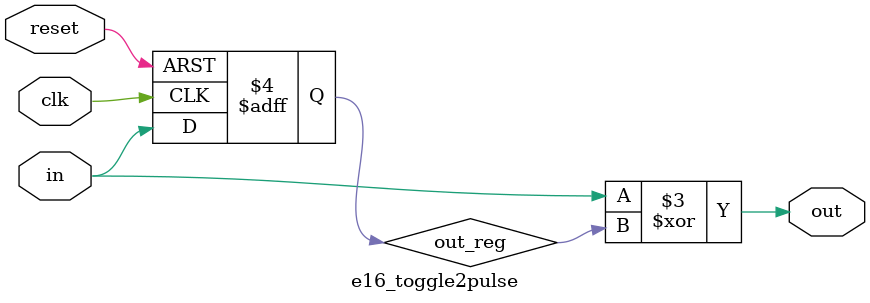
<source format=v>
/*
 Copyright (C) 2009-2015 Adapteva, Inc. 
 Contributed by Roman Trogan     <roman@adapteva.com>
 Contributed by Andreas Olofsson <andreas@adapteva.com>

 This program is free software: you can redistribute it and/or modify
 it under the terms of the GNU General Public License as published by
 the Free Software Foundation, either version 3 of the License, or
 (at your option) any later version.This program is distributed in the hope 
 that it will be useful,but WITHOUT ANY WARRANTY; without even the implied 
 warranty of MERCHANTABILITY or FITNESS FOR A PARTICULAR PURPOSE.  See the
 GNU General Public License for more details. You should have received a copy 
 of the GNU General Public License along with this program (see the file 
 COPYING).  If not, see <http://www.gnu.org/licenses/>.
 */


module e16_arbiter_priority(/*AUTOARG*/
   // Outputs
   grant, arb_wait,
   // Inputs
   clk, clk_en, reset, hold, request
   );
   
   parameter ARW=99;
   
   input            clk;
   input            clk_en;
   input            reset;

   input            hold;      
   input  [ARW-1:0] request;

   output [ARW-1:0] grant;
   output [ARW-1:0] arb_wait;


   //wires
   wire [ARW-1:0] grant_mask;
   wire [ARW-1:0] request_mask;
   
   //regs
   reg [ARW-1:0]  grant_hold;

   //hold circuit
   always @ (posedge clk or posedge reset)
     if(reset)
       grant_hold[ARW-1:0] <= {(ARW){1'b0}};
     else if(clk_en)       
       grant_hold[ARW-1:0] <= grant[ARW-1:0] & {(ARW){hold}};

   //request blocking based on held previous requests
   genvar i;
   generate              
      for(i=0;i<ARW-1;i=i+1) begin : gen_block
         assign request_mask[i]=request[i] & ~(|grant_hold[ARW-1:i+1]);	 
      end
      assign request_mask[ARW-1]=request[ARW-1];//awlays on, loses on priority 
   endgenerate
   
   genvar j;
   assign grant_mask[0]   = 1'b0;   
   generate for (j=ARW-1; j>=1; j=j-1) begin : gen_arbiter     
      assign grant_mask[j] = |request_mask[j-1:0];
   end
   endgenerate
        
   //grant circuit
   assign grant[ARW-1:0] = request_mask[ARW-1:0] & ~grant_mask[ARW-1:0];

   //wait circuit  
   assign arb_wait[ARW-1:0] = request[ARW-1:0] & ({(ARW){hold}} | ~grant[ARW-1:0]);


   //makes sure we hold request one cycle after wait is gone!!!
   // synthesis translate_off
   always @*
     if((|(grant_hold[ARW-1:0] & ~request[ARW-1:0])) & ~reset  & $time> 0)
       begin
	  $display("ERROR>>Request not held steady in cell %m at time %0d", $time);
       end
   // synthesis translate_on
   
endmodule // e16_arbiter_priority

   
     /*
 * FUNCTION: Simple round robin arbiter.
 * 
 * NOTES:    Responsibility of requester to retain request until he gets grant
 *           Request "zero" has the highest priority
 *           There is no pipelining in module
 *           There can be multiple requests arriving at the same time
 *           Grant vector is one hot
 *           Module is parametrized with ARW 
 *           Priority Pointer Gets Rotated on Grant
 * 
 * 
 * FEATURES: -the rotate enable should be lockable, set to zero
 *           -it should also be possible to set the rotate frequency, up to 16 bits
 * 
 * 
 * 
 * 
 * 
 */
module e16_arbiter_roundrobin(/*AUTOARG*/
   // Outputs
   grants,
   // Inputs
   clk, clk_en, reset, en_rotate, requests
   );

   /************************************************************/
   /*PARAMETERS                                                */
   /************************************************************/   
   parameter ARW  = 5;


   /************************************************************/
   /*BASIC INTERFACE                                           */
   /****I*******************************************************/
   input            clk;
   input            clk_en;  //2nd level manual clock gater   
   input            reset;

   /************************************************************/
   /*ARBITRATION INTERFACE                                     */
   /****I*******************************************************/
   input            en_rotate;//enable mask rotation, makes arbiter more flexible
                              //in mesh there should be a way to control freq of rotation 

   input  [ARW-1:0] requests; 
   output [ARW-1:0] grants;   

   //loop variable
   integer m;    

   //Masks
   reg  [ARW-1:0]   request_mask; //rotating mask


   //Wires
   reg [2*ARW-1:0]  grants_rotate_buffer;   
   reg [ARW-1:0]    grants;         //output grants      
   wire [ARW-1:0]   shifted_requests[ARW-1:0];
   wire [ARW-1:0]   shifted_grants[ARW-1:0];
   wire [2*ARW-1:0] requests_rotate_buffer;
   
   /********************************************************************/
   /*Rotating Mask Pointer On Every Clock Cycle                        */
   /********************************************************************/
   //request vector[7:0]-->regular
   //hold vector[7:0]   -->sets the priority to the request when it wins
   //                      there can be multiple bits set
   //                      the only one active is the one where the
   //                      mask is currently located.
   //                      en_rotate=~(hold_vec[7:0] & requeste_mask[7:0])

   //every request should also be able to send a "start/stop" signal
   //instead of having an en_rotate signal, we have
   //if then en-rotate signal is low
  
   always @ ( posedge clk or posedge reset)
     if(reset)
       request_mask[ARW-1:0] <= {{(ARW-1){1'b0}},1'b1};   
     else if(clk_en)
       if(en_rotate)
	 request_mask[ARW-1:0] <= {request_mask[ARW-2:0],request_mask[ARW-1]};
   
   /********************************************************************/
   /*Creating Shifted Request Vectors                                  */
   /********************************************************************/
   assign requests_rotate_buffer[2*ARW-1:0]={requests[ARW-1:0],requests[ARW-1:0]};

   genvar i;
   generate
      for (i=0;i<ARW;i=i+1) begin: gen_requests	
	 assign shifted_requests[i]=requests_rotate_buffer[ARW-1+i:i];      
      end
   endgenerate

   /********************************************************************/
   /*Priority Encoders For Each Vector                                 */
   /********************************************************************/
   //Priority Encoders For Each Vector   
   genvar k;   
   generate
      for (k=0;k<ARW;k=k+1) begin: gen_arbiter
	   e16_arbiter_priority #(.ARW(ARW)) simple_arbiter(
                                                        .clk       (clk),
					                .clk_en    (clk_en),
					                .reset     (reset),                                     
					                .hold      (1'b0),				 
					                .request   (shifted_requests[k]),                         
                                                        .arb_wait  (),
					                .grant     (shifted_grants[k])
					                );      
      end
   endgenerate   

   /********************************************************************/
   /*One Hot Mux                                                       */
   /********************************************************************/
   //Note that grants have to be rotate back to their right positiona again.
   always @*
     begin	
	grants[ARW-1:0]      = {(ARW){1'b0}};
	for(m=0;m<ARW;m=m+1)
	  begin
	     grants_rotate_buffer[2*ARW-1:0]={shifted_grants[m],shifted_grants[m]};	
	     grants[ARW-1:0]                =grants[ARW-1:0] |
	                                     ({(ARW){request_mask[m]}} & 
					      grants_rotate_buffer[2*ARW-1-m-:ARW]
					      );
	  end
     end
     
   /********************************************************************/
   /*Checkers                                                          */
   /********************************************************************/

   // synthesis translate_off
   always @*     
     begin
	if((|(grants[ARW-1:0]&~requests[ARW-1:0])) & $time>0)
	  $display("ERROR>>Grant granted with out request in cell %m at time %0d",$time);
	if((~(|grants[ARW-1:0]) & (|requests[ARW-1:0])) & $time>0)
	  $display("ERROR>>Zero granted when there was a request in cell %m at time %0d",$time);	
     end   
   // synthesis translate_on

   	    
endmodule // e16_arbiter_roundrobin
// ###############################################################
// # FUNCTION: Synchronous clock divider that divides by integer
// #  NOTE:     Combinatorial output becomes new clock
// ############################################################### 

module e16_clock_divider(/*AUTOARG*/
   // Outputs
   clk_out, clk_out90,
   // Inputs
   clk_in, reset, div_cfg
   );


   input       clk_in;    // Input clock
   input       reset;
   input [3:0] div_cfg;   // Divide factor
   
   output      clk_out;   // Divided clock phase aligned with clk_in 
   output      clk_out90; // Divided clock with 90deg phase shift with clk_out


   reg        clk_out_reg;
   //reg        clk_out90_reg;
   //reg        clk90_div2_reg;
   reg [5:0]  counter;   
   reg [5:0]  div_cfg_dec;

   wire div2_sel;   
   wire posedge_match;
   wire negedge_match;  
   wire posedge90_match;
   wire negedge90_match; 
    
   wire clk_out90_div2;
   wire clk_out90_div4;
   wire clk_out90_div2_in;
   wire clk_out90_div4_in;
   // ###################
   // # Decode div_cfg
   // ###################

   always @ (div_cfg[3:0])
     begin
	casez (div_cfg[3:0])
	  4'b0000 : div_cfg_dec[5:0] = 6'b000010;  // Divide by 2
	  4'b0001 : div_cfg_dec[5:0] = 6'b000100;  // Divide by 4
	  4'b0010 : div_cfg_dec[5:0] = 6'b001000;  // Divide by 8
	  4'b0011 : div_cfg_dec[5:0] = 6'b010000;  // Divide by 16
	  4'b01?? : div_cfg_dec[5:0] = 6'b100000;  // A lof of different ratios
          4'b1??? : div_cfg_dec[5:0] = 6'b100000;  // Divide by 32
	  default : div_cfg_dec[5:0] = 6'b000000;
	endcase // casez (div_cfg[3:0])
     end // always @ (div_cfg[3:0])

   assign div2_sel = div_cfg[3:0]==4'b0;
    

   //Counter For Generating Toggling Edges
   //always @ (posedge clk_in or posedge reset)
   //if(reset)
   //counter[5:0] <= 6'b000001;// Reset value

   always @ (posedge clk_in)
     if(posedge_match)
       counter[5:0] <= 6'b000001;// Self resetting
     else
       counter[5:0] <= (counter[5:0]+6'b000001);
   
   assign posedge_match    = (counter[5:0]==div_cfg_dec[5:0]);
   assign negedge_match    = (counter[5:0]=={1'b0,div_cfg_dec[5:1]}); 
   assign posedge90_match  = (counter[5:0]==({2'b00,div_cfg_dec[5:2]}));
   assign negedge90_match  = (counter[5:0]==({2'b00,div_cfg_dec[5:2]}+{1'b0,div_cfg_dec[5:1]})); 
			      
   //Divided clock
   //always @ (posedge clk_in or posedge reset)
   //if(reset)
   //clk_out_reg <= 1'b0;   
   always @ (posedge clk_in)
     if(posedge_match)
       clk_out_reg <= 1'b1;
     else if(negedge_match)
       clk_out_reg <= 1'b0;
  
   assign clk_out    = clk_out_reg;

   /**********************************************************************/
   /*Divide by 2 Clock
   /**********************************************************************/
   //always @ (posedge clk_in or posedge reset)     
   //if(reset)
   //clk_out90_reg <= 1'b0;   
   //always @ (posedge clk_in)     
   //  if(posedge90_match)
   //    clk_out90_reg <= 1'b1;
   //  else if(negedge90_match)
   //    clk_out90_reg <= 1'b0;

   assign clk_out90_div4_in = posedge90_match ? 1'b1 :
                              negedge90_match ? 1'b0 :
			                        clk_out90_div4;

   DFFQX4A12TR clk90_flop     (.CK(clk_in), 
			       .D(clk_out90_div4_in), 
			       .Q(clk_out90_div4) 
			       );
   
   //always @ (negedge clk_in)
   //  if(negedge_match)
   //    clk90_div2_reg <= 1'b1;
   //  else if(posedge_match)
   //    clk90_div2_reg <= 1'b0;

   assign clk_out90_div2_in = negedge_match ? 1'b1 :
                              posedge_match ? 1'b0 :
			                      clk_out90_div2;
   
  
   
   DFFNQX3A12TR clk90_div2_flop (.CKN(clk_in), 
	 			 .D(clk_out90_div2_in), 
				 .Q(clk_out90_div2) 
				);
   

   //assign clk_out90  = div2_sel ? clk90_div2_reg : clk_out90_reg;
   MX2X4A12TR clk90_mux2      (.A(clk_out90_div4), 
			       .B(clk_out90_div2), 
			       .S0(div2_sel),
			       .Y(clk_out90)
			       );


   
   
endmodule // e16_clock_divider



`define CFG_FAKECLK   1      /*stupid verilator doesn't get clock gating*/
`define CFG_MDW       32     /*Width of mesh network*/
`define CFG_DW        32     /*Width of datapath*/
`define CFG_AW        32     /*Width of address space*/
`define CFG_LW        8      /*Link port width*/
`define CFG_NW        13     /*Number of bytes in the transmission*/


`define CFG_FAKECLK   1      /*stupid verilator doesn't get clock gating*/
`define CFG_MDW       32     /*Width of mesh network*/
`define CFG_DW        32     /*Width of datapath*/
`define CFG_AW        32     /*Width of address space*/
`define CFG_LW        8      /*Link port width*/
`define CFG_NW        13     /*Number of bytes in the transmission*/

module elink_e16 (/*AUTOARG*/
   // Outputs
   rxi_rd_wait, rxi_wr_wait, txo_data, txo_lclk, txo_frame,
   c0_mesh_access_out, c0_mesh_write_out, c0_mesh_dstaddr_out,
   c0_mesh_srcaddr_out, c0_mesh_data_out, c0_mesh_datamode_out,
   c0_mesh_ctrlmode_out, c0_emesh_wait_out, c0_mesh_wait_out,
   // Inputs
   reset, c0_clk_in, c1_clk_in, c2_clk_in, c3_clk_in, rxi_data,
   rxi_lclk, rxi_frame, txo_rd_wait, txo_wr_wait, c0_mesh_access_in,
   c0_mesh_write_in, c0_mesh_dstaddr_in, c0_mesh_srcaddr_in,
   c0_mesh_data_in, c0_mesh_datamode_in, c0_mesh_ctrlmode_in,
   c0_mesh_wait_in, c0_emesh_wait_in, c0_rdmesh_wait_in,
   c1_rdmesh_wait_in, c2_rdmesh_wait_in, c3_emesh_wait_in,
   c3_mesh_wait_in, c3_rdmesh_wait_in, txo_cfg_reg
   );
   
   parameter DW   = `CFG_DW  ;//data width  
   parameter AW   = `CFG_AW  ;//address width
   parameter LW   = `CFG_LW  ;//lvds tranceiver pairs per side

 
   
   //Reset/core clock
   input             reset; 
   input 	     c0_clk_in;
   input 	     c1_clk_in;
   input 	     c2_clk_in;
   input 	     c3_clk_in;
   

   // # IO Signals
   input   [LW-1:0]  rxi_data;      // Byte word
   input             rxi_lclk;      // receive clock (adjusted)
   input             rxi_frame;     // indicates new transmission
   input             txo_rd_wait;   // wait indicator on read transactions   
   input             txo_wr_wait;   // wait indicator on write transactions  
   output 	     rxi_rd_wait;   // wait indicator on read transaction  
   output 	     rxi_wr_wait;   // wait indicator on write transaction  
   output  [LW-1:0]  txo_data;      // Byte word
   output            txo_lclk;      // transmit clock
   output            txo_frame;     // indicates new transmission 

   

   // # MESH 
   // # core0 (external corners and multicast)
   input 	    c0_mesh_access_in;  // access control from the mesh
   input 	    c0_mesh_write_in;   // write control from the mesh
   input [AW-1:0]   c0_mesh_dstaddr_in; // destination address from the mesh
   input [AW-1:0]   c0_mesh_srcaddr_in; // source address from the mesh
   input [DW-1:0]   c0_mesh_data_in;    // data from the mesh
   input [1:0] 	    c0_mesh_datamode_in;// data mode from the mesh 
   input [3:0] 	    c0_mesh_ctrlmode_in;// ctrl mode from the mesh
   input 	    c0_mesh_wait_in;   // wait



   // ##############
   // # Outputs
   // ##############

   
   // # MESH (write transactions internal and external corners)
   // # core0 
   output 	     c0_mesh_access_out;  // access control to the mesh
   output 	     c0_mesh_write_out;   // write control to the mesh
   output [AW-1:0]   c0_mesh_dstaddr_out; // destination address to the mesh
   output [AW-1:0]   c0_mesh_srcaddr_out; // source address to the mesh
   output [DW-1:0]   c0_mesh_data_out;    // data to the mesh
   output [1:0]      c0_mesh_datamode_out;// data mode to the mesh 
   output [3:0]      c0_mesh_ctrlmode_out;// ctrl mode to the mesh
  

   // # Waits
   output 	     c0_emesh_wait_out; // wait to the emesh   
   output 	     c0_mesh_wait_out;  // wait to the mesh 

   wire [3:0] 	     ext_yid_k=4'h8;   
   wire [3:0] 	     ext_xid_k=4'h4;   
   wire 	     vertical_k=1'b1; // specifies if block is vertical or horizontal
   wire [3:0] 	     who_am_i=4'b0100;   // (north,east,south,west)
   wire 	     cfg_extcomp_dis=1'b0;// Disable external coordinates comparison

   /*AUTOINPUT*/
   // Beginning of automatic inputs (from unused autoinst inputs)
   input		c0_emesh_wait_in;	// To link_port of link_port.v
   input		c0_rdmesh_wait_in;	// To link_port of link_port.v
   input		c1_rdmesh_wait_in;	// To link_port of link_port.v
   input		c2_rdmesh_wait_in;	// To link_port of link_port.v
   input		c3_emesh_wait_in;	// To link_port of link_port.v
   input		c3_mesh_wait_in;	// To link_port of link_port.v
   input		c3_rdmesh_wait_in;	// To link_port of link_port.v
   input [5:0]		txo_cfg_reg;		// To link_port of link_port.v
   // End of automatics
   /*AUTOWIRE*/
   // Beginning of automatic wires (for undeclared instantiated-module outputs)
   wire			c0_emesh_frame_out;	// From link_port of link_port.v
   wire [2*LW-1:0]	c0_emesh_tran_out;	// From link_port of link_port.v
   wire			c0_rdmesh_frame_out;	// From link_port of link_port.v
   wire [2*LW-1:0]	c0_rdmesh_tran_out;	// From link_port of link_port.v
   wire			c0_rdmesh_wait_out;	// From link_port of link_port.v
   wire			c1_emesh_wait_out;	// From link_port of link_port.v
   wire			c1_rdmesh_frame_out;	// From link_port of link_port.v
   wire [2*LW-1:0]	c1_rdmesh_tran_out;	// From link_port of link_port.v
   wire			c1_rdmesh_wait_out;	// From link_port of link_port.v
   wire			c2_emesh_wait_out;	// From link_port of link_port.v
   wire			c2_rdmesh_frame_out;	// From link_port of link_port.v
   wire [2*LW-1:0]	c2_rdmesh_tran_out;	// From link_port of link_port.v
   wire			c2_rdmesh_wait_out;	// From link_port of link_port.v
   wire			c3_emesh_frame_out;	// From link_port of link_port.v
   wire [2*LW-1:0]	c3_emesh_tran_out;	// From link_port of link_port.v
   wire			c3_emesh_wait_out;	// From link_port of link_port.v
   wire			c3_mesh_access_out;	// From link_port of link_port.v
   wire [3:0]		c3_mesh_ctrlmode_out;	// From link_port of link_port.v
   wire [DW-1:0]	c3_mesh_data_out;	// From link_port of link_port.v
   wire [1:0]		c3_mesh_datamode_out;	// From link_port of link_port.v
   wire [AW-1:0]	c3_mesh_dstaddr_out;	// From link_port of link_port.v
   wire [AW-1:0]	c3_mesh_srcaddr_out;	// From link_port of link_port.v
   wire			c3_mesh_wait_out;	// From link_port of link_port.v
   wire			c3_mesh_write_out;	// From link_port of link_port.v
   wire			c3_rdmesh_frame_out;	// From link_port of link_port.v
   wire [2*LW-1:0]	c3_rdmesh_tran_out;	// From link_port of link_port.v
   wire			c3_rdmesh_wait_out;	// From link_port of link_port.v
   // End of automatics

   /* link_port AUTO_TEMPLATE  (.\(.*\)_rdmesh_tran_in (16'b0),
                                .\(.*\)_rdmesh_frame_in (1'b0),
                                .\(.*\)_emesh_tran_in (16'b0),
                                .\(.*\)_emesh_frame_in (1'b0),
    );
    */
   
   link_port link_port (.c3_mesh_access_in(1'b0),
			.c3_mesh_write_in(1'b0),
			.c3_mesh_dstaddr_in(32'b0),
			.c3_mesh_srcaddr_in(32'b0),
			.c3_mesh_data_in(32'b0),
			.c3_mesh_datamode_in(2'b0),
			.c3_mesh_ctrlmode_in(4'b0),
			/*AUTOINST*/
			// Outputs
			.rxi_rd_wait	(rxi_rd_wait),
			.rxi_wr_wait	(rxi_wr_wait),
			.txo_data	(txo_data[LW-1:0]),
			.txo_lclk	(txo_lclk),
			.txo_frame	(txo_frame),
			.c0_emesh_frame_out(c0_emesh_frame_out),
			.c0_emesh_tran_out(c0_emesh_tran_out[2*LW-1:0]),
			.c3_emesh_frame_out(c3_emesh_frame_out),
			.c3_emesh_tran_out(c3_emesh_tran_out[2*LW-1:0]),
			.c0_rdmesh_frame_out(c0_rdmesh_frame_out),
			.c0_rdmesh_tran_out(c0_rdmesh_tran_out[2*LW-1:0]),
			.c1_rdmesh_frame_out(c1_rdmesh_frame_out),
			.c1_rdmesh_tran_out(c1_rdmesh_tran_out[2*LW-1:0]),
			.c2_rdmesh_frame_out(c2_rdmesh_frame_out),
			.c2_rdmesh_tran_out(c2_rdmesh_tran_out[2*LW-1:0]),
			.c3_rdmesh_frame_out(c3_rdmesh_frame_out),
			.c3_rdmesh_tran_out(c3_rdmesh_tran_out[2*LW-1:0]),
			.c0_mesh_access_out(c0_mesh_access_out),
			.c0_mesh_write_out(c0_mesh_write_out),
			.c0_mesh_dstaddr_out(c0_mesh_dstaddr_out[AW-1:0]),
			.c0_mesh_srcaddr_out(c0_mesh_srcaddr_out[AW-1:0]),
			.c0_mesh_data_out(c0_mesh_data_out[DW-1:0]),
			.c0_mesh_datamode_out(c0_mesh_datamode_out[1:0]),
			.c0_mesh_ctrlmode_out(c0_mesh_ctrlmode_out[3:0]),
			.c3_mesh_access_out(c3_mesh_access_out),
			.c3_mesh_write_out(c3_mesh_write_out),
			.c3_mesh_dstaddr_out(c3_mesh_dstaddr_out[AW-1:0]),
			.c3_mesh_srcaddr_out(c3_mesh_srcaddr_out[AW-1:0]),
			.c3_mesh_data_out(c3_mesh_data_out[DW-1:0]),
			.c3_mesh_datamode_out(c3_mesh_datamode_out[1:0]),
			.c3_mesh_ctrlmode_out(c3_mesh_ctrlmode_out[3:0]),
			.c0_emesh_wait_out(c0_emesh_wait_out),
			.c1_emesh_wait_out(c1_emesh_wait_out),
			.c2_emesh_wait_out(c2_emesh_wait_out),
			.c3_emesh_wait_out(c3_emesh_wait_out),
			.c0_rdmesh_wait_out(c0_rdmesh_wait_out),
			.c1_rdmesh_wait_out(c1_rdmesh_wait_out),
			.c2_rdmesh_wait_out(c2_rdmesh_wait_out),
			.c3_rdmesh_wait_out(c3_rdmesh_wait_out),
			.c0_mesh_wait_out(c0_mesh_wait_out),
			.c3_mesh_wait_out(c3_mesh_wait_out),
			// Inputs
			.reset		(reset),
			.ext_yid_k	(ext_yid_k[3:0]),
			.ext_xid_k	(ext_xid_k[3:0]),
			.txo_cfg_reg	(txo_cfg_reg[5:0]),
			.vertical_k	(vertical_k),
			.who_am_i	(who_am_i[3:0]),
			.cfg_extcomp_dis(cfg_extcomp_dis),
			.rxi_data	(rxi_data[LW-1:0]),
			.rxi_lclk	(rxi_lclk),
			.rxi_frame	(rxi_frame),
			.txo_rd_wait	(txo_rd_wait),
			.txo_wr_wait	(txo_wr_wait),
			.c0_clk_in	(c0_clk_in),
			.c1_clk_in	(c1_clk_in),
			.c2_clk_in	(c2_clk_in),
			.c3_clk_in	(c3_clk_in),
			.c0_emesh_tran_in(16'b0),		 // Templated
			.c0_emesh_frame_in(1'b0),		 // Templated
			.c1_emesh_tran_in(16'b0),		 // Templated
			.c1_emesh_frame_in(1'b0),		 // Templated
			.c2_emesh_tran_in(16'b0),		 // Templated
			.c2_emesh_frame_in(1'b0),		 // Templated
			.c3_emesh_tran_in(16'b0),		 // Templated
			.c3_emesh_frame_in(1'b0),		 // Templated
			.c0_rdmesh_tran_in(16'b0),		 // Templated
			.c0_rdmesh_frame_in(1'b0),		 // Templated
			.c1_rdmesh_tran_in(16'b0),		 // Templated
			.c1_rdmesh_frame_in(1'b0),		 // Templated
			.c2_rdmesh_tran_in(16'b0),		 // Templated
			.c2_rdmesh_frame_in(1'b0),		 // Templated
			.c3_rdmesh_tran_in(16'b0),		 // Templated
			.c3_rdmesh_frame_in(1'b0),		 // Templated
			.c0_mesh_access_in(c0_mesh_access_in),
			.c0_mesh_write_in(c0_mesh_write_in),
			.c0_mesh_dstaddr_in(c0_mesh_dstaddr_in[AW-1:0]),
			.c0_mesh_srcaddr_in(c0_mesh_srcaddr_in[AW-1:0]),
			.c0_mesh_data_in(c0_mesh_data_in[DW-1:0]),
			.c0_mesh_datamode_in(c0_mesh_datamode_in[1:0]),
			.c0_mesh_ctrlmode_in(c0_mesh_ctrlmode_in[3:0]),
			.c0_emesh_wait_in(c0_emesh_wait_in),
			.c3_emesh_wait_in(c3_emesh_wait_in),
			.c0_mesh_wait_in(c0_mesh_wait_in),
			.c3_mesh_wait_in(c3_mesh_wait_in),
			.c0_rdmesh_wait_in(c0_rdmesh_wait_in),
			.c1_rdmesh_wait_in(c1_rdmesh_wait_in),
			.c2_rdmesh_wait_in(c2_rdmesh_wait_in),
			.c3_rdmesh_wait_in(c3_rdmesh_wait_in));
      
endmodule // elink_e16
module link_port(/*AUTOARG*/
   // Outputs
   rxi_rd_wait, rxi_wr_wait, txo_data, txo_lclk, txo_frame,
   c0_emesh_frame_out, c0_emesh_tran_out, c3_emesh_frame_out,
   c3_emesh_tran_out, c0_rdmesh_frame_out, c0_rdmesh_tran_out,
   c1_rdmesh_frame_out, c1_rdmesh_tran_out, c2_rdmesh_frame_out,
   c2_rdmesh_tran_out, c3_rdmesh_frame_out, c3_rdmesh_tran_out,
   c0_mesh_access_out, c0_mesh_write_out, c0_mesh_dstaddr_out,
   c0_mesh_srcaddr_out, c0_mesh_data_out, c0_mesh_datamode_out,
   c0_mesh_ctrlmode_out, c3_mesh_access_out, c3_mesh_write_out,
   c3_mesh_dstaddr_out, c3_mesh_srcaddr_out, c3_mesh_data_out,
   c3_mesh_datamode_out, c3_mesh_ctrlmode_out, c0_emesh_wait_out,
   c1_emesh_wait_out, c2_emesh_wait_out, c3_emesh_wait_out,
   c0_rdmesh_wait_out, c1_rdmesh_wait_out, c2_rdmesh_wait_out,
   c3_rdmesh_wait_out, c0_mesh_wait_out, c3_mesh_wait_out,
   // Inputs
   reset, ext_yid_k, ext_xid_k, txo_cfg_reg, vertical_k, who_am_i,
   cfg_extcomp_dis, rxi_data, rxi_lclk, rxi_frame, txo_rd_wait,
   txo_wr_wait, c0_clk_in, c1_clk_in, c2_clk_in, c3_clk_in,
   c0_emesh_tran_in, c0_emesh_frame_in, c1_emesh_tran_in,
   c1_emesh_frame_in, c2_emesh_tran_in, c2_emesh_frame_in,
   c3_emesh_tran_in, c3_emesh_frame_in, c0_rdmesh_tran_in,
   c0_rdmesh_frame_in, c1_rdmesh_tran_in, c1_rdmesh_frame_in,
   c2_rdmesh_tran_in, c2_rdmesh_frame_in, c3_rdmesh_tran_in,
   c3_rdmesh_frame_in, c0_mesh_access_in, c0_mesh_write_in,
   c0_mesh_dstaddr_in, c0_mesh_srcaddr_in, c0_mesh_data_in,
   c0_mesh_datamode_in, c0_mesh_ctrlmode_in, c3_mesh_access_in,
   c3_mesh_write_in, c3_mesh_dstaddr_in, c3_mesh_srcaddr_in,
   c3_mesh_data_in, c3_mesh_datamode_in, c3_mesh_ctrlmode_in,
   c0_emesh_wait_in, c3_emesh_wait_in, c0_mesh_wait_in,
   c3_mesh_wait_in, c0_rdmesh_wait_in, c1_rdmesh_wait_in,
   c2_rdmesh_wait_in, c3_rdmesh_wait_in
   );

   parameter DW   = `CFG_DW  ;//data width  
   parameter AW   = `CFG_AW  ;//address width
   parameter LW   = `CFG_LW  ;//lvds tranceiver pairs per side

   // #########
   // # Inputs
   // #########
   
   input             reset;     //reset input
   input [3:0] 	     ext_yid_k; //external y-id 
   input [3:0] 	     ext_xid_k; //external x-id

   input [5:0] 	     txo_cfg_reg;// Link configuration register
   input             vertical_k; // specifies if block is vertical or horizontal
   input [3:0] 	     who_am_i;   // specifies what link is that (north,east,south,west)
   input 	     cfg_extcomp_dis;// Disable external coordinates comparison
                                     // Every input transaction is received by the chip
   // # Vertical_k usage:
   // # West/East link port is "vertical", i.e. sends transactions to the cores
   // # horizontally, according to the row_k[2:0] index
   // # North/South link port is "horizontal", i.e. sends transactions to the cores
   // # vertically, according to the col_k[2:0] index
   // # In order to distinguish between West/East and North/South,
   // # vertical_k index is used.

   // # Receiver
   input   [LW-1:0]  rxi_data;        // Byte word
   input             rxi_lclk;        // receive clock (adjusted to the frame/data)
   input             rxi_frame;       // indicates new transmission

   // # Transmitter
   input             txo_rd_wait;     // wait indicator on read transactions   
   input             txo_wr_wait;     // wait indicator on write transactions  

   // # Clocks
   input 	    c0_clk_in;         // clock of the core  
   input 	    c1_clk_in;         // clock of the core  
   input 	    c2_clk_in;         // clock of the core  
   input 	    c3_clk_in;         // clock of the core  

   // # EMESH
   input [2*LW-1:0] c0_emesh_tran_in;  // serialized transaction
   input 	    c0_emesh_frame_in; // transaction frame
   input [2*LW-1:0] c1_emesh_tran_in;  // serialized transaction
   input 	    c1_emesh_frame_in; // transaction frame
   input [2*LW-1:0] c2_emesh_tran_in;  // serialized transaction
   input 	    c2_emesh_frame_in; // transaction frame
   input [2*LW-1:0] c3_emesh_tran_in;  // serialized transaction
   input 	    c3_emesh_frame_in; // transaction frame
   // # RDMESH
   input [2*LW-1:0] c0_rdmesh_tran_in;  // serialized transaction
   input 	    c0_rdmesh_frame_in; // transaction frame
   input [2*LW-1:0] c1_rdmesh_tran_in;  // serialized transaction
   input 	    c1_rdmesh_frame_in; // transaction frame
   input [2*LW-1:0] c2_rdmesh_tran_in;  // serialized transaction
   input 	    c2_rdmesh_frame_in; // transaction frame
   input [2*LW-1:0] c3_rdmesh_tran_in;  // serialized transaction
   input 	    c3_rdmesh_frame_in; // transaction frame
   // # MESH 
   // # core0 (external corners and multicast)
   input 	    c0_mesh_access_in;  // access control from the mesh
   input 	    c0_mesh_write_in;   // write control from the mesh
   input [AW-1:0]   c0_mesh_dstaddr_in; // destination address from the mesh
   input [AW-1:0]   c0_mesh_srcaddr_in; // source address from the mesh
   input [DW-1:0]   c0_mesh_data_in;    // data from the mesh
   input [1:0] 	    c0_mesh_datamode_in;// data mode from the mesh 
   input [3:0] 	    c0_mesh_ctrlmode_in;// ctrl mode from the mesh
   // # core3 (external corners only)
   input 	    c3_mesh_access_in;  // access control from the mesh
   input 	    c3_mesh_write_in;   // write control from the mesh
   input [AW-1:0]   c3_mesh_dstaddr_in; // destination address from the mesh
   input [AW-1:0]   c3_mesh_srcaddr_in; // source address from the mesh
   input [DW-1:0]   c3_mesh_data_in;    // data from the mesh
   input [1:0] 	    c3_mesh_datamode_in;// data mode from the mesh 
   input [3:0] 	    c3_mesh_ctrlmode_in;// ctrl mode from the mesh

   //# Waits
   input 	    c0_emesh_wait_in;  // wait
   input 	    c3_emesh_wait_in;  // wait
   input 	    c0_mesh_wait_in;   // wait
   input 	    c3_mesh_wait_in;   // wait
   input 	    c0_rdmesh_wait_in; // wait
   input 	    c1_rdmesh_wait_in; // wait
   input 	    c2_rdmesh_wait_in; // wait
   input 	    c3_rdmesh_wait_in; // wait

   // ##############
   // # Outputs
   // ##############

   // # Receiver
   output 	     rxi_rd_wait;      // wait indicator on read transaction  
   output 	     rxi_wr_wait;      // wait indicator on write transaction  

   // # Transmitter
   output  [LW-1:0]  txo_data;      // Byte word
   output            txo_lclk;      // transmit clock (adjusted to the frame/data)
   output            txo_frame;     // indicates new transmission 

   //# EMESH (write transactions with the off chip destination)
   output            c0_emesh_frame_out; // transaction frame
   output [2*LW-1:0] c0_emesh_tran_out;  // serialized transaction
   output            c3_emesh_frame_out; // transaction frame
   output [2*LW-1:0] c3_emesh_tran_out;  // serialized transaction
   // # RDMESH (any read transaction)
   output            c0_rdmesh_frame_out; // transaction frame
   output [2*LW-1:0] c0_rdmesh_tran_out;  // serialized transaction
   output            c1_rdmesh_frame_out; // transaction frame
   output [2*LW-1:0] c1_rdmesh_tran_out;  // serialized transaction
   output            c2_rdmesh_frame_out; // transaction frame
   output [2*LW-1:0] c2_rdmesh_tran_out;  // serialized transaction
   output            c3_rdmesh_frame_out; // transaction frame
   output [2*LW-1:0] c3_rdmesh_tran_out;  // serialized transaction
   // # MESH (write transactions internal and external corners)
   // # core0 
   output 	     c0_mesh_access_out;  // access control to the mesh
   output 	     c0_mesh_write_out;   // write control to the mesh
   output [AW-1:0]   c0_mesh_dstaddr_out; // destination address to the mesh
   output [AW-1:0]   c0_mesh_srcaddr_out; // source address to the mesh
   output [DW-1:0]   c0_mesh_data_out;    // data to the mesh
   output [1:0]      c0_mesh_datamode_out;// data mode to the mesh 
   output [3:0]      c0_mesh_ctrlmode_out;// ctrl mode to the mesh
   // # core3 
   output 	     c3_mesh_access_out;  // access control to the mesh
   output 	     c3_mesh_write_out;   // write control to the mesh
   output [AW-1:0]   c3_mesh_dstaddr_out; // destination address to the mesh
   output [AW-1:0]   c3_mesh_srcaddr_out; // source address to the mesh
   output [DW-1:0]   c3_mesh_data_out;    // data to the mesh
   output [1:0]      c3_mesh_datamode_out;// data mode to the mesh 
   output [3:0]      c3_mesh_ctrlmode_out;// ctrl mode to the mesh

   // # Waits
   output 	     c0_emesh_wait_out; // wait to the emesh   
   output 	     c1_emesh_wait_out; // wait to the emesh   
   output 	     c2_emesh_wait_out; // wait to the emesh   
   output 	     c3_emesh_wait_out; // wait to the emesh   

   output 	     c0_rdmesh_wait_out; // wait to the rdmesh   
   output 	     c1_rdmesh_wait_out; // wait to the rdmesh   
   output 	     c2_rdmesh_wait_out; // wait to the rdmesh   
   output 	     c3_rdmesh_wait_out; // wait to the rdmesh   

   output 	     c0_mesh_wait_out;  // wait to the mesh 
   output 	     c3_mesh_wait_out;  // wait to the mesh 
     
   /*AUTOINPUT*/
   /*AUTOWIRE*/
 
   // #########################
   // # Receiver instantiation
   // #########################
  
   link_receiver  link_receiver(/*AUTOINST*/
				// Outputs
				.rxi_wr_wait	(rxi_wr_wait),
				.rxi_rd_wait	(rxi_rd_wait),
				.c0_emesh_frame_out(c0_emesh_frame_out),
				.c0_emesh_tran_out(c0_emesh_tran_out[2*LW-1:0]),
				.c3_emesh_frame_out(c3_emesh_frame_out),
				.c3_emesh_tran_out(c3_emesh_tran_out[2*LW-1:0]),
				.c0_rdmesh_frame_out(c0_rdmesh_frame_out),
				.c0_rdmesh_tran_out(c0_rdmesh_tran_out[2*LW-1:0]),
				.c1_rdmesh_frame_out(c1_rdmesh_frame_out),
				.c1_rdmesh_tran_out(c1_rdmesh_tran_out[2*LW-1:0]),
				.c2_rdmesh_frame_out(c2_rdmesh_frame_out),
				.c2_rdmesh_tran_out(c2_rdmesh_tran_out[2*LW-1:0]),
				.c3_rdmesh_frame_out(c3_rdmesh_frame_out),
				.c3_rdmesh_tran_out(c3_rdmesh_tran_out[2*LW-1:0]),
				.c0_mesh_access_out(c0_mesh_access_out),
				.c0_mesh_write_out(c0_mesh_write_out),
				.c0_mesh_dstaddr_out(c0_mesh_dstaddr_out[AW-1:0]),
				.c0_mesh_srcaddr_out(c0_mesh_srcaddr_out[AW-1:0]),
				.c0_mesh_data_out(c0_mesh_data_out[DW-1:0]),
				.c0_mesh_datamode_out(c0_mesh_datamode_out[1:0]),
				.c0_mesh_ctrlmode_out(c0_mesh_ctrlmode_out[3:0]),
				.c3_mesh_access_out(c3_mesh_access_out),
				.c3_mesh_write_out(c3_mesh_write_out),
				.c3_mesh_dstaddr_out(c3_mesh_dstaddr_out[AW-1:0]),
				.c3_mesh_srcaddr_out(c3_mesh_srcaddr_out[AW-1:0]),
				.c3_mesh_data_out(c3_mesh_data_out[DW-1:0]),
				.c3_mesh_datamode_out(c3_mesh_datamode_out[1:0]),
				.c3_mesh_ctrlmode_out(c3_mesh_ctrlmode_out[3:0]),
				// Inputs
				.reset		(reset),
				.ext_yid_k	(ext_yid_k[3:0]),
				.ext_xid_k	(ext_xid_k[3:0]),
				.vertical_k	(vertical_k),
				.who_am_i	(who_am_i[3:0]),
				.cfg_extcomp_dis(cfg_extcomp_dis),
				.rxi_data	(rxi_data[LW-1:0]),
				.rxi_lclk	(rxi_lclk),
				.rxi_frame	(rxi_frame),
				.c0_clk_in	(c0_clk_in),
				.c1_clk_in	(c1_clk_in),
				.c2_clk_in	(c2_clk_in),
				.c3_clk_in	(c3_clk_in),
				.c0_emesh_wait_in(c0_emesh_wait_in),
				.c3_emesh_wait_in(c3_emesh_wait_in),
				.c0_mesh_wait_in(c0_mesh_wait_in),
				.c3_mesh_wait_in(c3_mesh_wait_in),
				.c0_rdmesh_wait_in(c0_rdmesh_wait_in),
				.c1_rdmesh_wait_in(c1_rdmesh_wait_in),
				.c2_rdmesh_wait_in(c2_rdmesh_wait_in),
				.c3_rdmesh_wait_in(c3_rdmesh_wait_in));
   

   // ############################
   // # Transmitter instantiation
   // ############################

   link_transmitter  link_transmitter(.txo_lclk90	(txo_lclk),
				      /*AUTOINST*/
				      // Outputs
				      .txo_data		(txo_data[LW-1:0]),
				      .txo_frame	(txo_frame),
				      .c0_emesh_wait_out(c0_emesh_wait_out),
				      .c1_emesh_wait_out(c1_emesh_wait_out),
				      .c2_emesh_wait_out(c2_emesh_wait_out),
				      .c3_emesh_wait_out(c3_emesh_wait_out),
				      .c0_rdmesh_wait_out(c0_rdmesh_wait_out),
				      .c1_rdmesh_wait_out(c1_rdmesh_wait_out),
				      .c2_rdmesh_wait_out(c2_rdmesh_wait_out),
				      .c3_rdmesh_wait_out(c3_rdmesh_wait_out),
				      .c0_mesh_wait_out	(c0_mesh_wait_out),
				      .c3_mesh_wait_out	(c3_mesh_wait_out),
				      // Inputs
				      .reset		(reset),
				      .ext_yid_k	(ext_yid_k[3:0]),
				      .ext_xid_k	(ext_xid_k[3:0]),
				      .who_am_i		(who_am_i[3:0]),
				      .txo_cfg_reg	(txo_cfg_reg[5:0]),
				      .txo_wr_wait	(txo_wr_wait),
				      .txo_rd_wait	(txo_rd_wait),
				      .c0_clk_in	(c0_clk_in),
				      .c1_clk_in	(c1_clk_in),
				      .c2_clk_in	(c2_clk_in),
				      .c3_clk_in	(c3_clk_in),
				      .c0_mesh_access_in(c0_mesh_access_in),
				      .c0_mesh_write_in	(c0_mesh_write_in),
				      .c0_mesh_dstaddr_in(c0_mesh_dstaddr_in[AW-1:0]),
				      .c0_mesh_srcaddr_in(c0_mesh_srcaddr_in[AW-1:0]),
				      .c0_mesh_data_in	(c0_mesh_data_in[DW-1:0]),
				      .c0_mesh_datamode_in(c0_mesh_datamode_in[1:0]),
				      .c0_mesh_ctrlmode_in(c0_mesh_ctrlmode_in[3:0]),
				      .c3_mesh_access_in(c3_mesh_access_in),
				      .c3_mesh_write_in	(c3_mesh_write_in),
				      .c3_mesh_dstaddr_in(c3_mesh_dstaddr_in[AW-1:0]),
				      .c3_mesh_srcaddr_in(c3_mesh_srcaddr_in[AW-1:0]),
				      .c3_mesh_data_in	(c3_mesh_data_in[DW-1:0]),
				      .c3_mesh_datamode_in(c3_mesh_datamode_in[1:0]),
				      .c3_mesh_ctrlmode_in(c3_mesh_ctrlmode_in[3:0]));
      
endmodule // link_port


module link_receiver(/*AUTOARG*/
   // Outputs
   rxi_wr_wait, rxi_rd_wait, c0_emesh_frame_out, c0_emesh_tran_out,
   c3_emesh_frame_out, c3_emesh_tran_out, c0_rdmesh_frame_out,
   c0_rdmesh_tran_out, c1_rdmesh_frame_out, c1_rdmesh_tran_out,
   c2_rdmesh_frame_out, c2_rdmesh_tran_out, c3_rdmesh_frame_out,
   c3_rdmesh_tran_out, c0_mesh_access_out, c0_mesh_write_out,
   c0_mesh_dstaddr_out, c0_mesh_srcaddr_out, c0_mesh_data_out,
   c0_mesh_datamode_out, c0_mesh_ctrlmode_out, c3_mesh_access_out,
   c3_mesh_write_out, c3_mesh_dstaddr_out, c3_mesh_srcaddr_out,
   c3_mesh_data_out, c3_mesh_datamode_out, c3_mesh_ctrlmode_out,
   // Inputs
   reset, ext_yid_k, ext_xid_k, vertical_k, who_am_i, cfg_extcomp_dis,
   rxi_data, rxi_lclk, rxi_frame, c0_clk_in, c1_clk_in, c2_clk_in,
   c3_clk_in, c0_emesh_wait_in, c3_emesh_wait_in, c0_mesh_wait_in,
   c3_mesh_wait_in, c0_rdmesh_wait_in, c1_rdmesh_wait_in,
   c2_rdmesh_wait_in, c3_rdmesh_wait_in
   );

   parameter LW   = `CFG_LW;//lvds tranceiver pairs per side
   parameter DW   = `CFG_DW;//data width  
   parameter AW   = `CFG_AW;//address width
		     
   // #########
   // # Inputs
   // #########

   input             reset;     // reset input
   input [3:0] 	     ext_yid_k; // external y-id 
   input [3:0] 	     ext_xid_k; // external x-id
   input             vertical_k;// specifies if block is vertical or horizontal
   input [3:0] 	     who_am_i;  // specifies what link is that (north,east,south,west)
   input 	     cfg_extcomp_dis;// Disable external coordinates comparison
                                     // Every input transaction is received by the chip
  
   input [LW-1:0]    rxi_data;  // Byte word
   input             rxi_lclk;  // receive clock (adjusted to the frame/data)
   input             rxi_frame; // indicates new transmission

   // # Sync clocks
   input             c0_clk_in; // clock of the core
   input             c1_clk_in; // clock of the core
   input             c2_clk_in; // clock of the core
   input             c3_clk_in; // clock of the core

   // # Wait indicators
   input             c0_emesh_wait_in;  // wait
   input             c3_emesh_wait_in;  // wait
   input 	     c0_mesh_wait_in;   // wait
   input 	     c3_mesh_wait_in;   // wait
   input             c0_rdmesh_wait_in; // wait
   input             c1_rdmesh_wait_in; // wait
   input             c2_rdmesh_wait_in; // wait
   input             c3_rdmesh_wait_in; // wait

   // ##########
   // # Outputs
   // ##########

   output 	     rxi_wr_wait;  //wait indicator for write transactions
   output 	     rxi_rd_wait;  //wait indicator for read transactions 

   //# EMESH (write transactions with the off chip destination)
   output            c0_emesh_frame_out; // transaction frame
   output [2*LW-1:0] c0_emesh_tran_out;  // serialized transaction
   output            c3_emesh_frame_out; // transaction frame
   output [2*LW-1:0] c3_emesh_tran_out;  // serialized transaction
   // # RDMESH (any read transaction)
   output            c0_rdmesh_frame_out; // transaction frame
   output [2*LW-1:0] c0_rdmesh_tran_out;  // serialized transaction
   output            c1_rdmesh_frame_out; // transaction frame
   output [2*LW-1:0] c1_rdmesh_tran_out;  // serialized transaction
   output            c2_rdmesh_frame_out; // transaction frame
   output [2*LW-1:0] c2_rdmesh_tran_out;  // serialized transaction
   output            c3_rdmesh_frame_out; // transaction frame
   output [2*LW-1:0] c3_rdmesh_tran_out;  // serialized transaction
   // # MESH (write transactions internal and external corners)
   // # core0 
   output 	     c0_mesh_access_out;  // access control to the mesh
   output 	     c0_mesh_write_out;   // write control to the mesh
   output [AW-1:0]   c0_mesh_dstaddr_out; // destination address to the mesh
   output [AW-1:0]   c0_mesh_srcaddr_out; // source address to the mesh
   output [DW-1:0]   c0_mesh_data_out;    // data to the mesh
   output [1:0]      c0_mesh_datamode_out;// data mode to the mesh 
   output [3:0]      c0_mesh_ctrlmode_out;// ctrl mode to the mesh
   // # core3 
   output 	     c3_mesh_access_out;  // access control to the mesh
   output 	     c3_mesh_write_out;   // write control to the mesh
   output [AW-1:0]   c3_mesh_dstaddr_out; // destination address to the mesh
   output [AW-1:0]   c3_mesh_srcaddr_out; // source address to the mesh
   output [DW-1:0]   c3_mesh_data_out;    // data to the mesh
   output [1:0]      c3_mesh_datamode_out;// data mode to the mesh 
   output [3:0]      c3_mesh_ctrlmode_out;// ctrl mode to the mesh
  
   /*AUTOINPUT*/
   /*AUTOWIRE*/

   //#################################
   //# Write Transactions Receiver
   //#################################

   link_rxi_wr link_rxi_wr(/*AUTOINST*/
			   // Outputs
			   .rxi_wr_wait		(rxi_wr_wait),
			   .c0_emesh_frame_out	(c0_emesh_frame_out),
			   .c0_emesh_tran_out	(c0_emesh_tran_out[2*LW-1:0]),
			   .c3_emesh_frame_out	(c3_emesh_frame_out),
			   .c3_emesh_tran_out	(c3_emesh_tran_out[2*LW-1:0]),
			   .c0_mesh_access_out	(c0_mesh_access_out),
			   .c0_mesh_write_out	(c0_mesh_write_out),
			   .c0_mesh_dstaddr_out	(c0_mesh_dstaddr_out[AW-1:0]),
			   .c0_mesh_srcaddr_out	(c0_mesh_srcaddr_out[AW-1:0]),
			   .c0_mesh_data_out	(c0_mesh_data_out[DW-1:0]),
			   .c0_mesh_datamode_out(c0_mesh_datamode_out[1:0]),
			   .c0_mesh_ctrlmode_out(c0_mesh_ctrlmode_out[3:0]),
			   .c3_mesh_access_out	(c3_mesh_access_out),
			   .c3_mesh_write_out	(c3_mesh_write_out),
			   .c3_mesh_dstaddr_out	(c3_mesh_dstaddr_out[AW-1:0]),
			   .c3_mesh_srcaddr_out	(c3_mesh_srcaddr_out[AW-1:0]),
			   .c3_mesh_data_out	(c3_mesh_data_out[DW-1:0]),
			   .c3_mesh_datamode_out(c3_mesh_datamode_out[1:0]),
			   .c3_mesh_ctrlmode_out(c3_mesh_ctrlmode_out[3:0]),
			   // Inputs
			   .reset		(reset),
			   .ext_yid_k		(ext_yid_k[3:0]),
			   .ext_xid_k		(ext_xid_k[3:0]),
			   .vertical_k		(vertical_k),
			   .who_am_i		(who_am_i[3:0]),
			   .cfg_extcomp_dis	(cfg_extcomp_dis),
			   .rxi_data		(rxi_data[LW-1:0]),
			   .rxi_lclk		(rxi_lclk),
			   .rxi_frame		(rxi_frame),
			   .c0_clk_in		(c0_clk_in),
			   .c3_clk_in		(c3_clk_in),
			   .c0_emesh_wait_in	(c0_emesh_wait_in),
			   .c3_emesh_wait_in	(c3_emesh_wait_in),
			   .c0_mesh_wait_in	(c0_mesh_wait_in),
			   .c3_mesh_wait_in	(c3_mesh_wait_in));

   //#################################
   //# Read Transactions Receiver
   //#################################

   link_rxi_rd link_rxi_rd(/*AUTOINST*/
			   // Outputs
			   .rxi_rd_wait		(rxi_rd_wait),
			   .c0_rdmesh_frame_out	(c0_rdmesh_frame_out),
			   .c0_rdmesh_tran_out	(c0_rdmesh_tran_out[2*LW-1:0]),
			   .c1_rdmesh_frame_out	(c1_rdmesh_frame_out),
			   .c1_rdmesh_tran_out	(c1_rdmesh_tran_out[2*LW-1:0]),
			   .c2_rdmesh_frame_out	(c2_rdmesh_frame_out),
			   .c2_rdmesh_tran_out	(c2_rdmesh_tran_out[2*LW-1:0]),
			   .c3_rdmesh_frame_out	(c3_rdmesh_frame_out),
			   .c3_rdmesh_tran_out	(c3_rdmesh_tran_out[2*LW-1:0]),
			   // Inputs
			   .reset		(reset),
			   .ext_yid_k		(ext_yid_k[3:0]),
			   .ext_xid_k		(ext_xid_k[3:0]),
			   .vertical_k		(vertical_k),
			   .who_am_i		(who_am_i[3:0]),
			   .cfg_extcomp_dis	(cfg_extcomp_dis),
			   .rxi_data		(rxi_data[LW-1:0]),
			   .rxi_lclk		(rxi_lclk),
			   .rxi_frame		(rxi_frame),
			   .c0_clk_in		(c0_clk_in),
			   .c1_clk_in		(c1_clk_in),
			   .c2_clk_in		(c2_clk_in),
			   .c3_clk_in		(c3_clk_in),
			   .c0_rdmesh_wait_in	(c0_rdmesh_wait_in),
			   .c1_rdmesh_wait_in	(c1_rdmesh_wait_in),
			   .c2_rdmesh_wait_in	(c2_rdmesh_wait_in),
			   .c3_rdmesh_wait_in	(c3_rdmesh_wait_in));


 
endmodule // link_receiver

     //############################################################################
//# The input data stream is of the following structure:
//#
//#        ---     ---     ---     ---     ---     ---
//# lclk _|   |___|   |___|   |___|   |___|   |___|   |_
//#
//#              -------------------------------
//# frame ______/
//#              --- --- --- --- ---
//# data  XXXXXXX 0 X 1 X 2 X 3 X 4 X .....
//#              --- --- --- --- ---
//#
//# byte0 (the byte received on the rising edge of the clock the 
//# same cycle the frame's rising edge is detected) holds the 
//# information of the transmitted transaction.
//#
//#      byte0          | transaction type
//#   ----------------- | ----------------
//#  8'b??_??_?0_<cid>  | New transaction with incremental bursting address
//#  8'b??_??_?1_<cid>  | New transaction with the same bursting address
//#
//#  cid[1:0] - channel id (for now for debugging usage only) 
//#
//#  New transaction structure:
//#  -------------------------
//#   byte1  -> ctrlmode[3:0],dstaddr[31:28]
//#   byte2  -> dstaddr[27:20]
//#   byte3  -> dstaddr[19:12]
//#   byte4  -> dstaddr[11:4]
//#   byte5  -> dstaddr[3:0],datamode[1:0],write,access
//#   byte6  -> data[31:24] (or srcaddr[31:24] if read transaction)
//#   byte7  -> data[23:16] (or srcaddr[23:16] if read transaction)
//#   byte8  -> data[15:8]  (or srcaddr[15:8]  if read transaction)
//#  *byte9  -> data[7:0]   (or srcaddr[7:0]   if read transaction)
//#   byte10 -> data[63:56]  
//#   byte11 -> data[55:48]  
//#   byte12 -> data[47:40]  
//#   byte13 -> data[39:32]  
//# **byte14 -> data[31:24]  
//#    ...
//#    ...
//#    ...
//#
//#  * byte9 is the last byte of 32 bit write or read transaction 
//#   
//# ** if 64 bit write transaction, data of byte14 is the first data byte of
//#    bursting transaction
//# 
//# -- The data is transmitted MSB first but in 32bits resolution. If we want
//#    to transmit 64 bits it will be [31:0] (msb first) and then [63:32] (msb first)
//#
//# !!!
//# !!! According to the above scheme, any new transaction (burst or not)
//# !!! will take at least four cycles to be transmitted.
//# !!! There are some internal mechanisms in the transmitter-receiver logic
//# !!! which are implemented considering this assumption true.
//# !!! Any change to this assumption (transaction takes at least four cycles)
//# !!! should be carefully reviewed with its implications on the internal
//# !!! implementation
//# !!!
//# 
//#####################################################################
module link_rxi_assembler (/*AUTOARG*/
   // Outputs
   rxi_assembled_tran, rxi_c0_access, rxi_c1_access, rxi_c2_access,
   rxi_c3_access,
   // Inputs
   reset, rxi_lclk, vertical_k, ext_yid_k, ext_xid_k, fifo_data_reg,
   fifo_data_val, start_tran, cfg_extcomp_dis
   );

   parameter LW   = `CFG_LW  ;//lvds tranceiver pairs per side
   parameter DW   = `CFG_DW  ;//data width
   parameter AW   = `CFG_AW  ;//address width

   // #########
   // # INPUTS
   // #########
   input            reset;       //reset input
   input 	    rxi_lclk;    //receive clock (adjusted to the frame/data)

   input            vertical_k;  //specifies if block is vertical or horizontal
   input [3:0] 	    ext_yid_k;   //external y-id 
   input [3:0] 	    ext_xid_k;   //external x-id

   input [2*LW-1:0] fifo_data_reg;// output of the input receiver fifo
   input 	    fifo_data_val;// fifo_data_reg is valid
   input 	    start_tran;   // Start transaction bit

   input 	    cfg_extcomp_dis;// Disable external coordinates comparison
                                    // Every input transaction is received by the chip
   // ##########
   // # OUTPUTS
   // ##########
   output [14*LW-1:0] rxi_assembled_tran; // data to be transferred to secondary fifos
   output             rxi_c0_access; //transfering to c0_fifo
   output 	      rxi_c1_access; //transfering to c1_fifo
   output 	      rxi_c2_access; //transfering to c2_fifo
   output 	      rxi_c3_access; //transfering to c3_fifo  

   /*AUTOINPUT*/
   /*AUTOWIRE*/

   // #########
   // # REGS
   // #########
   reg [LW-1:0] tran_byte0;
   reg [2:0] 	rxi_assemble_cnt;
   reg [3:0] 	ctrlmode;
   reg [AW-1:0] dstaddr_int;
   reg [1:0] 	datamode;
   reg 		write;
   reg 		access;
   reg [DW-1:0] data;
   reg [AW-1:0] srcaddr;
   reg 		rxi_cx_access;

   // #########
   // # WIRES
   // #########
   wire          byte0_inc8; // Address of the burst transaction should be incremented
   wire 	 dstaddr_2712_en;
   wire 	 dstaddr_1100_en;
   wire 	 datamode_en;    
   wire 	 write_en;       
   wire 	 access_en;      
   wire 	 data_3116_en;   
   wire 	 data_1500_en;   
   wire 	 srcaddr_3116_en;
   wire 	 srcaddr_1500_en;
   wire [2:0] 	 rxi_assemble_cnt_next; // Next value of the assembly counter
   wire [2:0] 	 rxi_assemble_cnt_inc;  // Incremented value of the assembly counter
   wire 	 rxi_assemble_cnt_max;  // Maximum value of the counter 
   wire 	 burst_tran;            // detected burst transaction
   wire [AW-1:0] dstaddr_inc;           // Incremented value of burst transaction dstaddr
   wire [AW-1:0] dstaddr_in;            // Input to the next destination address FF
   wire 	 single_write;          // single write transaction
   wire 	 single_write_complete; // single write transaction is complete
   wire 	 read_jump;             // read transaction "jumps" over data part
   wire 	 tran_assembled;        // transaction is assembled
   wire [5:0] 	 comp_addr;
   wire [5:0] 	 chip_addr;
   wire [5:0] 	 comp_low;
   wire 	 carry_low;
   wire 	 zero_low;
   wire [5:0] 	 comp_high;
   wire 	 carry_high;
   wire 	 c0_match;
   wire 	 c1_match;
   wire 	 c2_match;
   wire 	 c3_match;
   wire 	 multicast_match;
   wire [AW-1:0] dstaddr;

   //##############################
   //# Assembled data and controls
   //##############################

   assign rxi_assembled_tran[14*LW-1:0]={
                                         srcaddr[7:0],{(LW){1'b0}},
				               srcaddr[23:8],
			                 data[7:0],srcaddr[31:24],
				                 data[23:8],
	                    dstaddr[3:0],datamode[1:0],write,access,data[31:24],
				                dstaddr[19:4],
			                 ctrlmode[3:0],dstaddr[31:20]
                                        };
 
   //####################
   //# Byte0 detection
   //####################

   always @ (posedge rxi_lclk)
     if(fifo_data_val & start_tran)
       begin
	  tran_byte0[LW-1:0]  <= fifo_data_reg[2*LW-1:LW]; 
	  ctrlmode[3:0]       <= fifo_data_reg[7:4];
       end

   //# byte0 decode
   //# bit[2] is the only one in use for now
   assign byte0_inc8   = ~tran_byte0[2];

   //##########################
   //# Transaction assembly
   //##########################

   //# destination address
   //# There is a special mode set in the Link Bypass Configuration Register
   //# which forces the chip to receive all of the transactions entering the chip
   //# In this case we just replace the external coordinates of the destination 
   //# address with the chip coordinates.
//   assign dstaddr[31:29] = cfg_extcomp_dis ? ext_yid_k[2:0] : dstaddr_int[31:29];
//   assign dstaddr[28:26] = cfg_extcomp_dis ? ext_xid_k[2:0] : dstaddr_int[28:26];
//   assign dstaddr[25:0]  = dstaddr_int[25:0];
   assign dstaddr[31:28] = cfg_extcomp_dis ? ext_yid_k[3:0] : dstaddr_int[31:28];
   assign dstaddr[25:22] = cfg_extcomp_dis ? ext_xid_k[3:0] : dstaddr_int[25:22];
   assign dstaddr[27:26] = dstaddr_int[27:26];
   assign dstaddr[21:0]  = dstaddr_int[21:0];

//   assign comp_addr[5:0]  = vertical_k ? {dstaddr[31:29],dstaddr[25:23]} : 
//                                         {dstaddr[28:26],dstaddr[22:20]} ;   

//   assign chip_addr[2:0]   = vertical_k ?  ext_yid_k[2:0] : ext_xid_k[2:0];
 
   //# destination address is updated on the beginning of burst transaction
   //# while datamode, write, access and control mode are unchanged
   assign dstaddr_inc[AW-1:0] = dstaddr[AW-1:0] + {{(AW-4){1'b0}},byte0_inc8,3'b000};

   assign dstaddr_in[31:28] = burst_tran ? dstaddr_inc[31:28] : fifo_data_reg[3:0];
   assign dstaddr_in[27:12] = burst_tran ? dstaddr_inc[27:12] : fifo_data_reg[2*LW-1:0];
   assign dstaddr_in[11:0]  = burst_tran ? dstaddr_inc[11:0]  : fifo_data_reg[2*LW-1:4];

   always @ (posedge rxi_lclk)
     if(fifo_data_val & (start_tran | burst_tran))
       dstaddr_int[31:28] <= dstaddr_in[31:28];

   always @ (posedge rxi_lclk)
     if(fifo_data_val & (dstaddr_2712_en | burst_tran))
       dstaddr_int[27:12] <= dstaddr_in[27:12];

   always @ (posedge rxi_lclk)
     if(fifo_data_val & (dstaddr_1100_en | burst_tran))
       dstaddr_int[11:0] <= dstaddr_in[11:0];
       
   //# data mode
   always @ (posedge rxi_lclk)
     if(fifo_data_val & datamode_en)
       datamode[1:0] <= fifo_data_reg[3:2];

   //# write
   always @ (posedge rxi_lclk)
     if(fifo_data_val & write_en)
       write <= fifo_data_reg[1];

   //# access
   always @ (posedge rxi_lclk)
     if(fifo_data_val & access_en)
       access <= fifo_data_reg[0];

   //# data
   always @ (posedge rxi_lclk)
     if(fifo_data_val & (data_3116_en | burst_tran))
       data[31:16] <= fifo_data_reg[2*LW-1:0];

   always @ (posedge rxi_lclk)
     if(fifo_data_val & data_1500_en)
       data[15:0] <= fifo_data_reg[2*LW-1:0];

   //# srcaddr
   always @ (posedge rxi_lclk)
     if(fifo_data_val & srcaddr_3116_en)
        srcaddr[31:16] <= fifo_data_reg[2*LW-1:0];

   always @ (posedge rxi_lclk)
     if(fifo_data_val & srcaddr_1500_en)
       srcaddr[15:0] <= fifo_data_reg[2*LW-1:0];
       

   //###################################################################
   //#            Order of the transaction fields in the fifo
   //#            -------------------------------------------
   //# Entry "n+6"                 srcaddr[15:0]
   //# Entry "n+5"		  srcaddr[31:16],
   //# Entry "n+4"                  data[15:0],
   //# Entry "n+3"                 data[31:16],
   //# Entry "n+2"  dstaddr[11:0],datamode[1:0],write,access,
   //# Entry "n+1"	          dstaddr[27:12],
   //# Entry "n"         byte0[7:0],ctrlmode[3:0],dstaddr[31:28],
   //#            --------------------------------------------
   //####################################################################

   assign dstaddr_2712_en  = (rxi_assemble_cnt[2:0] == 3'b001);
   assign dstaddr_1100_en  = (rxi_assemble_cnt[2:0] == 3'b010);
   assign datamode_en      = (rxi_assemble_cnt[2:0] == 3'b010);
   assign write_en         = (rxi_assemble_cnt[2:0] == 3'b010);
   assign access_en        = (rxi_assemble_cnt[2:0] == 3'b010);
   assign data_3116_en     = (rxi_assemble_cnt[2:0] == 3'b011);
   assign data_1500_en     = (rxi_assemble_cnt[2:0] == 3'b100);
   assign srcaddr_3116_en  = (rxi_assemble_cnt[2:0] == 3'b101);
   assign srcaddr_1500_en  = (rxi_assemble_cnt[2:0] == 3'b110);

   //# Assemble counter
   assign rxi_assemble_cnt_inc[2:0]  = rxi_assemble_cnt[2:0] + 3'b001;

   assign rxi_assemble_cnt_next[2:0] = burst_tran           ? 3'b100 :
				       tran_assembled       ? 3'b000 :
				       read_jump            ? 3'b101 :
				                              rxi_assemble_cnt_inc[2:0];
   always @ (posedge rxi_lclk or posedge reset)
     if (reset)
       rxi_assemble_cnt[2:0] <= 3'b000;
     else if(fifo_data_val)
       rxi_assemble_cnt[2:0] <= rxi_assemble_cnt_next[2:0];

   //# single write transaction completion
//   assign single_write = access & write & ~(&(datamode[1:0]));
   assign single_write = 1'b0; // no special treatment for single writes
   assign single_write_complete = single_write & (rxi_assemble_cnt[2:0] == 3'b100);

   //# read transaction "jumps" over data part of the counter
   //assign read_jump = ~fifo_data_reg[1] & (rxi_assemble_cnt[2:0] == 3'b010);
   //# read transaction "jump" feature is disabled because of the test-and-set inst
   assign read_jump = 1'b0;

   //# transaction completion
   assign rxi_assemble_cnt_max = (rxi_assemble_cnt[2:0] == 3'b110);
   assign tran_assembled = fifo_data_val & (single_write_complete | rxi_assemble_cnt_max);

   //# burst transaction detection
   assign burst_tran = (rxi_assemble_cnt[2:0] == 3'b000) & ~start_tran;

   //###########################################
   //# Secondary-FIFOs transaction distribution
   //###########################################

   always @ (posedge rxi_lclk or posedge reset)
     if(reset)
       rxi_cx_access <= 1'b0;
     else
       rxi_cx_access <= tran_assembled;

   assign rxi_c0_access   = (c0_match |  multicast_match) & rxi_cx_access;
   assign rxi_c1_access   = (c1_match & ~multicast_match) & rxi_cx_access;   
   assign rxi_c2_access   = (c2_match & ~multicast_match) & rxi_cx_access;   
   assign rxi_c3_access   = (c3_match & ~multicast_match) & rxi_cx_access;

   //# address preparation for comparison based on the links position (horiz or vert)
//   assign comp_addr[5:0]  = vertical_k ? {dstaddr[31:29],dstaddr[25:23]} : 
//                                         {dstaddr[28:26],dstaddr[22:20]} ;   
   assign comp_addr[5:0]  = vertical_k ? dstaddr[31:26] : dstaddr[25:20];   

//   assign chip_addr[2:0]   = vertical_k ?  ext_yid_k[2:0] : ext_xid_k[2:0];
   assign chip_addr[5:2] = vertical_k ?  ext_yid_k[3:0] : ext_xid_k[3:0];
   assign chip_addr[1:0] = 2'b11;
//   assign chip_addr_n[3:0] =~chip_addr[3:0];
   //# high comparison
//   assign {carry_high,comp_high[5:0]} = comp_addr[5:0] + {chip_addr_n[2:0],3'b101};
   assign {carry_high,comp_high[5:0]} = {1'b0,comp_addr[5:0]} - {1'b0,chip_addr[5:0]};
   //# channels matching
   assign c0_match =  carry_high; // chip addr is bigger
   assign c1_match =  (comp_addr[5:0] == {chip_addr[5:2],3'b01});//EQ   
   assign c2_match =  (comp_addr[5:0] == {chip_addr[5:2],3'b10});//EQ  
   assign c3_match = ~(c0_match | c1_match | c2_match);
   //# multicast tran detection
   assign multicast_match = write & 
			    (ctrlmode[1:0]==2'b11) & ~(datamode[1:0] == 2'b11);




endmodule // link_rxi_assembler
module link_rxi_buffer (/*AUTOARG*/
   // Outputs
   rxi_wait, rxi_assembled_tran, rxi_c0_access, rxi_c1_access,
   rxi_c2_access, rxi_c3_access,
   // Inputs
   reset, vertical_k, ext_yid_k, ext_xid_k, rxi_data, rxi_lclk,
   rxi_frame, rxi_rd, cfg_extcomp_dis, c0_fifo_full, c1_fifo_full,
   c2_fifo_full, c3_fifo_full
   );

   parameter LW   = `CFG_LW  ;//lvds tranceiver pairs per side
   parameter NC   = 32;// Number of cycles for save TXO-RXI "transaction interface"
   parameter FAD  = 5; // Number of bits to access all the entries (2^FAD + 1) > NC
   localparam MD = 1<<FAD;

   // #########
   // # INPUTS
   // #########

   input          reset;       //reset input
   input 	  vertical_k;  //specifies if block is vertical or horizontal
   input [3:0] 	  ext_yid_k;   //external y-id 
   input [3:0] 	  ext_xid_k;   //external x-id
   
   input [LW-1:0] rxi_data;      //Byte word
   input 	  rxi_lclk;      //receive clock (adjusted to the frame/data)
   input 	  rxi_frame;     //indicates new transmission
   
   input 	  rxi_rd;         // this is read transactions rxi_buffer
   input 	  cfg_extcomp_dis;// Disable external coordinates comparison
                                  // Every input transaction is received by the chip

   input 	  c0_fifo_full;
   input 	  c1_fifo_full;
   input 	  c2_fifo_full;
   input 	  c3_fifo_full;

   // ##########
   // # OUTPUTS
   // ##########

   output 	      rxi_wait;          //wait indicator   

   output [14*LW-1:0] rxi_assembled_tran; // data to be transferred to secondary fifos
   output             rxi_c0_access; //transfering to c0_fifo
   output 	      rxi_c1_access; //transfering to c1_fifo
   output 	      rxi_c2_access; //transfering to c2_fifo
   output 	      rxi_c3_access; //transfering to c3_fifo  
 
   /*AUTOINPUT*/
   /*AUTOWIRE*/

   // #########
   // # Regs
   // #########

   reg 		   rd_tran;
   reg [2*LW:0]    fifo_mem[MD-1:0];
   reg 		   frame_reg;
   reg 		   frame_reg_del;
   reg [LW-1:0]    data_even_reg;
   reg [LW-1:0]    data_odd_reg;
   reg [FAD:0] 	   wr_binary_pointer;
   reg [FAD:0] 	   rd_binary_pointer;
   reg 		   fifo_read;
   reg 		   rxi_wait;
   reg 		   start_tran;
   reg 		   fifo_data_val;
   reg [2*LW-1:0]  fifo_data_reg;

   // #########
   // # Wires
   // #########

   wire 	   my_tran;      // this transaction is dedicated to current rxi_buffer
   wire 	   new_tran;     // first cycle of the new transaction
   wire [2*LW:0]   fifo_data_in; // even and odd bytes combined into short words for fifo 
   wire [2*LW:0]   fifo_data_out;// output of the fifo
   wire [FAD:0]	   wr_binary_next; // next value of the write pointer
   wire [FAD:0]    rd_binary_next; // next value of the read pointer
   wire 	   fifo_write; // write into the fifo
   wire [FAD-1:0]  wr_addr; // write address of the fifo
   wire [FAD-1:0]  rd_addr; // read address of the fifo
   wire 	   fifo_empty; // indication of the empty fifo
   wire 	   stop_fifo_read; //one of the secondary fifos is full (stop reading)
   
   // ####################################################
   // #        Sample input transaction
   // # The positive edge FFs work all the time
   // # while the negative edge FFs can be disabled
   // # by the state of the detected frame (to save power)  
   // ####################################################     

   //# frame
   always @ (posedge rxi_lclk or posedge reset)
     if(reset)
       begin
	  frame_reg     <= 1'b0;
	  frame_reg_del <= 1'b0;
       end
     else
       begin
	  frame_reg     <= rxi_frame;
	  frame_reg_del <= frame_reg;
       end

   //# even bytes
   always @ (posedge rxi_lclk)
     data_even_reg[LW-1:0] <= rxi_data[LW-1:0];

   //# odd bytes
   always @ (negedge rxi_lclk)
     data_odd_reg[LW-1:0] <= rxi_data[LW-1:0];

   //##################################################
   //# We should differentiate between read and write
   //# transactions since link_rxi_buffer can accept
   //# the transactions of one type only.
   //# The indication of the type of the transaction
   //# is sent in the byte0 of the transaction.
   //##################################################

   assign my_tran = ~(rd_tran ^ rxi_rd);
   always @ (posedge rxi_lclk)
     if(~frame_reg)            //will stop sampling when byte0 is received
       rd_tran <= rxi_data[7];

   //# frame rising edge detection
   assign new_tran = my_tran & frame_reg & ~frame_reg_del;

   //# bytes packaging into short words + new transaction indication
   assign fifo_data_in[2*LW:0] = {new_tran,data_even_reg[LW-1:0],data_odd_reg[LW-1:0]};

   //###############################################################################
   //#          Wait indication to the transmitter
   //# When one of the secondary fifos becomes full we send wait indication 
   //# to the transmitter.
   //# There is some uncertainty regarding how long it will take for the wait 
   //# control to stop the transmitter (we have synchronization on the way, 
   //# which may cause +/-1 cycle of uncertainty).
   //# Our main fifo on the input port of the receiver is robust enough
   //# (has enough entries) to receive all of the transactions sent during the
   //# time of "wait traveling" without loosing any information.
   //# But the uncertainty mentioned above forces us to start from empty fifo
   //# every time after wait indication is raised in order to ensure that 
   //# the number of available entries won't be reduced.            
   //###############################################################################

   assign stop_fifo_read = c0_fifo_full | c1_fifo_full | c2_fifo_full | c3_fifo_full;

   always @ (posedge rxi_lclk or posedge reset)
     if(reset)
       rxi_wait <= 1'b0;
     else if(stop_fifo_read)
       rxi_wait <= 1'b1;
     else if(fifo_empty)
       rxi_wait <= 1'b0;

   //##################################
   //#   Input FIFO of the receiver
   //##################################

   always @ (posedge rxi_lclk)
     if (fifo_write)
       fifo_mem[wr_addr[FAD-1:0]] <= fifo_data_in[2*LW:0];

   //# Read from fifo
   assign fifo_data_out[2*LW:0] = fifo_mem[rd_addr[FAD-1:0]];

   //# Since the size of the FIFO is parametrized I prefer to sample the output
   //# data to prevent timing issues for the big number of entries (big mux on read)
   //# This shouldn't add any performance loss just latency increase

   always @ (posedge rxi_lclk or posedge reset)
     if(reset)
       start_tran  <= 1'b0;
     else if(fifo_read)
       start_tran  <= fifo_data_out[2*LW];
 
   always @ (posedge rxi_lclk)
     if(fifo_read)
       fifo_data_reg[2*LW-1:0] <= fifo_data_out[2*LW-1:0];

   always @ (posedge rxi_lclk or posedge reset)
     if(reset)
       fifo_data_val <= 1'b0;
     else
       fifo_data_val <= fifo_read;

   //#####################################################################
   //#                  FIFO Write State Machine
   //# !!!
   //# This FIFO will write the data in every time the FRAME IS HIGH and
   //# INDEPENDENT of the read out of the FIFO "frequency"
   //# !!!
   //# When the data cannot be read out of the FIFO, the indication will
   //# be sent to the transmitter to stop sending new transactions and the
   //# frame signal will be deasserted.
   //# The number of entries in the FIFO sould be big enough to receive
   //# all of the transactions sent by the transmitter in that case.
   //######################################################################

   assign fifo_write = my_tran & frame_reg;
   
   always @(posedge rxi_lclk or posedge reset)
     if(reset)
       wr_binary_pointer[FAD:0]     <= {(FAD+1){1'b0}};
     else if(fifo_write)
       wr_binary_pointer[FAD:0]     <= wr_binary_next[FAD:0];	  

   assign wr_addr[FAD-1:0]       = wr_binary_pointer[FAD-1:0];
   assign wr_binary_next[FAD:0]  = wr_binary_pointer[FAD:0] + {{(FAD){1'b0}},fifo_write};

   //#############################
   //# FIFO Read State Machine
   //#############################
   
   always @(posedge rxi_lclk or posedge reset)
     if(reset)
       fifo_read <= 1'b0;
     else
       fifo_read <= ~(fifo_empty | stop_fifo_read);

   always @(posedge rxi_lclk or posedge reset)
     if(reset)
       rd_binary_pointer[FAD:0]  <= {(FAD+1){1'b0}};
     else if(fifo_read)
       rd_binary_pointer[FAD:0]  <= rd_binary_next[FAD:0];	  

   assign rd_addr[FAD-1:0]       = rd_binary_pointer[FAD-1:0];
   assign rd_binary_next[FAD:0]  = rd_binary_pointer[FAD:0] + {{(FAD){1'b0}},fifo_read};

   assign fifo_empty = (rd_binary_next[FAD:0] == wr_binary_next[FAD:0]);

   //########################################
   //# Transaction assembly and distribution
   //########################################

   link_rxi_assembler link_rxi_assembler(/*AUTOINST*/
					 // Outputs
					 .rxi_assembled_tran	(rxi_assembled_tran[14*LW-1:0]),
					 .rxi_c0_access		(rxi_c0_access),
					 .rxi_c1_access		(rxi_c1_access),
					 .rxi_c2_access		(rxi_c2_access),
					 .rxi_c3_access		(rxi_c3_access),
					 // Inputs
					 .reset			(reset),
					 .rxi_lclk		(rxi_lclk),
					 .vertical_k		(vertical_k),
					 .ext_yid_k		(ext_yid_k[3:0]),
					 .ext_xid_k		(ext_xid_k[3:0]),
					 .fifo_data_reg		(fifo_data_reg[2*LW-1:0]),
					 .fifo_data_val		(fifo_data_val),
					 .start_tran		(start_tran),
					 .cfg_extcomp_dis	(cfg_extcomp_dis));

   
endmodule // link_rxi_buffer
module link_rxi_channel (/*AUTOARG*/
   // Outputs
   fifo_full_rlc, rdmesh_tran_out, rdmesh_frame_out,
   // Inputs
   reset, cclk, cclk_en, rxi_lclk, cfg_extcomp_dis,
   rxi_assembled_tran_rlc, fifo_access_rlc, rdmesh_wait_in, access,
   access_in, ctrlmode, ctrlmode_in, data, data_in, datamode,
   datamode_in, dstaddr, dstaddr_in, srcaddr, srcaddr_in, wait_in,
   wait_int, write, write_in
   );

   parameter LW    = `CFG_LW;//lvds tranceiver pairs per side
   parameter DW    = 32;
   parameter AW    = 32;
   
   //######### 
   //#########

   input             reset;   //reset input
   input 	     cclk;    //core clock
   input 	     cclk_en; // clock enable 
   input 	     rxi_lclk;//receiver link clock
   input 	     cfg_extcomp_dis;// Disable external coordinates comparison
                                     // Every input transaction is received by the chip

   input [14*LW-1:0] rxi_assembled_tran_rlc; // assembled data from the main fifo
   input 	     fifo_access_rlc;        // fifo is accessed

   input 	     rdmesh_wait_in; //wait indication from rdmesh
  
   //##########
   //# OUTPUTS
   //##########
   output 	  fifo_full_rlc;//fifo full push back indicator

   //# transaction to rdmesh
   output [2*LW-1:0] rdmesh_tran_out;  // transaction data
   output 	     rdmesh_frame_out; // core frame

   /*AUTOINPUT*/
   // Beginning of automatic inputs (from unused autoinst inputs)
   input		access;			// To rde16_mesh_interface of e16_mesh_interface.v
   input		access_in;		// To rde16_mesh_interface of e16_mesh_interface.v
   input [3:0]		ctrlmode;		// To rde16_mesh_interface of e16_mesh_interface.v
   input [3:0]		ctrlmode_in;		// To rde16_mesh_interface of e16_mesh_interface.v
   input [DW-1:0]	data;			// To rde16_mesh_interface of e16_mesh_interface.v
   input [DW-1:0]	data_in;		// To rde16_mesh_interface of e16_mesh_interface.v
   input [1:0]		datamode;		// To rde16_mesh_interface of e16_mesh_interface.v
   input [1:0]		datamode_in;		// To rde16_mesh_interface of e16_mesh_interface.v
   input [AW-1:0]	dstaddr;		// To rde16_mesh_interface of e16_mesh_interface.v
   input [AW-1:0]	dstaddr_in;		// To rde16_mesh_interface of e16_mesh_interface.v
   input [AW-1:0]	srcaddr;		// To rde16_mesh_interface of e16_mesh_interface.v
   input [AW-1:0]	srcaddr_in;		// To rde16_mesh_interface of e16_mesh_interface.v
   input		wait_in;		// To rde16_mesh_interface of e16_mesh_interface.v
   input		wait_int;		// To rde16_mesh_interface of e16_mesh_interface.v
   input		write;			// To rde16_mesh_interface of e16_mesh_interface.v
   input		write_in;		// To rde16_mesh_interface of e16_mesh_interface.v
   // End of automatics
   /*AUTOWIRE*/
   // Beginning of automatic wires (for undeclared instantiated-module outputs)
   wire			access_out;		// From rde16_mesh_interface of e16_mesh_interface.v
   wire			access_reg;		// From rde16_mesh_interface of e16_mesh_interface.v
   wire [3:0]		ctrlmode_out;		// From rde16_mesh_interface of e16_mesh_interface.v
   wire [3:0]		ctrlmode_reg;		// From rde16_mesh_interface of e16_mesh_interface.v
   wire [DW-1:0]	data_out;		// From rde16_mesh_interface of e16_mesh_interface.v
   wire [DW-1:0]	data_reg;		// From rde16_mesh_interface of e16_mesh_interface.v
   wire [1:0]		datamode_out;		// From rde16_mesh_interface of e16_mesh_interface.v
   wire [1:0]		datamode_reg;		// From rde16_mesh_interface of e16_mesh_interface.v
   wire [AW-1:0]	dstaddr_out;		// From rde16_mesh_interface of e16_mesh_interface.v
   wire [AW-1:0]	dstaddr_reg;		// From rde16_mesh_interface of e16_mesh_interface.v
   wire			fifo_empty;		// From link_rxi_fifo of link_rxi_fifo.v
   wire			fifo_read;		// From link_rxi_launcher of link_rxi_launcher.v
   wire [14*LW-1:0]	fifo_tran_out;		// From link_rxi_fifo of link_rxi_fifo.v
   wire			rdmesh_frame;		// From link_rxi_launcher of link_rxi_launcher.v
   wire [2*LW-1:0]	rdmesh_tran;		// From link_rxi_launcher of link_rxi_launcher.v
   wire [AW-1:0]	srcaddr_out;		// From rde16_mesh_interface of e16_mesh_interface.v
   wire [AW-1:0]	srcaddr_reg;		// From rde16_mesh_interface of e16_mesh_interface.v
   wire			wait_out;		// From rde16_mesh_interface of e16_mesh_interface.v
   wire			write_out;		// From rde16_mesh_interface of e16_mesh_interface.v
   wire			write_reg;		// From rde16_mesh_interface of e16_mesh_interface.v
   // End of automatics

   // #########
   // # WIRES
   // #########

   //#########
   //# FIFO
   //#########

   link_rxi_fifo link_rxi_fifo (/*AUTOINST*/
				// Outputs
				.fifo_full_rlc	(fifo_full_rlc),
				.fifo_tran_out	(fifo_tran_out[14*LW-1:0]),
				.fifo_empty	(fifo_empty),
				// Inputs
				.reset		(reset),
				.cclk		(cclk),
				.cclk_en	(cclk_en),
				.rxi_lclk	(rxi_lclk),
				.rxi_assembled_tran_rlc(rxi_assembled_tran_rlc[14*LW-1:0]),
				.fifo_access_rlc(fifo_access_rlc),
				.fifo_read	(fifo_read));

   //###################################
   //# Transaction Launcher to RDmesh
   //###################################

   /*link_rxi_launcher AUTO_TEMPLATE(
                                    .emesh_\(.*\) (rdmesh_\1[]),
                                    );
    */

   link_rxi_launcher link_rxi_launcher(/*AUTOINST*/
				       // Outputs
				       .fifo_read	(fifo_read),
				       .emesh_tran	(rdmesh_tran[2*LW-1:0]), // Templated
				       .emesh_frame	(rdmesh_frame),	 // Templated
				       // Inputs
				       .reset		(reset),
				       .cclk		(cclk),
				       .cclk_en		(cclk_en),
				       .fifo_tran_out	(fifo_tran_out[14*LW-1:0]),
				       .fifo_empty	(fifo_empty),
				       .emesh_wait_in	(rdmesh_wait_in)); // Templated

   //##################################
   //#    Interface with emesh
   //# on output transactions only
   //# * input from the emesh is driven
   //# by a diferent block
   //##################################

   /* e16_mesh_interface AUTO_TEMPLATE (
                                    .clk    (cclk),
                                    .clk_en (cclk_en),
                                    .emesh_wait_int  (1'b0),
                                    .emesh_tran_in   ({(2*LW){1'b0}}),
				    .emesh_frame_in  (1'b0),
                                    .emesh_tran_reg  (),
                                    .emesh_frame_reg (),
                                    .emesh_wait_out  (),
                                    .emesh_tran	     (rdmesh_tran[]),
                                    .emesh_\(.*\)    (@"(substring vl-cell-name  0 6)"_\1[]),
                                );
    */

   e16_mesh_interface rde16_mesh_interface(/*AUTOINST*/
					   // Outputs
					   .wait_out		(wait_out),
					   .access_out		(access_out),
					   .write_out		(write_out),
					   .datamode_out	(datamode_out[1:0]),
					   .ctrlmode_out	(ctrlmode_out[3:0]),
					   .data_out		(data_out[DW-1:0]),
					   .dstaddr_out		(dstaddr_out[AW-1:0]),
					   .srcaddr_out		(srcaddr_out[AW-1:0]),
					   .access_reg		(access_reg),
					   .write_reg		(write_reg),
					   .datamode_reg	(datamode_reg[1:0]),
					   .ctrlmode_reg	(ctrlmode_reg[3:0]),
					   .data_reg		(data_reg[DW-1:0]),
					   .dstaddr_reg		(dstaddr_reg[AW-1:0]),
					   .srcaddr_reg		(srcaddr_reg[AW-1:0]),
					   // Inputs
					   .clk			(cclk),		 // Templated
					   .clk_en		(cclk_en),	 // Templated
					   .reset		(reset),
					   .wait_in		(wait_in),
					   .access_in		(access_in),
					   .write_in		(write_in),
					   .datamode_in		(datamode_in[1:0]),
					   .ctrlmode_in		(ctrlmode_in[3:0]),
					   .data_in		(data_in[DW-1:0]),
					   .dstaddr_in		(dstaddr_in[AW-1:0]),
					   .srcaddr_in		(srcaddr_in[AW-1:0]),
					   .wait_int		(wait_int),
					   .access		(access),
					   .write		(write),
					   .datamode		(datamode[1:0]),
					   .ctrlmode		(ctrlmode[3:0]),
					   .data		(data[DW-1:0]),
					   .dstaddr		(dstaddr[AW-1:0]),
					   .srcaddr		(srcaddr[AW-1:0]));

endmodule // link_rxi_channel
module link_rxi_ctrl(/*AUTOARG*/
   // Outputs
   lclk,
   // Inputs
   io_lclk, rxi_cfg_reg
   );

   parameter DW = `CFG_DW;
   
   
   //Input clock
   input           io_lclk;    //link clock from IO
   input [DW-1:0]  rxi_cfg_reg;//used to deskew clock input

   //Should we have a monitor pin for locking the timing?
   
   
   //Delay Control word
   //1 for rise
   //1 for fall
   
   ///Output clocks to reciever block
  
   output  lclk;   //buffered clock without delay
   


   //Need to insert delay elements here
   //How to insert delay with cts?
   
   assign lclk   =  io_lclk;
  
   
   
endmodule // link_clock


//#############################################
//# This block is a "common" channel for both
//# mesh (multicast) and emesh transactions
//#############################################
module link_rxi_double_channel (/*AUTOARG*/
   // Outputs
   fifo_full_rlc, emesh_tran_out, emesh_frame_out, mesh_access_out,
   mesh_write_out, mesh_dstaddr_out, mesh_srcaddr_out, mesh_data_out,
   mesh_datamode_out, mesh_ctrlmode_out,
   // Inputs
   reset, cclk, cclk_en, ext_yid_k, ext_xid_k, rxi_lclk, who_am_i,
   cfg_extcomp_dis, rxi_assembled_tran_rlc, fifo_access_rlc,
   emesh_wait_in, mesh_wait_in
   );

   parameter LW   = `CFG_LW;//lvds tranceiver pairs per side
   parameter DW   = `CFG_DW;//data width  
   parameter AW   = `CFG_AW;//address width
  
   //#########
   //# INPUTS
   //#########

   input             reset;   //reset input
   input 	     cclk;    //core clock
   input 	     cclk_en; // clock enable 
   input [3:0] 	     ext_yid_k;//external y-id 
   input [3:0] 	     ext_xid_k;//external x-id
   input 	     rxi_lclk;//receiver link clock
   input [3:0] 	     who_am_i;// specifies what link is that (north,east,south,west)
   input 	     cfg_extcomp_dis;// Disable external coordinates comparison
                                     // Every input transaction is received by the chip

   input [14*LW-1:0] rxi_assembled_tran_rlc; // assembled data from the main fifo
   input 	     fifo_access_rlc;  // fifo is accessed 

   input 	     emesh_wait_in; //wait indication from emesh
   input 	     mesh_wait_in;  //wait indication from mesh

   //##########
   //# OUTPUTS
   //##########
   output 	     fifo_full_rlc;//fifo full push back indicator

   //# transaction to the emesh (transactions coming out off the chip)
   output [2*LW-1:0] emesh_tran_out;  // transaction data
   output 	     emesh_frame_out; // core frame

   //# transaction to the mesh 
   output 	     mesh_access_out;  // access control to the mesh
   output 	     mesh_write_out;   // write control to the mesh
   output [AW-1:0]   mesh_dstaddr_out; // destination address to the mesh
   output [AW-1:0]   mesh_srcaddr_out; // source address to the mesh
   output [DW-1:0]   mesh_data_out;    // data to the mesh
   output [1:0]      mesh_datamode_out;// data mode to the mesh 
   output [3:0]      mesh_ctrlmode_out;// ctrl mode to the mesh

   /*AUTOINPUT*/
   /*AUTOWIRE*/
   // Beginning of automatic wires (for undeclared instantiated-module outputs)
   wire			access;			// From link_rxi_mesh_launcher of link_rxi_mesh_launcher.v
   wire [3:0]		ctrlmode;		// From link_rxi_mesh_launcher of link_rxi_mesh_launcher.v
   wire [DW-1:0]	data;			// From link_rxi_mesh_launcher of link_rxi_mesh_launcher.v
   wire [1:0]		datamode;		// From link_rxi_mesh_launcher of link_rxi_mesh_launcher.v
   wire [AW-1:0]	dstaddr;		// From link_rxi_mesh_launcher of link_rxi_mesh_launcher.v
   wire			emesh_tran_dis;		// From link_rxi_mesh_launcher of link_rxi_mesh_launcher.v
   wire			fifo_empty;		// From link_rxi_fifo of link_rxi_fifo.v
   wire [14*LW-1:0]	fifo_tran_out;		// From link_rxi_fifo of link_rxi_fifo.v
   wire			mesh_fifo_read;		// From link_rxi_mesh_launcher of link_rxi_mesh_launcher.v
   wire [AW-1:0]	srcaddr;		// From link_rxi_mesh_launcher of link_rxi_mesh_launcher.v
   wire			write;			// From link_rxi_mesh_launcher of link_rxi_mesh_launcher.v
   // End of automatics

   // #########
   // # WIRES
   // #########
   wire     fifo_read;
   wire     emesh_fifo_empty;

   //#########
   //# FIFO
   //#########
   assign fifo_read       = mesh_fifo_read;
                         
   link_rxi_fifo link_rxi_fifo (/*AUTOINST*/
				// Outputs
				.fifo_full_rlc	(fifo_full_rlc),
				.fifo_tran_out	(fifo_tran_out[14*LW-1:0]),
				.fifo_empty	(fifo_empty),
				// Inputs
				.reset		(reset),
				.cclk		(cclk),
				.cclk_en	(cclk_en),
				.rxi_lclk	(rxi_lclk),
				.rxi_assembled_tran_rlc(rxi_assembled_tran_rlc[14*LW-1:0]),
				.fifo_access_rlc(fifo_access_rlc),
				.fifo_read	(fifo_read));

  
   //###################################
   //# Transaction Launcher to Mesh
   //###################################

   link_rxi_mesh_launcher link_rxi_mesh_launcher(/*AUTOINST*/
						 // Outputs
						 .mesh_fifo_read	(mesh_fifo_read),
						 .emesh_tran_dis	(emesh_tran_dis),
						 .access		(access),
						 .write			(write),
						 .datamode		(datamode[1:0]),
						 .ctrlmode		(ctrlmode[3:0]),
						 .data			(data[DW-1:0]),
						 .dstaddr		(dstaddr[AW-1:0]),
						 .srcaddr		(srcaddr[AW-1:0]),
						 // Inputs
						 .ext_yid_k		(ext_yid_k[3:0]),
						 .ext_xid_k		(ext_xid_k[3:0]),
						 .who_am_i		(who_am_i[3:0]),
						 .cfg_extcomp_dis	(cfg_extcomp_dis),
						 .fifo_tran_out		(fifo_tran_out[14*LW-1:0]),
						 .fifo_empty		(fifo_empty),
						 .mesh_wait_in		(mesh_wait_in));

 

   //##################################
   //#    Interface with mesh
   //# on output transactions only
   //# * input from the mesh is driven
   //# by a diferent block
   //##################################

   /* e16_mesh_interface AUTO_TEMPLATE (
                                    .clk               (cclk),
                                    .clk_en            (cclk_en),
 				    .access_in	       (1'b0),
				    .write_in	       (1'b0),
				    .datamode_in       (2'b00),
				    .ctrlmode_in       (4'b0000),
				    .data_in	       ({(DW){1'b0}}),
				    .dstaddr_in	       ({(AW){1'b0}}),
				    .srcaddr_in	       ({(AW){1'b0}}),
                                    .wait_int          (1'b0),
				    .emesh_core_wait   (1'b0),
				    .emesh_core_clk_en ({(11){1'b1}}),
				    .emesh_tran_sel    (1'b0),
                                    .wait_in           (mesh_wait_in),
                                    .\(.*\)_reg        (),
                                    .wait_out          (),
                                    .\(.*\)_out        (mesh_\1_out[]),
                                );
    */
   e16_mesh_interface e16_mesh_interface(/*AUTOINST*/
					 // Outputs
					 .wait_out		(),		 // Templated
					 .access_out		(mesh_access_out), // Templated
					 .write_out		(mesh_write_out), // Templated
					 .datamode_out		(mesh_datamode_out[1:0]), // Templated
					 .ctrlmode_out		(mesh_ctrlmode_out[3:0]), // Templated
					 .data_out		(mesh_data_out[DW-1:0]), // Templated
					 .dstaddr_out		(mesh_dstaddr_out[AW-1:0]), // Templated
					 .srcaddr_out		(mesh_srcaddr_out[AW-1:0]), // Templated
					 .access_reg		(),		 // Templated
					 .write_reg		(),		 // Templated
					 .datamode_reg		(),		 // Templated
					 .ctrlmode_reg		(),		 // Templated
					 .data_reg		(),		 // Templated
					 .dstaddr_reg		(),		 // Templated
					 .srcaddr_reg		(),		 // Templated
					 // Inputs
					 .clk			(cclk),		 // Templated
					 .clk_en		(cclk_en),	 // Templated
					 .reset			(reset),
					 .wait_in		(mesh_wait_in),	 // Templated
					 .access_in		(1'b0),		 // Templated
					 .write_in		(1'b0),		 // Templated
					 .datamode_in		(2'b00),	 // Templated
					 .ctrlmode_in		(4'b0000),	 // Templated
					 .data_in		({(DW){1'b0}}),	 // Templated
					 .dstaddr_in		({(AW){1'b0}}),	 // Templated
					 .srcaddr_in		({(AW){1'b0}}),	 // Templated
					 .wait_int		(1'b0),		 // Templated
					 .access		(access),
					 .write			(write),
					 .datamode		(datamode[1:0]),
					 .ctrlmode		(ctrlmode[3:0]),
					 .data			(data[DW-1:0]),
					 .dstaddr		(dstaddr[AW-1:0]),
					 .srcaddr		(srcaddr[AW-1:0]));


endmodule // link_rxi_double_channel

//##############################################################################
//# 
//# This is a FOUR entries (FAD=2) receiver FIFO with the main function of
//# synchronization between RXI link clock domain and core clock domain
//# It seems that for the FIFO to function without "build in" push back
//# we will need at least THREE entries, so choosing FOUR entries puts us
//# in a safer position.
//#
//# * This FIFO will function even with a single entry (with some modifications)
//#   but if the number of entries is not sufficient for the synchronization
//#   the "build in" push back will be driven on every new write control.
//#
//################################################################################
 
module link_rxi_fifo (/*AUTOARG*/
   // Outputs
   fifo_full_rlc, fifo_tran_out, fifo_empty,
   // Inputs
   reset, cclk, cclk_en, rxi_lclk, rxi_assembled_tran_rlc,
   fifo_access_rlc, fifo_read
   );

   parameter LW    = `CFG_LW;//lvds tranceiver pairs per side
   parameter FAD   = 2; // Number of bits to access all the entries 
   localparam MD = 1<<FAD;
   
   //#########
   //# INPUTS
   //#########

   input          reset;   //reset input
   input 	  cclk;    //core clock
   input 	  cclk_en; // clock enable 
   input 	  rxi_lclk;//receiver link clock

   input [14*LW-1:0] rxi_assembled_tran_rlc; // assembled data from the main fifo
   input 	     fifo_access_rlc;        // fifo is accessed
   //# from the launcher
   input 	     fifo_read;
   //##########
   //# OUTPUTS
   //##########

   output 	     fifo_full_rlc;//fifo full push back indicator
   //# to the launcher
   output [14*LW-1:0] fifo_tran_out;
   output 	      fifo_empty;

   //##########
   //# REGS
   //##########

   reg [14*LW-1:0] fifo_mem[MD-1:0];
   reg [FAD:0] 	   wr_binary_pointer_rlc;
   reg [FAD:0] 	   wr_gray_pointer_rlc;
   reg 		   fifo_full_rlc;

   reg [FAD:0] 	   rd_binary_pointer;
   reg [FAD:0] 	   rd_gray_pointer;
   reg 		   fifo_empty;

   //#########
   //# WIRES
   //#########

   wire 	      wr_write_rlc; // FIFO write control
   wire [FAD-1:0]     wr_addr_rlc;
   wire [FAD:0]       wr_binary_next_rlc;
   wire [FAD:0]       wr_gray_next_rlc;
   wire 	      fifo_full_next_rlc;
   wire [FAD:0]       rd_gray_pointer_rlc;

   wire [FAD-1:0]     rd_addr;
   wire [FAD:0]       rd_binary_next;
   wire [FAD:0]       rd_gray_next;
   wire 	      fifo_empty_next;
   wire [FAD:0]       wr_gray_pointer;

   /*AUTOWIRE*/
   /*AUTOINPUT*/
  
   //##################################################################
   //#              Write control generation:
   //#
   //# FIFO is being written according to the state of fifo_access_rlc
   //# control driven by main fifo and independent on the current
   //# state of the FIFO.
   //# We do mask this control with fifo full signal but this mask
   //# is really redundant.
   //# The reason for that is the following:
   //# The FASTEST THROUGHPUT the transaction can be dispatched from
   //# the main fifo here is ONE TRANSACTION IN EVERY FOUR CYCLES.
   //# FIFO full indication is sent back on the first cycle after
   //# receiving the transaction causing the fifo to be full.
   //# This indication is sampled two more times in the main fifo
   //# and then prevents new transaction to be dispatched.
   //# So it takes THREE CYCLES to stop new transaction versus
   //# FOUR CYCLES to dispatch new one and therefore we are save.
   //####################################################################
   
   assign wr_write_rlc = fifo_access_rlc & ~fifo_full_rlc;

   //#################################
   //# FIFO data
   //#################################
 
   //# Write
   always @ (posedge rxi_lclk)
     if (wr_write_rlc)
       fifo_mem[wr_addr_rlc[FAD-1:0]] <= rxi_assembled_tran_rlc[14*LW-1:0];
   
   //# Read (for dispatch)
   assign fifo_tran_out[14*LW-1:0] = fifo_mem[rd_addr[FAD-1:0]];

   //#####################################
   //# FIFO Write State Machine
   //#####################################

   //# While for the actual address calculation we use [FAD-1:0] bits only,
   //# the bit FAD of the counter is needed in order to distinguish
   //# between the fifo entry currently being written and the one
   //# written in the previous "round" (FAD is a carry-out bit and is
   //# switched every "round")
   always @(posedge rxi_lclk or posedge reset)
     if(reset)
       begin
	  wr_binary_pointer_rlc[FAD:0] <= {(FAD+1){1'b0}};
	  wr_gray_pointer_rlc[FAD:0]   <= {(FAD+1){1'b0}};
       end
     else if(wr_write_rlc)
       begin
	  wr_binary_pointer_rlc[FAD:0] <= wr_binary_next_rlc[FAD:0];	  
	  wr_gray_pointer_rlc[FAD:0]   <= wr_gray_next_rlc[FAD:0];	  
       end	  

   assign wr_addr_rlc[FAD-1:0]       = wr_binary_pointer_rlc[FAD-1:0];
   assign wr_binary_next_rlc[FAD:0]  = wr_binary_pointer_rlc[FAD:0] + 
				       {{(FAD){1'b0}},wr_write_rlc};

   //# Gray Pointer Conversion (for more reliable synchronization)!
   assign wr_gray_next_rlc[FAD:0] = {1'b0,wr_binary_next_rlc[FAD:1]} ^ 
				    wr_binary_next_rlc[FAD:0];

   //# FIFO full indication
   assign fifo_full_next_rlc = 
			   (wr_gray_next_rlc[FAD-2:0] == rd_gray_pointer_rlc[FAD-2:0]) &
                           (wr_gray_next_rlc[FAD]     ^  rd_gray_pointer_rlc[FAD])     &
                           (wr_gray_next_rlc[FAD-1]   ^  rd_gray_pointer_rlc[FAD-1]);
			      
   always @ (posedge rxi_lclk or posedge reset)
     if(reset)
       fifo_full_rlc <= 1'b0;
     else 
       fifo_full_rlc <= fifo_full_next_rlc;

   //#############################
   //# FIFO Read State Machine
   //#############################
    
   always @(posedge cclk or posedge reset)
     if(reset)
       begin
	  rd_binary_pointer[FAD:0]  <= {(FAD+1){1'b0}};
	  rd_gray_pointer[FAD:0]    <= {(FAD+1){1'b0}};
       end
     else if(cclk_en)
       if(fifo_read)
	 begin
	    rd_binary_pointer[FAD:0]  <= rd_binary_next[FAD:0];	  
	    rd_gray_pointer[FAD:0]    <= rd_gray_next[FAD:0];	  
	 end

   assign rd_addr[FAD-1:0]       = rd_binary_pointer[FAD-1:0];
   assign rd_binary_next[FAD:0]  = rd_binary_pointer[FAD:0] + {{(FAD){1'b0}},fifo_read};

   //# Gray Pointer Conversion (for more reliable synchronization)!
   assign rd_gray_next[FAD:0]  = {1'b0,rd_binary_next[FAD:1]} ^ rd_binary_next[FAD:0];

   //# FIFO empty indication
   assign fifo_empty_next = (rd_gray_next[FAD:0]==wr_gray_pointer[FAD:0]);

   always @ (posedge cclk or posedge reset)
     if(reset)
       fifo_empty <= 1'b1;
     else if(cclk_en)
       fifo_empty <= fifo_empty_next;

   //####################################################
   //# Synchronization between rd/wr domains
   //####################################################

   e16_synchronizer #(.DW(FAD+1)) sync_rd2wr (.out	 (rd_gray_pointer_rlc[FAD:0]), 
                                          .in	 (rd_gray_pointer[FAD:0]), 
					  .clk	 (rxi_lclk),
					  .reset (reset));
   
   e16_synchronizer #(.DW(FAD+1)) sync_wr2rd (.out	 (wr_gray_pointer[FAD:0]), 
                                          .in	 (wr_gray_pointer_rlc[FAD:0]), 
					  .clk	 (cclk),
					  .reset (reset));
 


endmodule // link_rxi_fifo
module link_rxi_launcher (/*AUTOARG*/
   // Outputs
   fifo_read, emesh_tran, emesh_frame,
   // Inputs
   reset, cclk, cclk_en, fifo_tran_out, fifo_empty, emesh_wait_in
   );

   parameter LW   = `CFG_LW;//lvds tranceiver pairs per side
   
   //#########
   //# INPUTS
   //#########

   input             reset;   // reset input
   input 	     cclk;    // core clock
   input 	     cclk_en; // clock enable 

   //# from the fifo
   input [14*LW-1:0] fifo_tran_out; // transaction out of the fifo
   input 	     fifo_empty;    // fifo is empty
   //# from the emesh
   input 	     emesh_wait_in; // emesh wait indication 
 
   //##########
   //# OUTPUTS
   //##########
   //# to the fifo
   output 	     fifo_read; // read next entry
   //# to the emesh
   output [2*LW-1:0] emesh_tran;  // transaction data
   output 	     emesh_frame; // emesh frame 

   /*AUTOINPUT*/
   /*AUTOWIRE*/

   // #########
   // # REGS
   // #########

   reg [2:0]  launch_pointer;

   // #########
   // # WIRES
   // #########

   wire       last_tran;
   wire [2:0] launch_pointer_incr;
   wire [6:0] launch_sel;

   //################################
   //# next transaction read control
   //################################

   assign fifo_read = last_tran & ~emesh_wait_in;

   //############################################
   //# transaction launcher state machine
   //############################################
   assign last_tran = (launch_pointer[2:0] == 3'b110);
                        
   assign launch_pointer_incr[2:0] = last_tran ? 3'b000 : (launch_pointer[2:0] + 3'b001);

   always @ (posedge cclk or posedge reset)
     if(reset)
       launch_pointer[2:0] <= 3'b000;
     else if(cclk_en)
       if (~(fifo_empty | emesh_wait_in))
	 launch_pointer[2:0] <= launch_pointer_incr[2:0];

   assign launch_sel[0] = (launch_pointer[2:0] == 3'b000);
   assign launch_sel[1] = (launch_pointer[2:0] == 3'b001);
   assign launch_sel[2] = (launch_pointer[2:0] == 3'b010);
   assign launch_sel[3] = (launch_pointer[2:0] == 3'b011);
   assign launch_sel[4] = (launch_pointer[2:0] == 3'b100);
   assign launch_sel[5] = (launch_pointer[2:0] == 3'b101);
   assign launch_sel[6] = (launch_pointer[2:0] == 3'b110);

   //###########################
   //# frame and data selection
   //###########################
   
   assign emesh_frame  =  ~(fifo_empty | last_tran);

   e16_mux7 #(2*LW) e16_mux7(// Outputs
		     .out (emesh_tran[2*LW-1:0]),
		     // Inputs
		     .in0 (fifo_tran_out[2*LW-1:0]),      .sel0 (launch_sel[0]),
		     .in1 (fifo_tran_out[4*LW-1:2*LW]),   .sel1 (launch_sel[1]),
		     .in2 (fifo_tran_out[6*LW-1:4*LW]),   .sel2 (launch_sel[2]),
		     .in3 (fifo_tran_out[8*LW-1:6*LW]),   .sel3 (launch_sel[3]),
		     .in4 (fifo_tran_out[10*LW-1:8*LW]),  .sel4 (launch_sel[4]),
		     .in5 (fifo_tran_out[12*LW-1:10*LW]), .sel5 (launch_sel[5]),
		     .in6 (fifo_tran_out[14*LW-1:12*LW]), .sel6 (launch_sel[6]));

endmodule // link_rxi_launcher
module link_rxi_mesh_launcher (/*AUTOARG*/
   // Outputs
   mesh_fifo_read, emesh_tran_dis, access, write, datamode, ctrlmode,
   data, dstaddr, srcaddr,
   // Inputs
   ext_yid_k, ext_xid_k, who_am_i, cfg_extcomp_dis, fifo_tran_out,
   fifo_empty, mesh_wait_in
   );

   parameter AW   = `CFG_AW  ;//address width
   parameter DW   = `CFG_DW  ;//data width  
   parameter LW   = `CFG_LW  ;//lvds tranceiver pairs per side

   //#########
   //# INPUTS
   //#########

   input [3:0] 	     ext_yid_k;//external y-id 
   input [3:0] 	     ext_xid_k;//external x-id
   input [3:0] 	     who_am_i;// specifies what link is that (north,east,south,west)
   input 	     cfg_extcomp_dis;// Disable external coordinates comparison
                                     // Every input transaction is received by the chip
   //# from the fifo
   input [14*LW-1:0] fifo_tran_out; // transaction out of the fifo
   input 	     fifo_empty;    // fifo is empty
   //# from the mesh
   input 	     mesh_wait_in; // wait indication from mesh

   //##########
   //# OUTPUTS
   //##########
   //# to the fifo
   output 	     mesh_fifo_read; // read next entry
   //# to prevent emesh launch
   output 	     emesh_tran_dis;
   //# to the mesh
   output 	     access;
   output 	     write;
   output [1:0]      datamode;
   output [3:0]      ctrlmode;   		    
   output [DW-1:0]   data;
   output [AW-1:0]   dstaddr;
   output [AW-1:0]   srcaddr;   

   /*AUTOINPUT*/
   /*AUTOWIRE*/

   // #########
   // # WIRES
   // #########
   wire [AW-1:0] srcaddr_int;
   wire [AW-1:0] srcaddr_multicast;
   wire 	 access_int;
   wire 	 multicast_match;

   wire [1:0] 	 srcaddr_int_ycoord;
   wire [1:0] 	 srcaddr_int_xcoord;

   wire [1:0] 	 north_srcaddr_int_ycoord;
   wire [1:0] 	 north_srcaddr_int_xcoord;
   wire [1:0] 	 east_srcaddr_int_ycoord;
   wire [1:0] 	 east_srcaddr_int_xcoord;
   wire [1:0] 	 south_srcaddr_int_ycoord;
   wire [1:0] 	 south_srcaddr_int_xcoord;
   wire [1:0] 	 west_srcaddr_int_ycoord;
   wire [1:0] 	 west_srcaddr_int_xcoord;

   wire [3:0] 	 dst_y_k;
   wire [3:0] 	 dst_x_k;
   wire 	 west_east_corner_tran;
   wire 	 north_south_corner_tran;
   wire [3:0] 	 corner_tran;
   wire 	 corner_tran_match;
   wire 	 mesh_tran_match;

   //# If valid mesh transaction is detected we should prevent the launch
   //# of this transaction on the emesh
   assign emesh_tran_dis = access;

   //# Valid mesh (multicast or not) transaction
   assign access = ~fifo_empty & access_int & 
		   (corner_tran_match | multicast_match | mesh_tran_match);

   //# Read next entry
   assign mesh_fifo_read = access & ~mesh_wait_in;

   //# Mesh transaction fields extraction
   assign ctrlmode[3:0]   =  fifo_tran_out[2*LW-1:2*LW-4];

   assign dstaddr[AW-1:0] = {fifo_tran_out[2*LW-5:0],
                             fifo_tran_out[4*LW-1:2*LW],
                             fifo_tran_out[6*LW-1:6*LW-4]};

   assign datamode[1:0]   =  fifo_tran_out[6*LW-5:6*LW-6];
   assign write           =  fifo_tran_out[6*LW-7]; 
   assign access_int      =  fifo_tran_out[5*LW]; 

   assign data[DW-1:0]    = {fifo_tran_out[5*LW-1:4*LW],
                             fifo_tran_out[8*LW-1:6*LW],
                             fifo_tran_out[10*LW-1:9*LW]};

   assign srcaddr_int[AW-1:0] = {fifo_tran_out[9*LW-1:8*LW],
                                 fifo_tran_out[12*LW-1:10*LW],
                                 fifo_tran_out[14*LW-1:13*LW]};

   //# Multicast transaction (there is no multicast transaction when no external compare)
   assign multicast_match = write & ~cfg_extcomp_dis &
			    (ctrlmode[1:0]==2'b11) & ~(datamode[1:0] == 2'b11);

   //# We rewrite the internal coordinates of every multicast transaction
   //# in the way it will propagate through all the scores in the system
   //# The new internal coordinates will be those of the attached to the
   //# current link score and are constant and different for every link
   //# !!! Since the transaction will propagate in all directions out of the
   //# !!! attached score, it will try to get out of the chip on the same
   //# !!! link, but it won't happen due to the external coordinate comparison
   //# !!! of the link transmitter.

   assign north_srcaddr_int_ycoord[1:0] = 2'b00;
   assign east_srcaddr_int_ycoord[1:0]  = 2'b00;
   assign south_srcaddr_int_ycoord[1:0] = 2'b11;
   assign west_srcaddr_int_ycoord[1:0]  = 2'b00;

   assign north_srcaddr_int_xcoord[1:0] = 2'b00;
   assign east_srcaddr_int_xcoord[1:0]  = 2'b11;
   assign south_srcaddr_int_xcoord[1:0] = 2'b00;
   assign west_srcaddr_int_xcoord[1:0]  = 2'b00;

   assign srcaddr_int_ycoord[1:0] = {(2){who_am_i[3]}} & north_srcaddr_int_ycoord[1:0]|
				    {(2){who_am_i[2]}} & east_srcaddr_int_ycoord[1:0] |
				    {(2){who_am_i[1]}} & south_srcaddr_int_ycoord[1:0]|
				    {(2){who_am_i[0]}} & west_srcaddr_int_ycoord[1:0];

   assign srcaddr_int_xcoord[1:0] = {(2){who_am_i[3]}} & north_srcaddr_int_xcoord[1:0]|
				    {(2){who_am_i[2]}} & east_srcaddr_int_xcoord[1:0] |
				    {(2){who_am_i[1]}} & south_srcaddr_int_xcoord[1:0]|
				    {(2){who_am_i[0]}} & west_srcaddr_int_xcoord[1:0];

   //# Modified source address
   //assign srcaddr_multicast[AW-1:0] = {srcaddr_int[31:26],1'b0,srcaddr_int_ycoord[1:0],
   //				                1'b0,srcaddr_int_xcoord[1:0],
   //                                    srcaddr_int[19:0]};

   assign srcaddr_multicast[AW-1:0] = {srcaddr_int[31:28],srcaddr_int_ycoord[1:0],
             		               srcaddr_int[25:22],srcaddr_int_xcoord[1:0],
                                       srcaddr_int[19:0]};

   assign srcaddr[AW-1:0] = multicast_match ? srcaddr_multicast[AW-1:0] : 
			                      srcaddr_int[AW-1:0];

   //# Mesh transaction for external corners detection
//   assign dst_y_k[2:0] = dstaddr[31:29];
//   assign dst_x_k[2:0] = dstaddr[28:26];
   assign dst_y_k[3:0] = dstaddr[31:28];
   assign dst_x_k[3:0] = dstaddr[25:22];

   assign west_east_corner_tran = ((dst_x_k[3:0] == ext_xid_k[3:0]) &
				  ~(dst_y_k[3:0] == ext_yid_k[3:0]));

   assign north_south_corner_tran = (~(dst_x_k[3:0] == ext_xid_k[3:0]) &
				      (dst_y_k[3:0] == ext_yid_k[3:0]));

   assign corner_tran[3:0] = {north_south_corner_tran, west_east_corner_tran,
                              north_south_corner_tran, west_east_corner_tran};

   assign corner_tran_match = ~cfg_extcomp_dis & (|(corner_tran[3:0] & who_am_i[3:0]));
   //# Regular Mesh transaction
   assign mesh_tran_match = cfg_extcomp_dis | 
			    (~multicast_match & ((dst_x_k[3:0] == ext_xid_k[3:0]) &
			                         (dst_y_k[3:0] == ext_yid_k[3:0])));

endmodule // link_rxi_mesh_launcher
//#############################################################
//# This block is a receiver of the read transactions only
//# Read transactions will enter the chip on rdmesh only
//#############################################################
module link_rxi_rd (/*AUTOARG*/
   // Outputs
   rxi_rd_wait, c0_rdmesh_frame_out, c0_rdmesh_tran_out,
   c1_rdmesh_frame_out, c1_rdmesh_tran_out, c2_rdmesh_frame_out,
   c2_rdmesh_tran_out, c3_rdmesh_frame_out, c3_rdmesh_tran_out,
   // Inputs
   reset, ext_yid_k, ext_xid_k, vertical_k, who_am_i, cfg_extcomp_dis,
   rxi_data, rxi_lclk, rxi_frame, c0_clk_in, c1_clk_in, c2_clk_in,
   c3_clk_in, c0_rdmesh_wait_in, c1_rdmesh_wait_in, c2_rdmesh_wait_in,
   c3_rdmesh_wait_in, c0_fifo_full_rlc, c1_fifo_full_rlc,
   c2_fifo_full_rlc, c3_fifo_full_rlc
   );

   parameter LW   = `CFG_LW;//lvds tranceiver pairs per side
		     
   // #########
   // # Inputs
   // #########

   input             reset;     // reset input
   input [3:0] 	     ext_yid_k; // external y-id 
   input [3:0] 	     ext_xid_k; // external x-id
   input             vertical_k;// specifies if block is vertical or horizontal
   input [3:0] 	     who_am_i;  // specifies what link is that (north,east,south,west)
   input 	     cfg_extcomp_dis;// Disable external coordinates comparison
                                     // Every input transaction is received by the chip
  
   input [LW-1:0]    rxi_data;  // Byte word
   input             rxi_lclk;  // receive clock (adjusted to the frame/data)
   input             rxi_frame; // indicates new transmission

   // # Sync clocks
   input             c0_clk_in; // clock of the core
   input             c1_clk_in; // clock of the core
   input             c2_clk_in; // clock of the core
   input             c3_clk_in; // clock of the core

   // # Wait indicators
   input             c0_rdmesh_wait_in; // wait
   input             c1_rdmesh_wait_in; // wait
   input             c2_rdmesh_wait_in; // wait
   input             c3_rdmesh_wait_in; // wait

   // ##########
   // # Outputs
   // ##########

   output 	     rxi_rd_wait;  //wait indicator for read transactions 

   // # RDMESH (any read transaction)
   output            c0_rdmesh_frame_out; // transaction frame
   output [2*LW-1:0] c0_rdmesh_tran_out;  // serialized transaction
   output            c1_rdmesh_frame_out; // transaction frame
   output [2*LW-1:0] c1_rdmesh_tran_out;  // serialized transaction
   output            c2_rdmesh_frame_out; // transaction frame
   output [2*LW-1:0] c2_rdmesh_tran_out;  // serialized transaction
   output            c3_rdmesh_frame_out; // transaction frame
   output [2*LW-1:0] c3_rdmesh_tran_out;  // serialized transaction

   /*AUTOINPUT*/
   // Beginning of automatic inputs (from unused autoinst inputs)
   input		c0_fifo_full_rlc;	// To link_rxi_buffer of link_rxi_buffer.v
   input		c1_fifo_full_rlc;	// To link_rxi_buffer of link_rxi_buffer.v
   input		c2_fifo_full_rlc;	// To link_rxi_buffer of link_rxi_buffer.v
   input		c3_fifo_full_rlc;	// To link_rxi_buffer of link_rxi_buffer.v
   // End of automatics
   /*AUTOWIRE*/
   // Beginning of automatic wires (for undeclared instantiated-module outputs)
   wire			c0_fifo_access_rlc;	// From link_rxi_buffer of link_rxi_buffer.v
   wire			c1_fifo_access_rlc;	// From link_rxi_buffer of link_rxi_buffer.v
   wire			c2_fifo_access_rlc;	// From link_rxi_buffer of link_rxi_buffer.v
   wire			c3_fifo_access_rlc;	// From link_rxi_buffer of link_rxi_buffer.v
   wire [14*LW-1:0]	rxi_assembled_tran_rlc;	// From link_rxi_buffer of link_rxi_buffer.v
   // End of automatics

   // ################################
   // # Receiver buffer instantiation
   // ################################

   /*link_rxi_buffer AUTO_TEMPLATE (.rxi_rd             (1'b1),
                                    .rxi_wait		(rxi_rd_wait),
                                    .reset		(reset),
                                    .vertical_k		(vertical_k),
                                    .ext_yid_k		(ext_yid_k[3:0]),
                                    .ext_xid_k		(ext_xid_k[3:0]),
                                    .rxi_data		(rxi_data[LW-1:0]),
				    .rxi_lclk		(rxi_lclk),
				    .rxi_frame		(rxi_frame),
                                    .rxi_\(.*\)_access  (\1_fifo_access_rlc),
                                    .\(.*\)             (\1_rlc[]),
				    .cfg_extcomp_dis	(cfg_extcomp_dis), 
                                        );
    */
   link_rxi_buffer link_rxi_buffer(/*AUTOINST*/
				   // Outputs
				   .rxi_wait		(rxi_rd_wait),	 // Templated
				   .rxi_assembled_tran	(rxi_assembled_tran_rlc[14*LW-1:0]), // Templated
				   .rxi_c0_access	(c0_fifo_access_rlc), // Templated
				   .rxi_c1_access	(c1_fifo_access_rlc), // Templated
				   .rxi_c2_access	(c2_fifo_access_rlc), // Templated
				   .rxi_c3_access	(c3_fifo_access_rlc), // Templated
				   // Inputs
				   .reset		(reset),	 // Templated
				   .vertical_k		(vertical_k),	 // Templated
				   .ext_yid_k		(ext_yid_k[3:0]), // Templated
				   .ext_xid_k		(ext_xid_k[3:0]), // Templated
				   .rxi_data		(rxi_data[LW-1:0]), // Templated
				   .rxi_lclk		(rxi_lclk),	 // Templated
				   .rxi_frame		(rxi_frame),	 // Templated
				   .rxi_rd		(1'b1),		 // Templated
				   .cfg_extcomp_dis	(cfg_extcomp_dis), // Templated
				   .c0_fifo_full	(c0_fifo_full_rlc), // Templated
				   .c1_fifo_full	(c1_fifo_full_rlc), // Templated
				   .c2_fifo_full	(c2_fifo_full_rlc), // Templated
				   .c3_fifo_full	(c3_fifo_full_rlc)); // Templated


endmodule // link_rxi_rd
module link_rxi_router (/*AUTOARG*/
   // Outputs
   fifo_read_cvre, read_out, write_out, dst_addr_out, src_addr_out,
   data_out, datamode_out, ctrlmode_out,
   // Inputs
   fifo_data_out_cvre, fifo_empty_cvre, wait_in
   );

   parameter AW  = 32;
   parameter MDW = 32;
   parameter FW  = 112;
   parameter XW  = 6;
   parameter YW  = 6;
   parameter ZW  = 6;
   parameter IAW = 20;//internal address width=20 bits=1MB
   
   /********************************************/
   /*FIFO Interface                            */
   /********************************************/
   input [FW-1:0]   fifo_data_out_cvre;
   input            fifo_empty_cvre;
   output           fifo_read_cvre;     //depends on empty and grants
   
   /********************************************/
   /*Transaction                               */
   /********************************************/
   //Mesh wait indicators
   input             wait_in;
   output            read_out;
   output            write_out;
   output [AW-1:0]   dst_addr_out;
   output [AW-1:0]   src_addr_out;
   output [MDW-1:0]  data_out;    
   output [1:0]      datamode_out;
   output [3:0]      ctrlmode_out;


 
   /********************************************/
   /*Wires                                     */
   /********************************************/
   wire           mesh_write_cvre;
   wire           mesh_read_cvre;
   wire [1:0]     mesh_datamode_cvre;
   wire [3:0]     mesh_ctrlmode_cvre;
   wire [7:0]     mesh_reserved_cvre;
   wire [MDW-1:0] mesh_data_cvre;
   wire [AW-1:0]  mesh_src_addr_cvre;
   wire [AW-1:0]  mesh_dst_addr_cvre;
   wire [1:0]     compare_addr;
   
   wire           request_cvre;
   
   /********************************************/
   /*Splitting Vector Into Components          */
   /********************************************/
   assign mesh_write_cvre           = fifo_data_out_cvre[0];
   assign mesh_read_cvre            = fifo_data_out_cvre[1];
   assign mesh_datamode_cvre[1:0]   = fifo_data_out_cvre[3:2];
   assign mesh_ctrlmode_cvre[3:0]   = fifo_data_out_cvre[7:4];
   assign mesh_reserved_cvre[7:0]   = fifo_data_out_cvre[15:8];
   assign mesh_data_cvre[MDW-1:0]   = fifo_data_out_cvre[47:16];
   assign mesh_dst_addr_cvre[AW-1:0]= fifo_data_out_cvre[79:48];
   assign mesh_src_addr_cvre[AW-1:0]= fifo_data_out_cvre[111:80];


   /********************************************/
   /*Address Decoding                          */
   /********************************************/

   /********************************************/
   /*Address Decoding                          */
   /********************************************/
   //Requests
   //How to 
   assign request_cvre         = ~fifo_empty_cvre;
   
   /********************************************/
   /*Only Doing FIFO read when granted         */
   /********************************************/
   assign fifo_read_cvre       = (request_cvre  & ~wait_in);
   
   
   /********************************************/
   /*DISTRIBUTING TO ALL AGENTS                */
   /********************************************/
   //turn on directions with read/write

   //READ
   assign read_out             = request_cvre & mesh_read_cvre;
   
   //WRITE
   assign write_out            = request_cvre & mesh_write_cvre;
   
   //Mesh transaction
   assign dst_addr_out[AW-1:0] = mesh_dst_addr_cvre[AW-1:0];
   assign src_addr_out[AW-1:0] = mesh_src_addr_cvre[AW-1:0];
   assign data_out[MDW-1:0]    = mesh_data_cvre[MDW-1:0];   
   assign datamode_out[1:0]    = mesh_datamode_cvre[1:0];
   assign ctrlmode_out[3:0]    = mesh_ctrlmode_cvre[3:0];


endmodule // link_rxi_router

     //#############################################################
//# This block is a receiver of the write transactions only
//# Write transactions will enter the chip on emesh and mesh
//# only but not on the rdmesh
//#############################################################
module link_rxi_wr(/*AUTOARG*/
   // Outputs
   rxi_wr_wait, c0_emesh_frame_out, c0_emesh_tran_out,
   c3_emesh_frame_out, c3_emesh_tran_out, c0_mesh_access_out,
   c0_mesh_write_out, c0_mesh_dstaddr_out, c0_mesh_srcaddr_out,
   c0_mesh_data_out, c0_mesh_datamode_out, c0_mesh_ctrlmode_out,
   c3_mesh_access_out, c3_mesh_write_out, c3_mesh_dstaddr_out,
   c3_mesh_srcaddr_out, c3_mesh_data_out, c3_mesh_datamode_out,
   c3_mesh_ctrlmode_out,
   // Inputs
   reset, ext_yid_k, ext_xid_k, vertical_k, who_am_i, cfg_extcomp_dis,
   rxi_data, rxi_lclk, rxi_frame, c0_clk_in, c3_clk_in,
   c0_emesh_wait_in, c3_emesh_wait_in, c0_mesh_wait_in,
   c3_mesh_wait_in
   );

   parameter LW   = `CFG_LW;//lvds tranceiver pairs per side
   parameter DW   = `CFG_DW;//data width  
   parameter AW   = `CFG_AW;//address width
		     
   // #########
   // # Inputs
   // #########

   input             reset;     // reset input
   input [3:0] 	     ext_yid_k; // external y-id 
   input [3:0] 	     ext_xid_k; // external x-id
   input             vertical_k;// specifies if block is vertical or horizontal
   input [3:0] 	     who_am_i;  // specifies what link is that (north,east,south,west)
   input 	     cfg_extcomp_dis;// Disable external coordinates comparison
                                     // Every input transaction is received by the chip
   input [LW-1:0]    rxi_data;  // Byte word
   input             rxi_lclk;  // receive clock (adjusted to the frame/data)
   input             rxi_frame; // indicates new transmission

   // # Sync clocks
   input             c0_clk_in; // clock of the core
   input             c3_clk_in; // clock of the core

   // # Wait indicators
   input             c0_emesh_wait_in;  // wait
   input             c3_emesh_wait_in;  // wait
   input 	     c0_mesh_wait_in;   // wait
   input 	     c3_mesh_wait_in;   // wait

   // ##########
   // # Outputs
   // ##########

   output 	     rxi_wr_wait;  //wait indicator for write transactions

   //# EMESH (write transactions with the off chip destination)
   output            c0_emesh_frame_out; // transaction frame
   output [2*LW-1:0] c0_emesh_tran_out;  // serialized transaction
   output            c3_emesh_frame_out; // transaction frame
   output [2*LW-1:0] c3_emesh_tran_out;  // serialized transaction
   // # MESH (write transactions internal and external corners)
   // # core0 
   output 	     c0_mesh_access_out;  // access control to the mesh
   output 	     c0_mesh_write_out;   // write control to the mesh
   output [AW-1:0]   c0_mesh_dstaddr_out; // destination address to the mesh
   output [AW-1:0]   c0_mesh_srcaddr_out; // source address to the mesh
   output [DW-1:0]   c0_mesh_data_out;    // data to the mesh
   output [1:0]      c0_mesh_datamode_out;// data mode to the mesh 
   output [3:0]      c0_mesh_ctrlmode_out;// ctrl mode to the mesh
   // # core3 
   output 	     c3_mesh_access_out;  // access control to the mesh
   output 	     c3_mesh_write_out;   // write control to the mesh
   output [AW-1:0]   c3_mesh_dstaddr_out; // destination address to the mesh
   output [AW-1:0]   c3_mesh_srcaddr_out; // source address to the mesh
   output [DW-1:0]   c3_mesh_data_out;    // data to the mesh
   output [1:0]      c3_mesh_datamode_out;// data mode to the mesh 
   output [3:0]      c3_mesh_ctrlmode_out;// ctrl mode to the mesh

   /*AUTOINPUT*/
   /*AUTOWIRE*/
   // Beginning of automatic wires (for undeclared instantiated-module outputs)
   wire			c0_fifo_access;		// From link_rxi_buffer of link_rxi_buffer.v
   wire			c0_fifo_full_rlc;	// From c0_link_rxi_double_channel of link_rxi_double_channel.v
   wire			c1_fifo_access;		// From link_rxi_buffer of link_rxi_buffer.v
   wire			c2_fifo_access;		// From link_rxi_buffer of link_rxi_buffer.v
   wire			c3_fifo_access;		// From link_rxi_buffer of link_rxi_buffer.v
   wire			c3_fifo_full_rlc;	// From c3_link_rxi_double_channel of link_rxi_double_channel.v
   wire [14*LW-1:0]	rxi_assembled_tran_rlc;	// From link_rxi_buffer of link_rxi_buffer.v
   // End of automatics

   //##########
   //# WIRES
   //##########

   wire    c0_fifo_access_rlc;
   wire    c3_fifo_access_rlc;


   // ################################
   // # Receiver buffer instantiation
   // ################################

   /*link_rxi_buffer AUTO_TEMPLATE (.rxi_rd             (1'b0),
                                    .rxi_wait		(rxi_wr_wait),
                                    .reset		(reset),
                                    .vertical_k		(vertical_k),
                                    .ext_yid_k		(ext_yid_k[3:0]),
                                    .ext_xid_k		(ext_xid_k[3:0]),
                                    .rxi_data		(rxi_data[LW-1:0]),
				    .rxi_lclk		(rxi_lclk),
				    .rxi_frame		(rxi_frame),
                                    .rxi_\(.*\)_access  (\1_fifo_access),
                                    .\(.*\)             (\1_rlc[]),
				    .cfg_extcomp_dis	(cfg_extcomp_dis), 
				    .c1_fifo_full	(1'b0), 
				    .c2_fifo_full	(1'b0), 
                                        );
    */
   link_rxi_buffer link_rxi_buffer(/*AUTOINST*/
				   // Outputs
				   .rxi_wait		(rxi_wr_wait),	 // Templated
				   .rxi_assembled_tran	(rxi_assembled_tran_rlc[14*LW-1:0]), // Templated
				   .rxi_c0_access	(c0_fifo_access), // Templated
				   .rxi_c1_access	(c1_fifo_access), // Templated
				   .rxi_c2_access	(c2_fifo_access), // Templated
				   .rxi_c3_access	(c3_fifo_access), // Templated
				   // Inputs
				   .reset		(reset),	 // Templated
				   .vertical_k		(vertical_k),	 // Templated
				   .ext_yid_k		(ext_yid_k[3:0]), // Templated
				   .ext_xid_k		(ext_xid_k[3:0]), // Templated
				   .rxi_data		(rxi_data[LW-1:0]), // Templated
				   .rxi_lclk		(rxi_lclk),	 // Templated
				   .rxi_frame		(rxi_frame),	 // Templated
				   .rxi_rd		(1'b0),		 // Templated
				   .cfg_extcomp_dis	(cfg_extcomp_dis), // Templated
				   .c0_fifo_full	(c0_fifo_full_rlc), // Templated
				   .c1_fifo_full	(1'b0),		 // Templated
				   .c2_fifo_full	(1'b0),		 // Templated
				   .c3_fifo_full	(c3_fifo_full_rlc)); // Templated

   // ################################################
   // # Receiver channels instantiation  
   // ################################################

   //# All the received transactions will be issued on channel0 or channel3 only
   assign c0_fifo_access_rlc = c0_fifo_access | c1_fifo_access;
   assign c3_fifo_access_rlc = c2_fifo_access | c3_fifo_access;

   /*link_rxi_double_channel AUTO_TEMPLATE (
                       .fifo_full_rlc   (@"(substring vl-cell-name 0 2)"_fifo_full_rlc),
                       .\(.*\)_out      (@"(substring vl-cell-name 0 2)"_\1_out[]),
                       .emesh_wait_in   (@"(substring vl-cell-name 0 2)"_emesh_wait_in),
                       .mesh_\(.*\)     (@"(substring vl-cell-name 0 2)"_mesh_\1[]),
		       .cclk	        (@"(substring vl-cell-name 0 2)"_clk_in),
                       .cclk_en         (1'b1),
                       .fifo_access_rlc (@"(substring vl-cell-name 0 2)"_fifo_access_rlc),
                       .mesh_fifo_access_rlc (mesh_fifo_access_rlc),
                                   );
    */

   //# channel 0 (emesh + mesh + mesh for multicast)
   link_rxi_double_channel c0_link_rxi_double_channel(/*AUTOINST*/
						      // Outputs
						      .fifo_full_rlc	(c0_fifo_full_rlc), // Templated
						      .emesh_tran_out	(c0_emesh_tran_out[2*LW-1:0]), // Templated
						      .emesh_frame_out	(c0_emesh_frame_out), // Templated
						      .mesh_access_out	(c0_mesh_access_out), // Templated
						      .mesh_write_out	(c0_mesh_write_out), // Templated
						      .mesh_dstaddr_out	(c0_mesh_dstaddr_out[AW-1:0]), // Templated
						      .mesh_srcaddr_out	(c0_mesh_srcaddr_out[AW-1:0]), // Templated
						      .mesh_data_out	(c0_mesh_data_out[DW-1:0]), // Templated
						      .mesh_datamode_out(c0_mesh_datamode_out[1:0]), // Templated
						      .mesh_ctrlmode_out(c0_mesh_ctrlmode_out[3:0]), // Templated
						      // Inputs
						      .reset		(reset),
						      .cclk		(c0_clk_in),	 // Templated
						      .cclk_en		(1'b1),		 // Templated
						      .ext_yid_k	(ext_yid_k[3:0]),
						      .ext_xid_k	(ext_xid_k[3:0]),
						      .rxi_lclk		(rxi_lclk),
						      .who_am_i		(who_am_i[3:0]),
						      .cfg_extcomp_dis	(cfg_extcomp_dis),
						      .rxi_assembled_tran_rlc(rxi_assembled_tran_rlc[14*LW-1:0]),
						      .fifo_access_rlc	(c0_fifo_access_rlc), // Templated
						      .emesh_wait_in	(c0_emesh_wait_in), // Templated
						      .mesh_wait_in	(c0_mesh_wait_in)); // Templated

   //# channel 3 (emesh + mesh)
   link_rxi_double_channel c3_link_rxi_double_channel(/*AUTOINST*/
						      // Outputs
						      .fifo_full_rlc	(c3_fifo_full_rlc), // Templated
						      .emesh_tran_out	(c3_emesh_tran_out[2*LW-1:0]), // Templated
						      .emesh_frame_out	(c3_emesh_frame_out), // Templated
						      .mesh_access_out	(c3_mesh_access_out), // Templated
						      .mesh_write_out	(c3_mesh_write_out), // Templated
						      .mesh_dstaddr_out	(c3_mesh_dstaddr_out[AW-1:0]), // Templated
						      .mesh_srcaddr_out	(c3_mesh_srcaddr_out[AW-1:0]), // Templated
						      .mesh_data_out	(c3_mesh_data_out[DW-1:0]), // Templated
						      .mesh_datamode_out(c3_mesh_datamode_out[1:0]), // Templated
						      .mesh_ctrlmode_out(c3_mesh_ctrlmode_out[3:0]), // Templated
						      // Inputs
						      .reset		(reset),
						      .cclk		(c3_clk_in),	 // Templated
						      .cclk_en		(1'b1),		 // Templated
						      .ext_yid_k	(ext_yid_k[3:0]),
						      .ext_xid_k	(ext_xid_k[3:0]),
						      .rxi_lclk		(rxi_lclk),
						      .who_am_i		(who_am_i[3:0]),
						      .cfg_extcomp_dis	(cfg_extcomp_dis),
						      .rxi_assembled_tran_rlc(rxi_assembled_tran_rlc[14*LW-1:0]),
						      .fifo_access_rlc	(c3_fifo_access_rlc), // Templated
						      .emesh_wait_in	(c3_emesh_wait_in), // Templated
						      .mesh_wait_in	(c3_mesh_wait_in)); // Templated


endmodule // link_rxi_wr
module link_transmitter (/*AUTOARG*/
   // Outputs
   txo_data, txo_lclk90, txo_frame, c0_emesh_wait_out,
   c1_emesh_wait_out, c2_emesh_wait_out, c3_emesh_wait_out,
   c0_rdmesh_wait_out, c1_rdmesh_wait_out, c2_rdmesh_wait_out,
   c3_rdmesh_wait_out, c0_mesh_wait_out, c3_mesh_wait_out,
   // Inputs
   reset, ext_yid_k, ext_xid_k, who_am_i, txo_cfg_reg, txo_wr_wait,
   txo_rd_wait, c0_clk_in, c1_clk_in, c2_clk_in, c3_clk_in,
   c0_mesh_access_in, c0_mesh_write_in, c0_mesh_dstaddr_in,
   c0_mesh_srcaddr_in, c0_mesh_data_in, c0_mesh_datamode_in,
   c0_mesh_ctrlmode_in, c3_mesh_access_in, c3_mesh_write_in,
   c3_mesh_dstaddr_in, c3_mesh_srcaddr_in, c3_mesh_data_in,
   c3_mesh_datamode_in, c3_mesh_ctrlmode_in, c0_emesh_frame_in,
   c0_emesh_tran_in, c1_emesh_frame_in, c1_emesh_tran_in,
   c2_emesh_frame_in, c2_emesh_tran_in, c3_emesh_frame_in,
   c3_emesh_tran_in
   );

   parameter LW   = `CFG_LW  ;//lvds tranceiver pairs per side
   parameter AW   = `CFG_AW  ;//address width
   parameter DW   = `CFG_DW  ;//data width  
   
  // #########
   // # Inputs
   // #########

   input            reset;
   input [3:0] 	    ext_yid_k; //external y-id 
   input [3:0] 	    ext_xid_k; //external x-id
   input [3:0] 	    who_am_i;  // specifies what link is that (north,east,south,west)
   
   // # Configuration registers
   input [5:0] 	    txo_cfg_reg; //Clock divider configuration on bits 3-0,
                                  //Bursting disable control on bit 4
                                  //Multicast disable control on bit 5
   // # from io
   input 	    txo_wr_wait; //wait indicator for write transactions
   input 	    txo_rd_wait; //wait indicator for read transactions

   // # Clocks
   input 	    c0_clk_in;         // clock of the core  
   input 	    c1_clk_in;         // clock of the core  
   input 	    c2_clk_in;         // clock of the core  
   input 	    c3_clk_in;         // clock of the core  
  
   // # MESH 
   // # core0 (external corners and multicast)
   input 	    c0_mesh_access_in;  // access control from the mesh
   input 	    c0_mesh_write_in;   // write control from the mesh
   input [AW-1:0]   c0_mesh_dstaddr_in; // destination address from the mesh
   input [AW-1:0]   c0_mesh_srcaddr_in; // source address from the mesh
   input [DW-1:0]   c0_mesh_data_in;    // data from the mesh
   input [1:0] 	    c0_mesh_datamode_in;// data mode from the mesh 
   input [3:0] 	    c0_mesh_ctrlmode_in;// ctrl mode from the mesh
   // # core3 (external corners only)
   input 	    c3_mesh_access_in;  // access control from the mesh
   input 	    c3_mesh_write_in;   // write control from the mesh
   input [AW-1:0]   c3_mesh_dstaddr_in; // destination address from the mesh
   input [AW-1:0]   c3_mesh_srcaddr_in; // source address from the mesh
   input [DW-1:0]   c3_mesh_data_in;    // data from the mesh
   input [1:0] 	    c3_mesh_datamode_in;// data mode from the mesh 
   input [3:0] 	    c3_mesh_ctrlmode_in;// ctrl mode from the mesh

   // ##############
   // # Outputs
   // ##############

   output  [LW-1:0]  txo_data;      //Byte word
   output            txo_lclk90;    //transmit clock (adjusted to the frame/data)
   output            txo_frame;     //indicates new transmission 
  
   output 	     c0_emesh_wait_out; // wait to the emesh   
   output 	     c1_emesh_wait_out; // wait to the emesh   
   output 	     c2_emesh_wait_out; // wait to the emesh   
   output 	     c3_emesh_wait_out; // wait to the emesh   

   output 	     c0_rdmesh_wait_out; // wait to the rdmesh   
   output 	     c1_rdmesh_wait_out; // wait to the rdmesh   
   output 	     c2_rdmesh_wait_out; // wait to the rdmesh   
   output 	     c3_rdmesh_wait_out; // wait to the rdmesh   

   output 	     c0_mesh_wait_out;  // wait to the mesh 
   output 	     c3_mesh_wait_out;  // wait to the mesh 

   // ##########
   // # WIRES
   // ##########

   wire 	     txo_lclk;  //transmit clock to be used internally
   wire 	     txo_lclk90;//transmit clock (adjusted to the frame/data)

   /*AUTOINPUT*/
   // Beginning of automatic inputs (from unused autoinst inputs)
   input		c0_emesh_frame_in;	// To link_txo_wr of link_txo_wr.v
   input [2*LW-1:0]	c0_emesh_tran_in;	// To link_txo_wr of link_txo_wr.v
   input		c1_emesh_frame_in;	// To link_txo_wr of link_txo_wr.v
   input [2*LW-1:0]	c1_emesh_tran_in;	// To link_txo_wr of link_txo_wr.v
   input		c2_emesh_frame_in;	// To link_txo_wr of link_txo_wr.v
   input [2*LW-1:0]	c2_emesh_tran_in;	// To link_txo_wr of link_txo_wr.v
   input		c3_emesh_frame_in;	// To link_txo_wr of link_txo_wr.v
   input [2*LW-1:0]	c3_emesh_tran_in;	// To link_txo_wr of link_txo_wr.v
   // End of automatics
   /*AUTOWIRE*/
   // Beginning of automatic wires (for undeclared instantiated-module outputs)
   wire [LW-1:0]	txo_wr_data_even;	// From link_txo_wr of link_txo_wr.v
   wire [LW-1:0]	txo_wr_data_odd;	// From link_txo_wr of link_txo_wr.v
   wire			txo_wr_frame;		// From link_txo_wr of link_txo_wr.v
   wire			txo_wr_launch_req_tlc;	// From link_txo_wr of link_txo_wr.v
   wire			txo_wr_rotate_dis;	// From link_txo_wr of link_txo_wr.v
   // End of automatics
   

   // ##############################
   // # Clock divider instantiation
   // ##############################

   //# Since the logic of the fifo of the transmitter's channel 
   //# assumes txo_lck and cclk to be asynchronous clocks, we don't
   //# mind to have txo_lclk be generated out of any of the clk_in
   //# clocks even though they are inverted relative to each other.
   //# c1_clk_in is selected because of the physical implementation
   //# considerations.
   e16_clock_divider e16_clock_divider (.clk_out	(txo_lclk),
				.clk_out90      (txo_lclk90),
				.clk_in		(c1_clk_in),
				.reset		(reset),
				.div_cfg	(4'b0)
				);

   //########################
   //# Transmitter interface 
   //########################

   link_txo_interface link_txo_interface(
					 // Outputs
					 .txo_data		(txo_data[LW-1:0]),
					 .txo_frame		(txo_frame),
					 .txo_wr_wait_int	(txo_wr_wait_int),
					 .txo_rd_wait_int	(txo_rd_wait_int),
					 // Inputs
					 .txo_lclk		(txo_lclk),
					 .reset			(reset),
					 .txo_wr_data_even	(txo_wr_data_even[LW-1:0]),
					 .txo_wr_data_odd	(txo_wr_data_odd[LW-1:0]),
					 .txo_wr_frame		(txo_wr_frame),
					 .txo_wr_launch_req_tlc	(txo_wr_launch_req_tlc),
					 .txo_wr_rotate_dis	(txo_wr_rotate_dis),
					 .txo_rd_data_even	(8'd0),
					 .txo_rd_data_odd	(8'd0),
					 .txo_rd_frame		(1'd0),
					 .txo_rd_launch_req_tlc	(1'd0),
					 .txo_rd_rotate_dis	(1'd0)
					 ); 
   
   //#################################
   //# Write Transactions Transmitter
   //#################################

   link_txo_wr link_txo_wr(.cfg_burst_dis	(txo_cfg_reg[4]),
			   .cfg_multicast_dis	(txo_cfg_reg[5]),
			   .txo_wr_wait_int	(txo_wr_wait_int),
			   /*AUTOINST*/
			   // Outputs
			   .txo_wr_data_even	(txo_wr_data_even[LW-1:0]),
			   .txo_wr_data_odd	(txo_wr_data_odd[LW-1:0]),
			   .txo_wr_frame	(txo_wr_frame),
			   .txo_wr_launch_req_tlc(txo_wr_launch_req_tlc),
			   .txo_wr_rotate_dis	(txo_wr_rotate_dis),
			   .c0_emesh_wait_out	(c0_emesh_wait_out),
			   .c1_emesh_wait_out	(c1_emesh_wait_out),
			   .c2_emesh_wait_out	(c2_emesh_wait_out),
			   .c3_emesh_wait_out	(c3_emesh_wait_out),
			   .c0_mesh_wait_out	(c0_mesh_wait_out),
			   .c3_mesh_wait_out	(c3_mesh_wait_out),
			   // Inputs
			   .txo_lclk		(txo_lclk),
			   .reset		(reset),
			   .ext_yid_k		(ext_yid_k[3:0]),
			   .ext_xid_k		(ext_xid_k[3:0]),
			   .who_am_i		(who_am_i[3:0]),
			   .txo_wr_wait		(txo_wr_wait),
			   .c0_clk_in		(c0_clk_in),
			   .c1_clk_in		(c1_clk_in),
			   .c2_clk_in		(c2_clk_in),
			   .c3_clk_in		(c3_clk_in),
			   .c0_emesh_tran_in	(c0_emesh_tran_in[2*LW-1:0]),
			   .c0_emesh_frame_in	(c0_emesh_frame_in),
			   .c1_emesh_tran_in	(c1_emesh_tran_in[2*LW-1:0]),
			   .c1_emesh_frame_in	(c1_emesh_frame_in),
			   .c2_emesh_tran_in	(c2_emesh_tran_in[2*LW-1:0]),
			   .c2_emesh_frame_in	(c2_emesh_frame_in),
			   .c3_emesh_tran_in	(c3_emesh_tran_in[2*LW-1:0]),
			   .c3_emesh_frame_in	(c3_emesh_frame_in),
			   .c0_mesh_access_in	(c0_mesh_access_in),
			   .c0_mesh_write_in	(c0_mesh_write_in),
			   .c0_mesh_dstaddr_in	(c0_mesh_dstaddr_in[AW-1:0]),
			   .c0_mesh_srcaddr_in	(c0_mesh_srcaddr_in[AW-1:0]),
			   .c0_mesh_data_in	(c0_mesh_data_in[DW-1:0]),
			   .c0_mesh_datamode_in	(c0_mesh_datamode_in[1:0]),
			   .c0_mesh_ctrlmode_in	(c0_mesh_ctrlmode_in[3:0]),
			   .c3_mesh_access_in	(c3_mesh_access_in),
			   .c3_mesh_write_in	(c3_mesh_write_in),
			   .c3_mesh_dstaddr_in	(c3_mesh_dstaddr_in[AW-1:0]),
			   .c3_mesh_srcaddr_in	(c3_mesh_srcaddr_in[AW-1:0]),
			   .c3_mesh_data_in	(c3_mesh_data_in[DW-1:0]),
			   .c3_mesh_datamode_in	(c3_mesh_datamode_in[1:0]),
			   .c3_mesh_ctrlmode_in	(c3_mesh_ctrlmode_in[3:0]));


endmodule // link_transmitter

module link_txo_arbiter(/*AUTOARG*/
   // Outputs
   txo_launch_req_tlc, txo_rotate_dis_tlc, c0_txo_launch_ack_tlc,
   c1_txo_launch_ack_tlc, c2_txo_launch_ack_tlc,
   c3_txo_launch_ack_tlc,
   // Inputs
   txo_lclk, reset, txo_wait, txo_wait_int, c0_txo_launch_req_tlc,
   c0_txo_rotate_dis, c1_txo_launch_req_tlc, c1_txo_rotate_dis,
   c2_txo_launch_req_tlc, c2_txo_rotate_dis, c3_txo_launch_req_tlc,
   c3_txo_rotate_dis
   );


   // ##########
   // # Inputs
   // ##########

   input       txo_lclk;   
   input       reset;
   input       txo_wait; // Wait from the receiver (we have to finish current transmission)
   input       txo_wait_int; // Wait from the txo_interface (have to stall immediately)

   //Channel 0
   input       c0_txo_launch_req_tlc; // Launch request
   input       c0_txo_rotate_dis;     // Arbiter's rotate disable 
   //Channel 1
   input       c1_txo_launch_req_tlc; // Launch request
   input       c1_txo_rotate_dis;     // Arbiter's rotate disable 
   //Channel 2
   input       c2_txo_launch_req_tlc; // Launch request
   input       c2_txo_rotate_dis;     // Arbiter's rotate disable 
   //Channel 3
   input       c3_txo_launch_req_tlc; // Launch request
   input       c3_txo_rotate_dis;     // Arbiter's rotate disable 

   // ##########
   // # Outputs
   // ##########
   // to the txo_interface
   output      txo_launch_req_tlc;
   output      txo_rotate_dis_tlc;
   // to the channels
   output      c0_txo_launch_ack_tlc;
   output      c1_txo_launch_ack_tlc;
   output      c2_txo_launch_ack_tlc;
   output      c3_txo_launch_ack_tlc;

   /*AUTOINPUT*/
   /*AUTOWIRE*/

   // #######
   // # REGS
   // #######

   reg [3:0]   grants_reg;

   // ############
   // # WIRES
   // ############

   wire [3:0]  txo_rotate_dis;
   wire        en_arbitration;
   wire        en_rotate;

   wire [3:0]   grants;             //one-hot grants signals
   wire [3:0] 	requests_unmasked;  //unmasked (original) requests
   wire [3:0]   requests;           //requests
   wire 	txo_wait_tlc;

   //############################
   //# txo_wait synchronization
   //############################
   e16_synchronizer #(.DW(1)) e16_synchronizer(.out	(txo_wait_tlc),
			               .in	(txo_wait),
				       .clk	(txo_lclk),
				       .reset	(reset));

   //#############################################################
   //# creating requests information for the additional
   //# arbitration which is performed in the txo_interface
   //#############################################################
   assign txo_launch_req_tlc = c0_txo_launch_req_tlc | c1_txo_launch_req_tlc |
			       c2_txo_launch_req_tlc | c3_txo_launch_req_tlc;

   assign txo_rotate_dis_tlc = c0_txo_rotate_dis | c1_txo_rotate_dis |
			       c2_txo_rotate_dis | c3_txo_rotate_dis;

   //###########################################
   //# Rotation mechanism and requests creation
   //###########################################
   always @ (posedge txo_lclk or posedge reset)
     if(reset)
       grants_reg[3:0] <= 4'b0000;
     else
       grants_reg[3:0] <= grants[3:0];

   assign txo_rotate_dis[3:0] = {c3_txo_rotate_dis,
				 c2_txo_rotate_dis,
				 c1_txo_rotate_dis,
				 c0_txo_rotate_dis};

   assign en_rotate = ~(|(grants_reg[3:0] & txo_rotate_dis[3:0]));

   assign en_arbitration = ~txo_wait_tlc | (|(txo_rotate_dis[3:0]));

   assign requests_unmasked[3:0] = {c3_txo_launch_req_tlc,
                                    c2_txo_launch_req_tlc,
                                    c1_txo_launch_req_tlc,
                                    c0_txo_launch_req_tlc};
   
   assign requests[3:0] = {(4){en_arbitration}} & 
			  requests_unmasked[3:0] & (grants_reg[3:0] | {(4){en_rotate}});

   //############
   //# Grants
   //############
   assign c3_txo_launch_ack_tlc   = grants[3] & ~txo_wait_int;
   assign c2_txo_launch_ack_tlc   = grants[2] & ~txo_wait_int;
   assign c1_txo_launch_ack_tlc   = grants[1] & ~txo_wait_int;
   assign c0_txo_launch_ack_tlc   = grants[0] & ~txo_wait_int;

   //######################################
   //# Round-Robin Arbiter Instantiation
   //######################################
   /*e16_arbiter_roundrobin AUTO_TEMPLATE (.clk	   (txo_lclk),
                                       .clk_en	   (1'b1),
                                       .grants	   (grants[3:0]),
                                       .requests   (requests[3:0]),
                                       );
    */ 
   e16_arbiter_roundrobin #(.ARW(4)) e16_arbiter_roundrobin(/*AUTOINST*/
							    // Outputs
							    .grants		(grants[3:0]),	 // Templated
							    // Inputs
							    .clk		(txo_lclk),	 // Templated
							    .clk_en		(1'b1),		 // Templated
							    .reset		(reset),
							    .en_rotate		(en_rotate),
							    .requests		(requests[3:0])); // Templated

endmodule // link_txo_arbiter
module link_txo_buffer(/*AUTOARG*/
   // Outputs
   txo_data_even, txo_data_odd, txo_frame,
   // Inputs
   c0_tran_frame_tlc, c0_tran_byte_even_tlc, c0_tran_byte_odd_tlc,
   c1_tran_frame_tlc, c1_tran_byte_even_tlc, c1_tran_byte_odd_tlc,
   c2_tran_frame_tlc, c2_tran_byte_even_tlc, c2_tran_byte_odd_tlc,
   c3_tran_frame_tlc, c3_tran_byte_even_tlc, c3_tran_byte_odd_tlc
   );

   parameter LW  = `CFG_LW;
   
   // #########
   // # Inputs
   // #########

   //# from channel 0
   input          c0_tran_frame_tlc;      // Frame of the transaction
   input [LW-1:0] c0_tran_byte_even_tlc;  // Even byte of the transaction
   input [LW-1:0] c0_tran_byte_odd_tlc;   // Odd byte of the transaction
   //# from channel 1
   input          c1_tran_frame_tlc;      // Frame of the transaction
   input [LW-1:0] c1_tran_byte_even_tlc;  // Even byte of the transaction
   input [LW-1:0] c1_tran_byte_odd_tlc;   // Odd byte of the transaction
   //# from channel 2
   input          c2_tran_frame_tlc;      // Frame of the transaction
   input [LW-1:0] c2_tran_byte_even_tlc;  // Even byte of the transaction
   input [LW-1:0] c2_tran_byte_odd_tlc;   // Odd byte of the transaction
   //# from channel 3
   input          c3_tran_frame_tlc;      // Frame of the transaction
   input [LW-1:0] c3_tran_byte_even_tlc;  // Even byte of the transaction
   input [LW-1:0] c3_tran_byte_odd_tlc;   // Odd byte of the transaction

   // ##########
   // # Outputs
   // ##########
 
   output [LW-1:0]  txo_data_even; //Even byte word
   output [LW-1:0]  txo_data_odd;  //Odd byte word
   output 	    txo_frame;     //indicates new transmission 

   /*AUTOINPUT*/
   /*AUTOWIRE*/

   // ##########
   // # Regs
   // ##########
   
   // ##########
   // # Wires
   // ##########

   wire 	 txo_frame;     // selected frame of the transmission
   wire [LW-1:0] txo_data_even; // selected even bytes of the transmission
   wire [LW-1:0] txo_data_odd;  // selected odd bytes of the transmission

   //###########################################
   //#           Transaction mux
   //# The "and" part of the "and-or" mux is
   //# implemented in the link channels blocks  
   //# therefore here we are good with "or" only
   //###########################################

   assign txo_frame = c0_tran_frame_tlc | c1_tran_frame_tlc |
		      c2_tran_frame_tlc | c3_tran_frame_tlc;

   assign txo_data_even[LW-1:0] = c0_tran_byte_even_tlc[LW-1:0] |
				  c1_tran_byte_even_tlc[LW-1:0] |
				  c2_tran_byte_even_tlc[LW-1:0] |
				  c3_tran_byte_even_tlc[LW-1:0];

   assign txo_data_odd[LW-1:0] = c0_tran_byte_odd_tlc[LW-1:0] |
				 c1_tran_byte_odd_tlc[LW-1:0] |
				 c2_tran_byte_odd_tlc[LW-1:0] |
				 c3_tran_byte_odd_tlc[LW-1:0];

endmodule // link_txo_buffer



			//#########################################################
//# This block is a single channel of the link transmitter
//# mechanism.
//#
//# The input transaction of this block is of the fixed size,  
//# while the output transaction has an option
//# of the bursting where data of the new transaction
//# is sent without the address. In such a case the
//# address of the transaction will be determined in
//# the receiver according to the address of the
//# previous transaction.
//#
//#          TXO-RXI TRANSMISSION PROTOCOL
//#         ###############################
//#        ----      ----      ----      ----      ----      --
//# LCLK _|    |____|    |____|    |____|    |____|    |____| 
//#
//#              -------------------------------------
//# FRAME ______/
//#              ----- ----- ----- ----- -----
//# DATA  XXXXXXX  0  X  1  X  2  X  3  X  4  X .....
//#              ----- ----- ----- ----- -----
//#
//# The byte sampled on the first rising edge of the LCLK following 
//# the "low-to-high" change of the FRAME signal (byte0) will determine 
//# the type of the transmitted data according to the following
//# encoding scheme:
//#    
//#      byte0          | transaction type
//#   ----------------- | ----------------
//#  8'b??_??_?0_<cid>  | New transaction with incremental bursting address
//#  8'b??_??_?1_<cid>  | New transaction with the same bursting address
//#
//#  cid[1:0] - channel id (for debugging usage only for now)
//#
//#  New transaction structure:
//#  -------------------------
//#   byte1  -> ctrlmode[3:0],dstaddr[31:28]
//#   byte2  -> dstaddr[27:20]
//#   byte3  -> dstaddr[19:12]
//#   byte4  -> dstaddr[11:4]
//#   byte5  -> dstaddr[3:0],datamode[1:0],write,access
//#   byte6  -> data[31:24] (or srcaddr[31:24] if read transaction)
//#   byte7  -> data[23:16] (or srcaddr[23:16] if read transaction)
//#   byte8  -> data[15:8]  (or srcaddr[15:8]  if read transaction)
//#  *byte9  -> data[7:0]   (or srcaddr[7:0]   if read transaction)
//#   byte10 -> data[63:56]  
//#   byte11 -> data[55:48]  
//#   byte12 -> data[47:40]  
//#   byte13 -> data[39:32]  
//# **byte14 -> data[31:24]  
//#    ...
//#    ...
//#    ...
//#
//#  * byte9 is the last byte of 32 bit write or read transaction 
//#   
//# ** if 64 bit write transaction, data of byte14 is the first data byte of
//#    bursting transaction
//# 
//# -- The data is transmitted MSB first but in 32bits resolution. If we want
//#    to transmit 64 bits it will be [31:0] (msb first) and then [63:32] (msb first)
//#
//# !!!
//# !!! According to the above scheme, any new transaction (burst or not)
//# !!! will take at least four cycles to be transmitted.
//# !!! There are some internal mechanisms in the transmitter-receiver logic
//# !!! which are implemented considering this assumption true.
//# !!! Any change to this assumption (transaction takes at least four cycles)
//# !!! should be carefully reviewed with its implications on the internal
//# !!! implementation
//# !!!
//#      
//#####################################################################

module link_txo_channel (/*AUTOARG*/
   // Outputs
   emesh_wait_out, txo_launch_req_tlc, txo_rotate_dis, tran_frame_tlc,
   tran_byte_even_tlc, tran_byte_odd_tlc,
   // Inputs
   cclk, cclk_en, txo_lclk, reset, txo_rd, txo_cid, cfg_burst_dis,
   emesh_tran_in, emesh_frame_in, txo_launch_ack_tlc, access,
   access_in, ctrlmode, ctrlmode_in, data, data_in, datamode,
   datamode_in, dstaddr, dstaddr_in, frame_in, srcaddr, srcaddr_in,
   tran_in, wait_in, wait_int, write, write_in
   );

   parameter AW   = `CFG_AW  ;//address width
   parameter DW   = `CFG_DW  ;//data width  
   parameter LW   = `CFG_LW  ;//lvds tranceiver pairs per side
   parameter FW   = `CFG_NW*`CFG_LW;
   parameter FAD  = 5; // Number of bits to access all the entries (2^FAD + 1) > AE*PE

   //##########
   //# INPUTS
   //##########

   input 	  cclk;     // clock of the score the emesh comes from
   input 	  cclk_en;  // clock enable 
   input 	  txo_lclk; // clock of the link transmitter
   input          reset;

   input 	  txo_rd;  // this is read transactions channel
   input [1:0] 	  txo_cid; // transmitter channel ID
   input 	  cfg_burst_dis; // control register bursting disable

   //# from the EMESH
   input [2*LW-1:0] emesh_tran_in;  // serialized transaction
   input 	    emesh_frame_in; // transaction frame

   //# from the arbiter
   input 	    txo_launch_ack_tlc;

   //###########
   //# OUTPUTS
   //###########
   //# to emesh
   output 	    emesh_wait_out; // wait to the emesh   

   //# to the arbiter
   output 	    txo_launch_req_tlc; // Launch request
   output 	    txo_rotate_dis; // Arbiter's rotate disable 

   //# to the output mux/buffer
   output 	    tran_frame_tlc;       // Frame of the transaction
   output [LW-1:0]  tran_byte_even_tlc;  // Even byte of the transaction
   output [LW-1:0]  tran_byte_odd_tlc;   // Odd byte of the transaction

   /*AUTOINPUT*/
   // Beginning of automatic inputs (from unused autoinst inputs)
   input		access;			// To e16_mesh_interface of e16_mesh_interface.v
   input		access_in;		// To e16_mesh_interface of e16_mesh_interface.v
   input [3:0]		ctrlmode;		// To e16_mesh_interface of e16_mesh_interface.v
   input [3:0]		ctrlmode_in;		// To e16_mesh_interface of e16_mesh_interface.v
   input [DW-1:0]	data;			// To e16_mesh_interface of e16_mesh_interface.v
   input [DW-1:0]	data_in;		// To e16_mesh_interface of e16_mesh_interface.v
   input [1:0]		datamode;		// To e16_mesh_interface of e16_mesh_interface.v
   input [1:0]		datamode_in;		// To e16_mesh_interface of e16_mesh_interface.v
   input [AW-1:0]	dstaddr;		// To e16_mesh_interface of e16_mesh_interface.v
   input [AW-1:0]	dstaddr_in;		// To e16_mesh_interface of e16_mesh_interface.v
   input		frame_in;		// To link_txo_fifo of link_txo_fifo.v
   input [AW-1:0]	srcaddr;		// To e16_mesh_interface of e16_mesh_interface.v
   input [AW-1:0]	srcaddr_in;		// To e16_mesh_interface of e16_mesh_interface.v
   input [2*LW-1:0]	tran_in;		// To link_txo_fifo of link_txo_fifo.v
   input		wait_in;		// To e16_mesh_interface of e16_mesh_interface.v
   input		wait_int;		// To e16_mesh_interface of e16_mesh_interface.v
   input		write;			// To e16_mesh_interface of e16_mesh_interface.v
   input		write_in;		// To e16_mesh_interface of e16_mesh_interface.v
   // End of automatics
   /*AUTOWIRE*/
   // Beginning of automatic wires (for undeclared instantiated-module outputs)
   wire			access_out;		// From e16_mesh_interface of e16_mesh_interface.v
   wire			access_reg;		// From e16_mesh_interface of e16_mesh_interface.v
   wire			check_next_dstaddr_tlc;	// From link_txo_launcher of link_txo_launcher.v
   wire [3:0]		ctrlmode_out;		// From e16_mesh_interface of e16_mesh_interface.v
   wire [3:0]		ctrlmode_reg;		// From e16_mesh_interface of e16_mesh_interface.v
   wire [DW-1:0]	data_out;		// From e16_mesh_interface of e16_mesh_interface.v
   wire [DW-1:0]	data_reg;		// From e16_mesh_interface of e16_mesh_interface.v
   wire [1:0]		datamode_out;		// From e16_mesh_interface of e16_mesh_interface.v
   wire [1:0]		datamode_reg;		// From e16_mesh_interface of e16_mesh_interface.v
   wire [AW-1:0]	dstaddr_out;		// From e16_mesh_interface of e16_mesh_interface.v
   wire [AW-1:0]	dstaddr_reg;		// From e16_mesh_interface of e16_mesh_interface.v
   wire [2*LW-1:0]	fifo_out_tlc;		// From link_txo_fifo of link_txo_fifo.v
   wire			next_access_tlc;	// From link_txo_fifo of link_txo_fifo.v
   wire [3:0]		next_ctrlmode_tlc;	// From link_txo_fifo of link_txo_fifo.v
   wire [1:0]		next_datamode_tlc;	// From link_txo_fifo of link_txo_fifo.v
   wire [AW-1:0]	next_dstaddr_tlc;	// From link_txo_fifo of link_txo_fifo.v
   wire			next_write_tlc;		// From link_txo_fifo of link_txo_fifo.v
   wire [FAD:0]		rd_read_tlc;		// From link_txo_launcher of link_txo_launcher.v
   wire [AW-1:0]	srcaddr_out;		// From e16_mesh_interface of e16_mesh_interface.v
   wire [AW-1:0]	srcaddr_reg;		// From e16_mesh_interface of e16_mesh_interface.v
   wire			tran_written_tlc;	// From link_txo_fifo of link_txo_fifo.v
   wire			wait_out;		// From e16_mesh_interface of e16_mesh_interface.v
   wire			wr_fifo_full;		// From link_txo_fifo of link_txo_fifo.v
   wire			write_out;		// From e16_mesh_interface of e16_mesh_interface.v
   wire			write_reg;		// From e16_mesh_interface of e16_mesh_interface.v
   // End of automatics

   //##################################
   //#    Interface with emesh
   //# on input transactions only
   //# * output to the emesh is driven
   //# by a diferent block
   //##################################

   /* e16_mesh_interface AUTO_TEMPLATE (
                                    .clk    (cclk),
                                    .clk_en (cclk_en),
				    .emesh_tran_reg  (tran_in[]),
				    .emesh_frame_reg (frame_in),
                                    .emesh_wait_int  (wr_fifo_full),
                                    .emesh_tran_out  (),
                                    .emesh_frame_out (),
                                    .emesh_wait_in   (1'b0),
                                    .emesh_tran	     ({(2*LW){1'b0}}),
				    .emesh_frame     (1'b0),
                                );
    */
   e16_mesh_interface e16_mesh_interface(/*AUTOINST*/
					 // Outputs
					 .wait_out		(wait_out),
					 .access_out		(access_out),
					 .write_out		(write_out),
					 .datamode_out		(datamode_out[1:0]),
					 .ctrlmode_out		(ctrlmode_out[3:0]),
					 .data_out		(data_out[DW-1:0]),
					 .dstaddr_out		(dstaddr_out[AW-1:0]),
					 .srcaddr_out		(srcaddr_out[AW-1:0]),
					 .access_reg		(access_reg),
					 .write_reg		(write_reg),
					 .datamode_reg		(datamode_reg[1:0]),
					 .ctrlmode_reg		(ctrlmode_reg[3:0]),
					 .data_reg		(data_reg[DW-1:0]),
					 .dstaddr_reg		(dstaddr_reg[AW-1:0]),
					 .srcaddr_reg		(srcaddr_reg[AW-1:0]),
					 // Inputs
					 .clk			(cclk),		 // Templated
					 .clk_en		(cclk_en),	 // Templated
					 .reset			(reset),
					 .wait_in		(wait_in),
					 .access_in		(access_in),
					 .write_in		(write_in),
					 .datamode_in		(datamode_in[1:0]),
					 .ctrlmode_in		(ctrlmode_in[3:0]),
					 .data_in		(data_in[DW-1:0]),
					 .dstaddr_in		(dstaddr_in[AW-1:0]),
					 .srcaddr_in		(srcaddr_in[AW-1:0]),
					 .wait_int		(wait_int),
					 .access		(access),
					 .write			(write),
					 .datamode		(datamode[1:0]),
					 .ctrlmode		(ctrlmode[3:0]),
					 .data			(data[DW-1:0]),
					 .dstaddr		(dstaddr[AW-1:0]),
					 .srcaddr		(srcaddr[AW-1:0]));


   //########
   //# FIFO
   //########
   
   link_txo_fifo #(.FAD(FAD)) link_txo_fifo(/*AUTOINST*/
					    // Outputs
					    .wr_fifo_full	(wr_fifo_full),
					    .fifo_out_tlc	(fifo_out_tlc[2*LW-1:0]),
					    .tran_written_tlc	(tran_written_tlc),
					    .next_ctrlmode_tlc	(next_ctrlmode_tlc[3:0]),
					    .next_dstaddr_tlc	(next_dstaddr_tlc[AW-1:0]),
					    .next_datamode_tlc	(next_datamode_tlc[1:0]),
					    .next_write_tlc	(next_write_tlc),
					    .next_access_tlc	(next_access_tlc),
					    // Inputs
					    .reset		(reset),
					    .cclk		(cclk),
					    .cclk_en		(cclk_en),
					    .txo_lclk		(txo_lclk),
					    .tran_in		(tran_in[2*LW-1:0]),
					    .frame_in		(frame_in),
					    .rd_read_tlc	(rd_read_tlc[FAD:0]),
					    .check_next_dstaddr_tlc(check_next_dstaddr_tlc));
   

   //#######################
   //# Transaction Launcher
   //#######################

   /* link_txo_launcher AUTO_TEMPLATE (
                                       .txo_rotate_dis	(txo_rotate_dis), 
                                       .reset		(reset),
                                       .txo_lclk	(txo_lclk),
                                       .txo_rd		(txo_rd),
                                       .txo_cid		(txo_cid[1:0]),
                                       .cfg_burst_dis	(cfg_burst_dis),
                                       .\(.*\)          (\1_tlc[]),
                                      );
    */

   link_txo_launcher #(.FAD(FAD)) link_txo_launcher(/*AUTOINST*/
						    // Outputs
						    .rd_read		(rd_read_tlc[FAD:0]), // Templated
						    .check_next_dstaddr	(check_next_dstaddr_tlc), // Templated
						    .txo_launch_req	(txo_launch_req_tlc), // Templated
						    .txo_rotate_dis	(txo_rotate_dis), // Templated
						    .tran_frame		(tran_frame_tlc), // Templated
						    .tran_byte_even	(tran_byte_even_tlc[LW-1:0]), // Templated
						    .tran_byte_odd	(tran_byte_odd_tlc[LW-1:0]), // Templated
						    // Inputs
						    .reset		(reset),	 // Templated
						    .txo_lclk		(txo_lclk),	 // Templated
						    .txo_rd		(txo_rd),	 // Templated
						    .txo_cid		(txo_cid[1:0]),	 // Templated
						    .cfg_burst_dis	(cfg_burst_dis), // Templated
						    .fifo_out		(fifo_out_tlc[2*LW-1:0]), // Templated
						    .tran_written	(tran_written_tlc), // Templated
						    .next_ctrlmode	(next_ctrlmode_tlc[3:0]), // Templated
						    .next_dstaddr	(next_dstaddr_tlc[AW-1:0]), // Templated
						    .next_datamode	(next_datamode_tlc[1:0]), // Templated
						    .next_write		(next_write_tlc), // Templated
						    .next_access	(next_access_tlc), // Templated
						    .txo_launch_ack	(txo_launch_ack_tlc)); // Templated



endmodule // link_txo_channel

//#############################################################################
//# This block is a custom fifo for the link single channel
//# transmitter.
//# The fifo has a following structure:
//# - 4  "architectural" entries to contain 4 full-size transactions. 
//#    Every architectural entry has 7 "sub-entries" of 16bit each
//#    112 bits in total (104 bits of actual transaction + 8 bits of zerros)
//# - 28 "physical" entries in total (4*7)
//# 
//# The fifo is written in the "regular" manner - i.e. whenever there is an
//# empty "physical" entry to write in.
//# The fifo is read "freely" from within every "architectural" entry 
//# (7 "physical" entries in a raw) once the "architectural" entry is written 
//# in full.
//# 
//# For this purpose, the "fifo write" domain indicates to the "fifo-read"
//# domain every "architectural" entry being written,
//# While the "fifo read" domain indicates to the "fifo-write" domain
//# every "physical" entry being read.          
//#############################################################################

module link_txo_fifo (/*AUTOARG*/
   // Outputs
   wr_fifo_full, fifo_out_tlc, tran_written_tlc, next_ctrlmode_tlc,
   next_dstaddr_tlc, next_datamode_tlc, next_write_tlc,
   next_access_tlc,
   // Inputs
   reset, cclk, cclk_en, txo_lclk, tran_in, frame_in, rd_read_tlc,
   check_next_dstaddr_tlc
   );

   parameter AW   = `CFG_AW  ;//address width
   parameter LW   = `CFG_LW  ;//lvds tranceiver pairs per side
   parameter AE   = 4; // Number of "architectural" entries
   parameter PE   = 7; // Number of "physical" entries in the "architectural" one
   parameter FAD  = 5; // Number of bits to access all the entries (2^FAD + 1) > AE*PE
   localparam MD = 1<<FAD;

   // #########
   // # Inputs
   // #########
   
   input          reset;

   input 	  cclk;      // core clock
   input 	  cclk_en;   // core clock enable
   input 	  txo_lclk;  // link transmitter clock   

   //# from the emesh/mesh selection logic
   input [2*LW-1:0] tran_in;  // serialized transaction
   input 	    frame_in; // transaction frame

   //# from the control
   input [FAD:0]    rd_read_tlc; // Read containing potential jump for bursting
   input 	    check_next_dstaddr_tlc; // Next transaction dstaddr can be checked

   // ##########
   // # Outputs
   // ##########

   //# to the emesh/mesh selection logic
   output 	   wr_fifo_full;    

   //# to the control
   output [2*LW-1:0] fifo_out_tlc;      
   output 	   tran_written_tlc;
   output [3:0]    next_ctrlmode_tlc;
   output [AW-1:0] next_dstaddr_tlc;
   output [1:0]    next_datamode_tlc;
   output 	   next_write_tlc;
   output 	   next_access_tlc;

   /*AUTOINPUT*/
   /*AUTOWIRE*/
  
   // ##########
   // # REGS
   // #########
   reg [LW-1:0]    even_byte;
   reg [2*LW-1:0] fifo_mem[MD-1:0];
 
   reg [FAD:0] 	 rd_gray_pointer_tlc;
   reg [FAD:0]   rd_binary_pointer_tlc;
   reg [FAD:0]   rd_addr_traninfo0_tlc;

   reg 		 frame_del;
   reg [FAD:0] 	 wr_binary_pointer;
   reg 		 wr_fifo_full;

   // #########
   // # WIRES
   // #########
   wire [FAD-1:0]  rd_addr_tlc;
   wire [FAD:0]    rd_binary_next_tlc;
   wire [FAD:0]    rd_gray_next_tlc;
   wire [FAD:0]    rd_addr_traninfo0_next_tlc;
   wire [FAD-1:0]  rd_addr_traninfo1_tlc;
   wire [FAD-1:0]  rd_addr_traninfo2_tlc;
   wire [2*LW-1:0] traninfo0_tlc;
   wire [2*LW-1:0] traninfo1_tlc;
   wire [2*LW-1:0] traninfo2_tlc;

   wire [FAD-1:0] wr_addr;	
   wire 	  wr_write;
   wire 	  tran_written;
   wire [FAD:0]   rd_gray_pointer;	
   wire 	  wr_fifo_full_next;
   wire [FAD:0]   wr_gray_next;
   wire [FAD:0]   wr_binary_next;

   //###########################
   //# Write control generation
   //###########################
   always @ (posedge cclk or posedge reset)
     if(reset)
       frame_del <= 1'b0;
     else if(cclk_en)
       if(!wr_fifo_full)
	 frame_del <= frame_in;

   assign wr_write = (frame_in | frame_del) & ~wr_fifo_full;

   //###################################
   //# Full transaction write completed
   //###################################
   assign tran_written = ~frame_in & frame_del & ~wr_fifo_full;

   //#################################
   //# FIFO data
   //#################################
 
   //# Write
   //# two bytes of the tran short word should enter different fifo entries
   //# in order to get 32 bit of data, dstaddr and srcaddr each "sitting" in two
   //# entries only.
   //# In this case byte0 of the first entry of the transaction
   //# ({byte0,ctrlmode[3:0],dstaddr[31:28]}) will be a "zevel" but we don't care
   //# since this byte is replaced later anyway.
   
   always @ (posedge cclk)
     if (cclk_en)
       if(!wr_fifo_full)
	 even_byte[LW-1:0] <= tran_in[LW-1:0];

   always @ (posedge cclk)
     if (cclk_en)
       if (wr_write)
	 fifo_mem[wr_addr[FAD-1:0]] <= {even_byte[LW-1:0],tran_in[2*LW-1:LW]};
   
   //# Read (for dispatch)
   assign fifo_out_tlc[2*LW-1:0] = fifo_mem[rd_addr_tlc[FAD-1:0]];

   //# Read (first short word of the next transaction to dispatch)
   assign traninfo0_tlc[2*LW-1:0] = fifo_mem[rd_addr_traninfo0_tlc[FAD-1:0]];

   //# Read (second short word of the next transaction to dispatch)
   assign traninfo1_tlc[2*LW-1:0] = fifo_mem[rd_addr_traninfo1_tlc[FAD-1:0]];

   //# Read (third short word of the next transaction to dispatch)
   assign traninfo2_tlc[2*LW-1:0] = fifo_mem[rd_addr_traninfo2_tlc[FAD-1:0]];

   assign next_ctrlmode_tlc[3:0]   = traninfo0_tlc[LW-1:LW-4];

   assign next_dstaddr_tlc[AW-1:0] = {traninfo0_tlc[3:0],
                                      traninfo1_tlc[2*LW-1:0],
                                      traninfo2_tlc[2*LW-1:4]};

   assign next_datamode_tlc[1:0] = traninfo2_tlc[3:2];

   assign next_write_tlc  = traninfo2_tlc[1];
   assign next_access_tlc = traninfo2_tlc[0];

   //#####################################
   //# FIFO Write State Machine
   //#####################################

   //# While for the actual address calculation we use [FAD-1:0] bits only,
   //# the bit FAD of the counter is needed in order to distinguish
   //# between the fifo entry currently being written and the one
   //# written in the previous "round" (FAD is a carry-out bit and is
   //# switched every "round")
   always @(posedge cclk or posedge reset)
     if(reset)
       wr_binary_pointer[FAD:0]     <= {(FAD+1){1'b0}};
     else if(cclk_en)
       if(wr_write)
	 wr_binary_pointer[FAD:0]     <= wr_binary_next[FAD:0];	  
   
   assign wr_addr[FAD-1:0]       = wr_binary_pointer[FAD-1:0];
   assign wr_binary_next[FAD:0]  = wr_binary_pointer[FAD:0] + {{(FAD){1'b0}},wr_write};

   //# Gray Pointer Conversion (for more reliable synchronization)!
   assign wr_gray_next[FAD:0] = {1'b0,wr_binary_next[FAD:1]} ^ wr_binary_next[FAD:0];

   //# FIFO full indication
   assign wr_fifo_full_next = (wr_gray_next[FAD-2:0] == rd_gray_pointer[FAD-2:0]) &
                              (wr_gray_next[FAD]     ^  rd_gray_pointer[FAD])     &
                              (wr_gray_next[FAD-1]   ^  rd_gray_pointer[FAD-1]);
			      
   always @ (posedge cclk or posedge reset)
     if(reset)
       wr_fifo_full <= 1'b0;
     else if(cclk_en)
       wr_fifo_full <=wr_fifo_full_next;

   //#############################
   //# FIFO Read State Machine
   //#############################
    
   always @(posedge txo_lclk or posedge reset)
     if(reset)
       begin
	  rd_binary_pointer_tlc[FAD:0]  <= {(FAD+1){1'b0}};
	  rd_gray_pointer_tlc[FAD:0]    <= {(FAD+1){1'b0}};
       end
     else if(|(rd_read_tlc[FAD:0]))
       begin
	  rd_binary_pointer_tlc[FAD:0]  <= rd_binary_next_tlc[FAD:0];	  
	  rd_gray_pointer_tlc[FAD:0]    <= rd_gray_next_tlc[FAD:0];	  
       end

   assign rd_addr_tlc[FAD-1:0]       = rd_binary_pointer_tlc[FAD-1:0];
   assign rd_binary_next_tlc[FAD:0]  = rd_binary_pointer_tlc[FAD:0] + rd_read_tlc[FAD:0];

   //# Gray Pointer Conversion (for more reliable synchronization)!
   assign rd_gray_next_tlc[FAD:0]  = {1'b0,rd_binary_next_tlc[FAD:1]} ^ 
                                           rd_binary_next_tlc[FAD:0];

   //#
   //# address and controls of the next transaction to be dispatch
   //# * the size is actually FAD-1:0 but since FAD=3 causes syntax
   //#   error for (FAD-3){1'b0} expression, we use a biger range
   //#   FAD:0 and (FAD-2){1'b0}
   //assign rd_addr_traninfo0_next_tlc[FAD-1:0] = rd_addr_traninfo0_tlc[FAD-1:0] + 
   //                                             {{(FAD-3){1'b0}},3'b111};
   assign rd_addr_traninfo0_next_tlc[FAD:0] = rd_addr_traninfo0_tlc[FAD:0] + 
                                                {{(FAD-2){1'b0}},3'b111};

   always @(posedge txo_lclk or posedge reset)
     if(reset)
       rd_addr_traninfo0_tlc[FAD-1:0] <= {(FAD){1'b0}};
     else if(check_next_dstaddr_tlc)
       rd_addr_traninfo0_tlc[FAD-1:0] <= rd_addr_traninfo0_next_tlc[FAD-1:0];

   assign rd_addr_traninfo1_tlc[FAD-1:0] = rd_addr_traninfo0_tlc[FAD-1:0] +
                                           {{(FAD-2){1'b0}},2'b01};

   assign rd_addr_traninfo2_tlc[FAD-1:0] = rd_addr_traninfo0_tlc[FAD-1:0] +
                                           {{(FAD-2){1'b0}},2'b10};

   //####################################################
   //# Synchronization between rd/wr domains
   //####################################################

   e16_pulse2pulse pulse_wr2rd  (.out         (tran_written_tlc),
                             .outclk      (txo_lclk),
                             .in          (tran_written),
                             .inclk       (cclk),
                             .reset       (reset));

   e16_synchronizer #(.DW(FAD+1)) sync_rd2wr (.out	 (rd_gray_pointer[FAD:0]), 
                                          .in	 (rd_gray_pointer_tlc[FAD:0]), 
					  .clk	 (cclk),
					  .reset (reset));
   

endmodule // link_txo_fifo

module link_txo_interface (/*AUTOARG*/
   // Outputs
   txo_data, txo_frame, txo_wr_wait_int, txo_rd_wait_int,
   // Inputs
   txo_lclk, reset, txo_wr_data_even, txo_wr_data_odd, txo_wr_frame,
   txo_wr_launch_req_tlc, txo_wr_rotate_dis, txo_rd_data_even,
   txo_rd_data_odd, txo_rd_frame, txo_rd_launch_req_tlc,
   txo_rd_rotate_dis
   );

   parameter LW  = `CFG_LW;
   
   //#########
   //# Inputs
   //#########

   input          txo_lclk;
   input 	  reset;

   //# write transactions
   input [LW-1:0]  txo_wr_data_even; //Even byte word
   input [LW-1:0]  txo_wr_data_odd;  //Odd byte word
   input 	   txo_wr_frame;     //indicates new transmission 
   input 	   txo_wr_launch_req_tlc;
   input 	   txo_wr_rotate_dis;
   //# read transactions
   input [LW-1:0]  txo_rd_data_even; //Even byte word
   input [LW-1:0]  txo_rd_data_odd;  //Odd byte word
   input 	   txo_rd_frame;     //indicates new transmission 
   input 	   txo_rd_launch_req_tlc;
   input 	   txo_rd_rotate_dis;

   //############
   //# Outputs
   //############

   output [LW-1:0]  txo_data;      //Byte word
   output 	    txo_frame;     //indicates new transmission 
   
   output 	    txo_wr_wait_int; // Wait to txo_wr (have to stall immediately)
   output 	    txo_rd_wait_int; // Wait to txo_rd (have to stall immediately)

   /*AUTOINPUT*/
   /*AUTOWIRE*/

   //##########
   //# REGS
   //##########
   reg [LW-1:0]   data_even_lsl;// Even bytes of the transmission
   reg [LW-1:0]   data_even_lsh;// Even bytes of the transmission
   reg [LW-1:0]   data_odd_lsl; // Odd bytes of the transmission
   reg 		  txo_frame; //indicates transmission of new package

   //###########
   //# WIRES
   //###########
   wire 	 txo_frame_in;   // selected frame of the transmission
   wire [LW-1:0] data_even_in;   // selected even bytes of the transmission
   wire [LW-1:0] data_odd_in;    // selected odd bytes of the transmission
   wire [LW-1:0] txo_data;       // ddr data

   //###########################
   //# Priority arbitration
   //###########################

   assign txo_wr_wait_int = txo_rd_rotate_dis;
   assign txo_rd_wait_int = txo_wr_launch_req_tlc & ~txo_rd_rotate_dis;

   //###########################################
   //#           Transaction mux
   //# The "and" part of the "and-or" mux is
   //# implemented in the link channels blocks  
   //# therefore here we are good with "or" only
   //###########################################

   assign txo_frame_in = txo_wr_frame | txo_rd_frame;

   assign data_even_in[LW-1:0] = txo_wr_data_even[LW-1:0] |
				 txo_rd_data_even[LW-1:0];

   assign data_odd_in[LW-1:0] = txo_wr_data_odd[LW-1:0] |
				txo_rd_data_odd[LW-1:0];

   // ################################
   // # Transaction output
   // ################################
   
   always @ (posedge txo_lclk or posedge reset)
     if (reset)
       begin
	  txo_frame             <= 1'b0;
	  data_even_lsl[LW-1:0] <= {(LW){1'b0}};
	  data_odd_lsl[LW-1:0]  <= {(LW){1'b0}};
       end
     else 
       begin
	  txo_frame              <= txo_frame_in;
 	  data_even_lsl[LW-1:0]  <= data_even_in[LW-1:0];
	  data_odd_lsl[LW-1:0]   <= data_odd_in[LW-1:0];
       end

   // # Creating data that is stable high
   always @ (negedge txo_lclk or posedge reset)
     if (reset)
       data_even_lsh[LW-1:0] <= {(LW){1'b0}};
     else
       data_even_lsh[LW-1:0]  <= data_even_lsl[LW-1:0];

   // #################################
   // # Dual data rate implementation
   // #################################

   assign txo_data[LW-1:0] = txo_lclk ? data_even_lsh[LW-1:0]://stable high data
                                        data_odd_lsl[LW-1:0]; //stable low data


endmodule // link_txo_interface
module link_txo_launcher (/*AUTOARG*/
   // Outputs
   rd_read, check_next_dstaddr, txo_launch_req, txo_rotate_dis,
   tran_frame, tran_byte_even, tran_byte_odd,
   // Inputs
   reset, txo_lclk, txo_rd, txo_cid, cfg_burst_dis, fifo_out,
   tran_written, next_ctrlmode, next_dstaddr, next_datamode,
   next_write, next_access, txo_launch_ack
   );

   parameter LW   = `CFG_LW  ;//lvds tranceiver pairs per side
   parameter AW   = `CFG_AW  ;//address width
   parameter AE   = 4; // Number of "architectural" entries
   parameter PE   = 7; // Number of "physical" entries in the "architectural" one
   parameter FAD  = 5; // Number of bits to access all the entries (2^FAD + 1) > AE*PE

   //##########
   //# INPUTS
   //##########
   input          reset;
   input 	  txo_lclk;  // link transmitter clock   

   input 	  txo_rd;  // this is read transactions channel
   input [1:0] 	  txo_cid; // transmitter channel ID
   //# from configuration register
   input 	  cfg_burst_dis; // control register bursting disable

   //# from the fifo
   input [2*LW-1:0] fifo_out;      
   input 	  tran_written;
   input [3:0] 	  next_ctrlmode;
   input [AW-1:0] next_dstaddr;
   input [1:0] 	  next_datamode;
   input 	  next_write;
   input 	  next_access;

   //# from the arbiter
   input 	  txo_launch_ack;

   //############
   //# OUTPUTS
   //############

   //# to the fifo
   output [FAD:0] rd_read; // Read containing potential jump for bursting
   output 	  check_next_dstaddr; // Next transaction dstaddr can be checked

   //# to the arbiter
   output 	  txo_launch_req; // Launch request
   output 	  txo_rotate_dis; // Arbiter's rotate disable 

   //# to the output mux/buffer
   output 	  tran_frame;       // Frame of the transaction
   output [LW-1:0] tran_byte_even;  // Even byte of the transaction
   output [LW-1:0] tran_byte_odd;   // Odd byte of the transaction

   /*AUTOINPUT*/
   /*AUTOWIRE*/

   //#############
   //# REGS
   //#############
   reg [AE+1:0]   fifo_trans;
   reg [3:0] 	  ref_ctrlmode;
   reg [AW-1:0]   ref_dstaddr;
   reg [1:0] 	  ref_datamode;
   reg 		  ref_write;
   reg 		  ref_access;
   reg 		  byte0_inc0;
   reg 		  txo_launch_init_req; 
   reg 		  txo_launch_ack_del1;
   reg 		  txo_launch_ack_del2;
   reg 		  tran_frame;
   reg [LW-1:0]   byte_odd_del;
   reg [LW-1:0]   tran_byte_even;
   reg [LW-1:0]   tran_byte_odd;
   reg [2:0] 	  txo_launch_cnt;
   reg 		  burst_req;
   reg [1:0] 	  burst_backup_cnt;

   //#############
   //# WIRES
   //#############
   wire 	  start_new_read;
   wire [AW-1:0]  ref_dstaddr_inc8; //Refernce address incremented by 8
   wire 	  next_inc8_match; // Next address match (incremented by 8)
   wire 	  next_inc0_match; // Next address match (un-incremented)
   wire [7:0] 	  ref_ctrl; // Control type of reference transaction
   wire [7:0] 	  next_ctrl;// Control type of next transaction
   wire 	  type_match; // Reference and next transactions are of the same type
   wire [7:0]	  tran_byte0; // Byte0 of the transaction
   wire 	  burst_tran; // Burst transaction
   wire [2:0] 	  txo_launch_cnt_inc; // Incremented value of the counter
   wire [2:0]	  txo_launch_cnt_next;// Next value of the counter
   wire 	  txo_launch_cnt_max; // The counter reached its maximum value
   wire 	  tran_read;  // Transaction is read (last cycle of the transmission)
   wire 	  jump_4entries;  // Jump forward four entries
   wire 	  jump_3entries;  // Jump forward three entries
   wire 	  jump_3entries_write; // jump over srcaddr part of the tran on write
   wire 	  jump_3entries_read;  // jump over data part of the transaction on read
   wire 	  jump_1entry; // single entry "jump"
   wire [2:0] 	  jump_value;  // value of the jump for read pointer
   wire 	  txo_op_ack;       // "operation" acknowledge
   wire 	  txo_op_ack_first; // first "operation" acknowledge cycle
   wire [LW-1:0]  byte_even_mux;
   wire [LW-1:0]  byte_odd_mux;
   wire [LW-1:0]  byte_even;
   wire [LW-1:0]  byte_odd;
   wire 	  make_gap;     // make gap in the transaction frame
   wire 	  single_write; // single write transaction
   wire 	  double_write; // double write transaction
   wire 	  burst_req_denied; // request of burst transaction is not acknowledged
   wire 	  burst_backup_inc; // burst transaction backup counter increment
   wire [1:0] 	  burst_backup_inc_cnt;  // Incremented burst backup counter
   wire [1:0] 	  burst_backup_next_cnt; // Next burst backup counter value
   wire 	  freeze_fifo;           // FIFO and main counter advance should stoped
   wire sel_ref_byte0; // select byte0 from the reference information of the transaction 
   wire sel_ref_byte1; // select byte1 from the reference information of the transaction 
   wire sel_ref_byte2; // select byte2 from the reference information of the transaction 
   wire sel_ref_byte3; // select byte3 from the reference information of the transaction 
   wire sel_ref_byte4; // select byte4 from the reference information of the transaction 
   wire sel_ref_byte5; // select byte5 from the reference information of the transaction 

   //####################################################
   //#               Interface to the arbiter
   //#
   //#####################################################

   //# When the acknowledge is received on the last cycle of the transaction
   //# and if the next transaction is not a burst transaction then we should  
   //# create an "artificial gap" in the frame signal.
   //# If burst request was denied we should de-assert frame signal 
   
   assign make_gap = tran_read & ~burst_tran;

   always @ (posedge txo_lclk or posedge reset)
     if(reset)
       begin
	  txo_launch_ack_del1 <= 1'b0;
	  txo_launch_ack_del2 <= 1'b0;
       end
     else
       begin
	  txo_launch_ack_del1 <= txo_launch_ack      & ~make_gap;
	  txo_launch_ack_del2 <= txo_launch_ack_del1 & ~burst_req_denied;
       end

   assign txo_op_ack       = txo_launch_ack      &  txo_launch_ack_del1;
   assign txo_op_ack_first = txo_launch_ack_del1 & ~txo_launch_ack_del2;

   //# Request and rotate disable
   //# On the first cycle of the acknowledge the launch count is not incremented
   //# yet, therefore we have to force request and rotate disable "artificially"
   always @ (posedge txo_lclk or posedge reset)
     if (reset)
       txo_launch_init_req <= 1'b0;
     else if(start_new_read)
       txo_launch_init_req <= 1'b1;
     else if(txo_launch_ack)
       txo_launch_init_req <= 1'b0;

   assign txo_launch_req = txo_launch_init_req | 
			    txo_op_ack_first | (|(txo_launch_cnt[2:0]));

   assign txo_rotate_dis = ~txo_launch_init_req & 
			   (txo_op_ack_first | (|(txo_launch_cnt[2:0])));

   //#######################################
   //# Architectural entries state tracking
   //# (written/read transactions tracking)
   //#######################################

   always @ (posedge txo_lclk or posedge reset)
     if(reset)
       fifo_trans[AE+1:0] <= {{(AE+1){1'b0}},1'b1};
     else if(tran_written & ~tran_read)
       fifo_trans[AE+1:0] <= {fifo_trans[AE:0],1'b0};
     else if(tran_read & ~tran_written)
       fifo_trans[AE+1:0] <= {1'b0,fifo_trans[AE+1:1]};

   //# we start new read if:
   //# 1. there is an indication of the first written transaction
   //# 2. transaction is read and the new one is written at the same cycle
   //# 3. transaction is read but there are more already written indicated by fifo_trans
   assign start_new_read = (fifo_trans[0]           & tran_written) |
			   (tran_read               & tran_written) |
			   ((|(fifo_trans[AE+1:2])) & tran_read );

   assign check_next_dstaddr = start_new_read;

   //#####################
   //# Bursting logic
   //#####################

   //# keeping track of the address increment mode of burst transaction
   always @ (posedge txo_lclk or posedge reset)
     if(reset)
       byte0_inc0     <= 1'b0;
     else if(start_new_read)
       byte0_inc0     <= next_inc0_match;
   
   //# reference destination address and controls
   always @(posedge txo_lclk)
     if(start_new_read)
       begin
	  ref_ctrlmode[3:0]   <= next_ctrlmode[3:0];
	  ref_dstaddr[AW-1:0] <= next_dstaddr[AW-1:0];
	  ref_datamode[1:0]   <= next_datamode[1:0];
	  ref_write           <= next_write;
	  ref_access          <= next_access;
       end

   //# transaction type (double write should be known in advance for burst determination)
//   assign single_write = ref_access  & ref_write  & ~(&(ref_datamode[1:0]));
   assign single_write = 1'b0; // No special treatment for single write
   assign double_write = next_access & next_write &  (&(next_datamode[1:0]));

   //# compare address
   assign ref_dstaddr_inc8[AW-1:0] = ref_dstaddr[AW-1:0]+{{(AW-4){1'b0}},4'b1000};

   assign next_inc8_match = (ref_dstaddr_inc8[AW-1:0] == next_dstaddr[AW-1:0]);
   assign next_inc0_match = (ref_dstaddr[AW-1:0]      == next_dstaddr[AW-1:0]);

   assign ref_ctrl[7:0]  = {ref_ctrlmode[3:0], ref_datamode[1:0], ref_write, ref_access};
   assign next_ctrl[7:0] = {next_ctrlmode[3:0],next_datamode[1:0],next_write,next_access};

   assign type_match = (ref_ctrl[7:0] == next_ctrl[7:0]);

   //# burst mode determination
   assign burst_tran = ~cfg_burst_dis  & // bursting is enabled by user
		        start_new_read & // valid cycle
		        tran_read      & // only continuous burst is supported
		        type_match     & // type match
		        double_write   & // double write transaction
		        ((next_inc8_match  & ~byte0_inc0) |  // address match
			 (next_inc0_match  &  byte0_inc0));

   always @ (posedge txo_lclk or posedge reset)
     if (reset)
       burst_req    <= 1'b0;
     else
       burst_req    <= burst_tran;

  //####################################################################################
   //# Composing byte0 of the transaction
   //# 
   //# Byte0 has the following encoding scheme:
   //#
   //#  8'b1?_??_??_<cid>  | New READ transaction 
   //#  8'b0?_??_?0_<cid>  | New WRITE transaction with incremental bursting address 
   //#  8'b0?_??_?1_<cid>  | New WRITE transaction with the same bursting address
   //#
   //#  cid[1:0] - channel id (for debugging usage only in the current version of design)
   //####################################################################################

   assign tran_byte0[7:0] = {txo_rd,4'b0000, byte0_inc0, txo_cid[1:0]};

   //###################################################################
   //#            Order of the transaction fields in the fifo
   //#            -------------------------------------------
   //# Entry "n+6"                 srcaddr[15:0]
   //# Entry "n+5"		  srcaddr[31:16],
   //# Entry "n+4"                  data[15:0],
   //# Entry "n+3"                 data[31:16],
   //# Entry "n+2"  dstaddr[11:0],datamode[1:0],write,access,
   //# Entry "n+1"	          dstaddr[27:12],
   //# Entry "n"          "zevel",ctrlmode[3:0],dstaddr[31:28],
   //#            --------------------------------------------
   //####################################################################

   //# 4 entries jump on burst transaction (counter comparison is redundant but used
   //# here to underline the mutex between different jumps)
   assign jump_4entries = burst_tran & (txo_launch_cnt[2:0] == 3'b110);
   //# 3 entries jump on single write or read
   assign jump_3entries = jump_3entries_write | 
			  jump_3entries_read;
   //# single write will jump 3 entries to the end of the transaction
   assign jump_3entries_write = single_write & (txo_launch_cnt[2:0] == 3'b100); 
   //# read transaction will jump 3 entries over the data part of that transaction
   //assign jump_3entries_read = ~ref_write & (txo_launch_cnt[2:0] == 3'b010);
   //# read jump over data feature is disabled because of the test-and-set instr.
   assign jump_3entries_read = 1'b0;
   //# single jump when acknowledged and no other jumps and no freeze control
   assign jump_1entry = ~(jump_4entries | jump_3entries | freeze_fifo) & txo_op_ack;

   //###########################################################
   //# Counter/FIFO Read Pointer increment prevention mechanism
   //# when bursting is not acknowledged.
   //# When burst_backup_cnt[1:0] is not zero, the counter and
   //# FIFO read pointers won't advance and the data out
   //# will be selected from the reference controls and address
   //###########################################################

   assign burst_req_denied = burst_req   & ~txo_op_ack;
   assign burst_backup_inc = freeze_fifo &  txo_op_ack;

   assign burst_backup_inc_cnt[1:0]  = burst_backup_cnt[1:0] + 2'b01;

   assign burst_backup_next_cnt[1:0] = burst_req_denied ? 2'b01 :
				       burst_backup_inc ? burst_backup_inc_cnt[1:0] :
				                          burst_backup_cnt[1:0];

   always @ (posedge txo_lclk or posedge reset)
     if(reset)
       burst_backup_cnt[1:0] <= 2'b00;
     else
       burst_backup_cnt[1:0] <= burst_backup_next_cnt[1:0];

   assign freeze_fifo = |(burst_backup_cnt[1:0]);

   //###################################################################
   //#       Launch Counter vs. FIFO Read Pointer:
   //# FIFO Read Pointer is incremented in the range 0-6
   //# relative to any particular entry pointed out in a particular
   //# cycle.
   //# Launch Counter on the other hand is incremented in the same 
   //# range of 0-6 but relative to a specific counter state.
   //# For example, FIFO Read Pointer can have a jump of 4 from any
   //# entry, while Launch Counter will have a jump of 4 only if
   //# the current state of the counter is 3'b110 (+ some conditions)
   //#
   //# This difference in behavior is caused by the fact that 
   //# for every transaction in the counter we have to go through all
   //# the eight existing states of the counter, while it will take
   //# only six entriest of the FIFO.
   //###################################################################         

   //# FIFO Read Pointer Jump Value
   assign jump_value[2:0] = ({(3){jump_4entries}} & 3'b100) |
			    ({(3){jump_3entries}} & 3'b011) |
			    ({(3){jump_1entry}}   & 3'b001);

   assign rd_read[FAD:0] = {{(FAD-2){1'b0}},jump_value[2:0]};

   //# Counter Next Cycle Value
   assign txo_launch_cnt_max = (txo_launch_cnt[2:0] == 3'b110);

   assign txo_launch_cnt_inc[2:0] = txo_launch_cnt[2:0] + {2'b00,jump_1entry};

   assign txo_launch_cnt_next[2:0] =  jump_4entries ? 3'b011 :
	 (jump_3entries_write | txo_launch_cnt_max) ? 3'b000 :
			         jump_3entries_read ? 3'b101 : txo_launch_cnt_inc[2:0];

   //# Launch counter
   always @ (posedge txo_lclk or posedge reset)
     if (reset)
       txo_launch_cnt[2:0] <= 3'b000;
     else if(txo_op_ack)
       txo_launch_cnt[2:0] <= txo_launch_cnt_next[2:0];

   //#############################################
   //# Completion of the transaction transmission 
   //#############################################

   assign tran_read = (~single_write & (txo_launch_cnt[2:0] == 3'b110)) |
		      ( single_write & (txo_launch_cnt[2:0] == 3'b100));

   //##################################################
   //# Even/Odd bytes construction + tran out sampling
   //##################################################

   assign sel_ref_byte0 = txo_op_ack_first;
   assign sel_ref_byte2 = (burst_backup_cnt[1:0] == 2'b10);
   assign sel_ref_byte4 = (burst_backup_cnt[1:0] == 2'b11);

   assign sel_ref_byte1 = (burst_backup_cnt[1:0] == 2'b01);
   assign sel_ref_byte3 = (burst_backup_cnt[1:0] == 2'b10);
   assign sel_ref_byte5 = (burst_backup_cnt[1:0] == 2'b11);

   assign byte_even_mux[LW-1:0] = sel_ref_byte0 ? tran_byte0[7:0]    :
				  sel_ref_byte2 ? ref_dstaddr[27:20] :
				  sel_ref_byte4 ? ref_dstaddr[11:4]  :
				                  fifo_out[2*LW-1:LW];

   assign byte_odd_mux[LW-1:0] = sel_ref_byte1 ? {ref_ctrlmode[3:0],ref_dstaddr[31:28]} :
				 sel_ref_byte3 ? ref_dstaddr[19:12] :
	      sel_ref_byte5 ? {ref_dstaddr[3:0],ref_datamode[1:0],ref_write,ref_access} :
				                 fifo_out[LW-1:0];

   assign byte_even[LW-1:0] = {(LW){txo_op_ack}} & byte_even_mux[LW-1:0];
   assign byte_odd[LW-1:0]  = {(LW){txo_op_ack}} & byte_odd_mux[LW-1:0];

   always @ (posedge txo_lclk or posedge reset)
     if(reset)
       tran_frame <= 1'b0;
     else
       tran_frame <= txo_launch_ack_del2;

   always @ (posedge txo_lclk)
     begin
	byte_odd_del[LW-1:0]   <= byte_odd[LW-1:0];
	tran_byte_odd[LW-1:0]  <= byte_odd_del[LW-1:0];
	tran_byte_even[LW-1:0] <= byte_even[LW-1:0];
     end

   //###################
   //# ERROR CHECKERS 
   //###################
   // synthesis translate_off
   always @*
     if(~(|(fifo_trans[AE+1:0])) & $time>0)
       $display("ERROR>>link launcher mechanism is broken in cell %m");

   always @*
     if(((jump_4entries       & (jump_3entries_read | jump_3entries_write | jump_1entry))|
	 (jump_3entries_read  & (                     jump_3entries_write | jump_1entry))|
	 (jump_3entries_write & (                                           jump_1entry)))
	& $time>0)
       $display("ERROR>>detected more than one jump for launcher mechanism in cell %m");
   // synthesis translate_on


endmodule // link_txo_launcher
module link_txo_mesh_channel (/*AUTOARG*/
   // Outputs
   emesh_wait_out, mesh_wait_out, txo_launch_req_tlc,
   txo_rotate_dis_tlc, tran_frame_tlc, tran_byte_even_tlc,
   tran_byte_odd_tlc,
   // Inputs
   cclk, cclk_en, txo_lclk, reset, ext_yid_k, ext_xid_k, who_am_i,
   txo_rd, txo_cid, cfg_multicast_dis, cfg_burst_dis, emesh_tran_in,
   emesh_frame_in, mesh_access_in, mesh_write_in, mesh_dstaddr_in,
   mesh_srcaddr_in, mesh_data_in, mesh_datamode_in, mesh_ctrlmode_in,
   txo_launch_ack_tlc
   );

   parameter AW   = `CFG_AW  ;//address width
   parameter DW   = `CFG_DW  ;//data width  
   parameter LW   = `CFG_LW  ;//lvds tranceiver pairs per side
   parameter FW   = `CFG_NW*`CFG_LW;
   parameter FAD  = 5; // Number of bits to access all the entries (2^FAD + 1) > AE*PE

   //##########
   //# INPUTS
   //##########

   input 	  cclk;     // clock of the score the emesh comes from
   input 	  cclk_en;  // clock enable 
   input 	  txo_lclk; // clock of the link transmitter
   input          reset;
   input [3:0] 	  ext_yid_k; //external y-id 
   input [3:0] 	  ext_xid_k; //external x-id
   input [3:0]	  who_am_i;  // specifies what link is that (north,east,south,west)

   input 	  txo_rd;  // this is read transactions channel
   input [1:0] 	  txo_cid; // transmitter channel ID
   input 	  cfg_multicast_dis; // control register multicast disable
   input 	  cfg_burst_dis; // control register bursting disable

   //# from the EMESH
   input [2*LW-1:0] emesh_tran_in;  // serialized transaction
   input 	    emesh_frame_in; // transaction frame

   //# from the MESH
   input 	  mesh_access_in;  // access control from the mesh
   input 	  mesh_write_in;   // write control from the mesh
   input [AW-1:0] mesh_dstaddr_in; // destination address from the mesh
   input [AW-1:0] mesh_srcaddr_in; // source address from the mesh
   input [DW-1:0] mesh_data_in;    // data from the mesh
   input [1:0] 	  mesh_datamode_in;// data mode from the mesh 
   input [3:0] 	  mesh_ctrlmode_in;// ctrl mode from the mesh

   //# from the arbiter
   input 	  txo_launch_ack_tlc;

   //###########
   //# OUTPUTS
   //###########
   //# to emesh
   output 	  emesh_wait_out; // wait to the emesh   

   //# to mesh
   output 	  mesh_wait_out; // wait to the mesh   

   //# to the arbiter
   output 	  txo_launch_req_tlc; // Launch request
   output 	  txo_rotate_dis_tlc; // Arbiter's rotate disable 

   //# to the output mux/buffer
   output 	   tran_frame_tlc;      // Frame of the transaction
   output [LW-1:0] tran_byte_even_tlc;  // Even byte of the transaction
   output [LW-1:0] tran_byte_odd_tlc;   // Odd byte of the transaction

   /*AUTOINPUT*/
   /*AUTOWIRE*/
   // Beginning of automatic wires (for undeclared instantiated-module outputs)
   wire			access_reg;		// From e16_mesh_interface of e16_mesh_interface.v
   wire			check_next_dstaddr_tlc;	// From link_txo_launcher of link_txo_launcher.v
   wire [3:0]		ctrlmode_reg;		// From e16_mesh_interface of e16_mesh_interface.v
   wire [DW-1:0]	data_reg;		// From e16_mesh_interface of e16_mesh_interface.v
   wire [1:0]		datamode_reg;		// From e16_mesh_interface of e16_mesh_interface.v
   wire [AW-1:0]	dstaddr_reg;		// From e16_mesh_interface of e16_mesh_interface.v
   wire [2*LW-1:0]	fifo_out_tlc;		// From link_txo_fifo of link_txo_fifo.v
   wire			mesh_frame;		// From link_txo_mesh_launcher of link_txo_mesh_launcher.v
   wire			mesh_req;		// From link_txo_mesh_launcher of link_txo_mesh_launcher.v
   wire			mesh_rotate_dis;	// From link_txo_mesh_launcher of link_txo_mesh_launcher.v
   wire [2*LW-1:0]	mesh_tran;		// From link_txo_mesh_launcher of link_txo_mesh_launcher.v
   wire			mesh_wait_int;		// From link_txo_mesh_launcher of link_txo_mesh_launcher.v
   wire			next_access_tlc;	// From link_txo_fifo of link_txo_fifo.v
   wire [3:0]		next_ctrlmode_tlc;	// From link_txo_fifo of link_txo_fifo.v
   wire [1:0]		next_datamode_tlc;	// From link_txo_fifo of link_txo_fifo.v
   wire [AW-1:0]	next_dstaddr_tlc;	// From link_txo_fifo of link_txo_fifo.v
   wire			next_write_tlc;		// From link_txo_fifo of link_txo_fifo.v
   wire [FAD:0]		rd_read_tlc;		// From link_txo_launcher of link_txo_launcher.v
   wire [AW-1:0]	srcaddr_reg;		// From e16_mesh_interface of e16_mesh_interface.v
   wire			tran_written_tlc;	// From link_txo_fifo of link_txo_fifo.v
   wire			wr_fifo_full;		// From link_txo_fifo of link_txo_fifo.v
   wire			write_reg;		// From e16_mesh_interface of e16_mesh_interface.v
   // End of automatics

   //#######################
   //# Transaction Launcher
   //#######################

   /* link_txo_launcher AUTO_TEMPLATE (
                                       .txo_rotate_dis	(txo_rotate_dis_tlc), 
                                       .reset		(reset),
                                       .txo_lclk	(txo_lclk),
                                       .txo_rd          (txo_rd),
                                       .txo_cid		(txo_cid[1:0]),
                                       .cfg_burst_dis	(cfg_burst_dis),
                                       .\(.*\)          (\1_tlc[]),
                                      );
    */

   link_txo_launcher #(.FAD(FAD)) link_txo_launcher(/*AUTOINST*/
						    // Outputs
						    .rd_read		(rd_read_tlc[FAD:0]), // Templated
						    .check_next_dstaddr	(check_next_dstaddr_tlc), // Templated
						    .txo_launch_req	(txo_launch_req_tlc), // Templated
						    .txo_rotate_dis	(txo_rotate_dis_tlc), // Templated
						    .tran_frame		(tran_frame_tlc), // Templated
						    .tran_byte_even	(tran_byte_even_tlc[LW-1:0]), // Templated
						    .tran_byte_odd	(tran_byte_odd_tlc[LW-1:0]), // Templated
						    // Inputs
						    .reset		(reset),	 // Templated
						    .txo_lclk		(txo_lclk),	 // Templated
						    .txo_rd		(txo_rd),	 // Templated
						    .txo_cid		(txo_cid[1:0]),	 // Templated
						    .cfg_burst_dis	(cfg_burst_dis), // Templated
						    .fifo_out		(fifo_out_tlc[2*LW-1:0]), // Templated
						    .tran_written	(tran_written_tlc), // Templated
						    .next_ctrlmode	(next_ctrlmode_tlc[3:0]), // Templated
						    .next_dstaddr	(next_dstaddr_tlc[AW-1:0]), // Templated
						    .next_datamode	(next_datamode_tlc[1:0]), // Templated
						    .next_write		(next_write_tlc), // Templated
						    .next_access	(next_access_tlc), // Templated
						    .txo_launch_ack	(txo_launch_ack_tlc)); // Templated

   //########
   //# FIFO
   //########
   
   link_txo_fifo #(.FAD(FAD)) link_txo_fifo(.tran_in		(mesh_tran[2*LW-1:0]),
					    .frame_in		(mesh_frame),
					    /*AUTOINST*/
					    // Outputs
					    .wr_fifo_full	(wr_fifo_full),
					    .fifo_out_tlc	(fifo_out_tlc[2*LW-1:0]),
					    .tran_written_tlc	(tran_written_tlc),
					    .next_ctrlmode_tlc	(next_ctrlmode_tlc[3:0]),
					    .next_dstaddr_tlc	(next_dstaddr_tlc[AW-1:0]),
					    .next_datamode_tlc	(next_datamode_tlc[1:0]),
					    .next_write_tlc	(next_write_tlc),
					    .next_access_tlc	(next_access_tlc),
					    // Inputs
					    .reset		(reset),
					    .cclk		(cclk),
					    .cclk_en		(cclk_en),
					    .txo_lclk		(txo_lclk),
					    .rd_read_tlc	(rd_read_tlc[FAD:0]),
					    .check_next_dstaddr_tlc(check_next_dstaddr_tlc));

  
   //##################################
   //#    Interface with mesh
   //# on input transactions only
   //# * output to the mesh is driven
   //# by a diferent block
   //##################################

   /*e16_mesh_interface AUTO_TEMPLATE (
                                    .clk               (cclk),
                                    .clk_en            (cclk_en),
                                    .wait_int          (mesh_wait_int),
				    .wait_out	       (mesh_wait_out),	
                                    .\(.*\)_out        (),
                                    .wait_in           (1'b0),
                                    .\(.*\)_in         (mesh_\1_in[]),
    				    .access	       (1'b0),
				    .write 	       (1'b0),
				    .datamode	       (2'b00),
				    .ctrlmode	       (4'b0000),
				    .data	       ({(DW){1'b0}}),
				    .dstaddr	       ({(AW){1'b0}}),
				    .srcaddr	       ({(AW){1'b0}}),
                                   );
    */
   e16_mesh_interface e16_mesh_interface(/*AUTOINST*/
					 // Outputs
					 .wait_out		(mesh_wait_out), // Templated
					 .access_out		(),		 // Templated
					 .write_out		(),		 // Templated
					 .datamode_out		(),		 // Templated
					 .ctrlmode_out		(),		 // Templated
					 .data_out		(),		 // Templated
					 .dstaddr_out		(),		 // Templated
					 .srcaddr_out		(),		 // Templated
					 .access_reg		(access_reg),
					 .write_reg		(write_reg),
					 .datamode_reg		(datamode_reg[1:0]),
					 .ctrlmode_reg		(ctrlmode_reg[3:0]),
					 .data_reg		(data_reg[DW-1:0]),
					 .dstaddr_reg		(dstaddr_reg[AW-1:0]),
					 .srcaddr_reg		(srcaddr_reg[AW-1:0]),
					 // Inputs
					 .clk			(cclk),		 // Templated
					 .clk_en		(cclk_en),	 // Templated
					 .reset			(reset),
					 .wait_in		(1'b0),		 // Templated
					 .access_in		(mesh_access_in), // Templated
					 .write_in		(mesh_write_in), // Templated
					 .datamode_in		(mesh_datamode_in[1:0]), // Templated
					 .ctrlmode_in		(mesh_ctrlmode_in[3:0]), // Templated
					 .data_in		(mesh_data_in[DW-1:0]), // Templated
					 .dstaddr_in		(mesh_dstaddr_in[AW-1:0]), // Templated
					 .srcaddr_in		(mesh_srcaddr_in[AW-1:0]), // Templated
					 .wait_int		(mesh_wait_int), // Templated
					 .access		(1'b0),		 // Templated
					 .write			(1'b0),		 // Templated
					 .datamode		(2'b00),	 // Templated
					 .ctrlmode		(4'b0000),	 // Templated
					 .data			({(DW){1'b0}}),	 // Templated
					 .dstaddr		({(AW){1'b0}}),	 // Templated
					 .srcaddr		({(AW){1'b0}}));	 // Templated


   //#################################
   //# MESH Transaction Launcher
   //#################################
   
   link_txo_mesh_launcher link_txo_mesh_launcher(.mesh_grant		(~wr_fifo_full),
						 /*AUTOINST*/
						 // Outputs
						 .mesh_wait_int		(mesh_wait_int),
						 .mesh_req		(mesh_req),
						 .mesh_rotate_dis	(mesh_rotate_dis),
						 .mesh_tran		(mesh_tran[2*LW-1:0]),
						 .mesh_frame		(mesh_frame),
						 // Inputs
						 .cclk			(cclk),
						 .cclk_en		(cclk_en),
						 .reset			(reset),
						 .ext_yid_k		(ext_yid_k[3:0]),
						 .ext_xid_k		(ext_xid_k[3:0]),
						 .who_am_i		(who_am_i[3:0]),
						 .cfg_multicast_dis	(cfg_multicast_dis),
						 .access_reg		(access_reg),
						 .write_reg		(write_reg),
						 .datamode_reg		(datamode_reg[1:0]),
						 .ctrlmode_reg		(ctrlmode_reg[3:0]),
						 .data_reg		(data_reg[DW-1:0]),
						 .dstaddr_reg		(dstaddr_reg[AW-1:0]),
						 .srcaddr_reg		(srcaddr_reg[AW-1:0]));

endmodule // link_txo_mesh_channel
module link_txo_mesh_launcher(/*AUTOARG*/
   // Outputs
   mesh_wait_int, mesh_req, mesh_rotate_dis, mesh_tran, mesh_frame,
   // Inputs
   cclk, cclk_en, reset, ext_yid_k, ext_xid_k, who_am_i,
   cfg_multicast_dis, access_reg, write_reg, datamode_reg,
   ctrlmode_reg, data_reg, dstaddr_reg, srcaddr_reg, mesh_grant
   );

   parameter AW   = `CFG_AW  ;//address width
   parameter DW   = `CFG_DW  ;//data width  
   parameter LW   = `CFG_LW  ;//lvds tranceiver pairs per side

   //##########
   //# INPUTS
   //##########
   input 	  cclk;      // clock of the score the emesh comes from
   input 	  cclk_en;   // clock enable 
   input          reset;
   input [3:0] 	  ext_yid_k; // external y-id 
   input [3:0] 	  ext_xid_k; // external x-id
   input [3:0]	  who_am_i;  // specifies what link is that (north,east,south,west)

   input 	  cfg_multicast_dis; // control register multicast disable

   //# input transaction (after mesh interface)
   input 	  access_reg;
   input 	  write_reg;
   input [1:0] 	  datamode_reg;
   input [3:0] 	  ctrlmode_reg;   		    
   input [DW-1:0] data_reg;
   input [AW-1:0] dstaddr_reg;
   input [AW-1:0] srcaddr_reg;  

   //# from the mesh/emesh arbiter
   input 	  mesh_grant;

   //############
   //# OUTPUTS
   //############

   //# to the mesh interface
   output 	  mesh_wait_int; // Wait indication

   //# to the arbiter
   output 	  mesh_req; // Launch request to the arbiter
   output 	  mesh_rotate_dis; // Arbiter's rotate disable 

   //# to the output mux/buffer
   output [2*LW-1:0] mesh_tran;  // transaction data
   output 	     mesh_frame; // mesh frame

   /*AUTOINPUT*/
   /*AUTOWIRE*/

   //#############
   //# REGS
   //#############
   reg [2:0]   mesh_pointer;

   //#############
   //# WIRES
   //#############
   wire        multicast_tran_valid; // Valid multicast transaction
   wire        multicast_tran; // transaction is of the multicast type
   wire [3:0]  ycoord_k_n; // inverted external y coordinates
   wire [3:0]  xcoord_k_n; // inverted external x coordinates
   wire [3:0]  addr_y; // external y coordinates of the source address
   wire [3:0]  addr_x; // external x coordinates of the source address
   wire        ext_yzero;
   wire        ext_xzero;
   wire [4:0]  ext_xdiff;
   wire [4:0]  ext_ydiff;
   wire        ext_xcarry;   
   wire        ext_ycarry;   
   wire        ext_xgt;   
   wire        ext_xlt;   
   wire        ext_ygt;   
   wire        ext_ylt;   
   wire        route_east;   
   wire        route_west;   
   wire        route_north;   
   wire        route_south;   
   wire        route_east_normal;   
   wire        route_west_normal;   
   wire        route_north_normal;   
   wire        route_south_normal;   
   wire        route_east_multicast;   
   wire        route_west_multicast;   
   wire        route_north_multicast;   
   wire        route_south_multicast;   
   wire [3:0]  route_sides; // where to route {north,east,south,west}
   wire        route_out;   // Route out of this link was detected
   wire        mesh_ack;
   wire        mesh_ack_n;
   wire        mesh_last_tran;
   wire [2:0]  mesh_pointer_incr;
   wire [6:0]  launcher_sel;
   wire [14*LW-1:0] mesh_tran_in;

   //###########################################
   //# Valid MESH-to-LINK transaction detection
   //###########################################

   //# Multicast transaction detection
   assign multicast_tran = write_reg & 
			   (ctrlmode_reg[1:0]==2'b11) & ~(datamode_reg[1:0] == 2'b11);

   //# External source or destination address of the transaction for the comparison
//   assign addr_y[2:0] = multicast_tran ? srcaddr_reg[31:29] : dstaddr_reg[31:29];
//   assign addr_x[2:0] = multicast_tran ? srcaddr_reg[28:26] : dstaddr_reg[28:26];
   assign addr_y[3:0] = multicast_tran ? srcaddr_reg[31:28] : dstaddr_reg[31:28];
   assign addr_x[3:0] = multicast_tran ? srcaddr_reg[25:22] : dstaddr_reg[25:22];

   //# External address based router
   assign ycoord_k_n[3:0] = ~ext_yid_k[3:0];
   assign xcoord_k_n[3:0] = ~ext_xid_k[3:0];

   //# External address comparison 
   assign ext_yzero      = addr_y[3:0]==ext_yid_k[3:0];
   assign ext_xzero      = addr_x[3:0]==ext_xid_k[3:0];   
   assign ext_ydiff[4:0] = addr_y[3:0] + ycoord_k_n[3:0] + 1'b1 ; 
   assign ext_xdiff[4:0] = addr_x[3:0] + xcoord_k_n[3:0] + 1'b1 ;
   assign ext_xcarry     = ext_xdiff[4]; //result is positive or zero
   assign ext_ycarry     = ext_ydiff[4]; //result is positive or zero    
   assign ext_xgt        = ext_xcarry & ~ext_xzero;// src/dst X-address is greater than
   assign ext_xlt        = ~ext_xcarry;  // src/dst X-address is less than
   assign ext_ygt        = ext_ycarry & ~ext_yzero;// src/dst Y-address is greater than
   assign ext_ylt        = ~ext_ycarry;  // src/dst Y-address is less than 

   //# NON-MULTICAST ROUTING
   assign route_east_normal   =  ext_xgt;   
   assign route_west_normal   =  ext_xlt;
   assign route_south_normal  =  ext_ygt & ext_xzero;
   assign route_north_normal  =  ext_ylt & ext_xzero;

   //# MULTICAST ROUTING
   assign route_east_multicast  = (ext_xlt | ext_xzero) & ext_yzero;
   assign route_west_multicast  = (ext_xgt | ext_xzero) & ext_yzero;
   assign route_south_multicast =  ext_ylt | ext_yzero;
   assign route_north_multicast =  ext_ygt | ext_yzero;

   //# normal-multicast selection
   assign route_east  = multicast_tran ? route_east_multicast  : route_east_normal;
   assign route_west  = multicast_tran ? route_west_multicast  : route_west_normal;
   assign route_south = multicast_tran ? route_south_multicast : route_south_normal;
   assign route_north = multicast_tran ? route_north_multicast : route_north_normal;

   assign route_sides[3:0] = {route_north,route_east,route_south,route_west};
   assign route_out = |(who_am_i[3:0] & route_sides[3:0]);

   //# Request
   assign mesh_req = access_reg & route_out & ((multicast_tran & ~cfg_multicast_dis) |
					       ~multicast_tran);

   //# Wait
   assign mesh_ack_n    = mesh_req & ~mesh_grant;
   assign mesh_ack      = mesh_req &  mesh_grant;
   assign mesh_wait_int = mesh_req & ~mesh_last_tran | mesh_ack_n;

   //############################################
   //# Transaction launcher state machine
   //############################################

   assign mesh_last_tran = mesh_pointer[2] & mesh_pointer[1] & ~mesh_pointer[0];
                        
   assign mesh_pointer_incr[2:0] = mesh_last_tran ? 3'b000 :
				   (mesh_pointer[2:0] + 3'b001);

   always @ (posedge cclk or posedge reset)
     if(reset)
       mesh_pointer[2:0] <= 3'b000;
     else if(cclk_en)
       if (mesh_ack)
	 mesh_pointer[2:0] <= mesh_pointer_incr[2:0];

   assign launcher_sel[0] = (mesh_pointer[2:0] == 3'b000);
   assign launcher_sel[1] = (mesh_pointer[2:0] == 3'b001);
   assign launcher_sel[2] = (mesh_pointer[2:0] == 3'b010);
   assign launcher_sel[3] = (mesh_pointer[2:0] == 3'b011);
   assign launcher_sel[4] = (mesh_pointer[2:0] == 3'b100);
   assign launcher_sel[5] = (mesh_pointer[2:0] == 3'b101);
   assign launcher_sel[6] = (mesh_pointer[2:0] == 3'b110);

   assign mesh_frame      =   mesh_req & ~mesh_last_tran;
   assign mesh_rotate_dis = |(mesh_pointer[2:0]);

   //#############################
   //# mesh transaction 7:1 mux
   //#############################

   //# We are launching in the following order (MSBs first):
   assign mesh_tran_in[14*LW-1:0]={
                                srcaddr_reg[7:0],{(LW){1'b0}},
				   srcaddr_reg[23:8],
			    data_reg[7:0],srcaddr_reg[31:24],
				   data_reg[23:8],
	 dstaddr_reg[3:0],datamode_reg[1:0],write_reg,access_reg,data_reg[31:24],
				   dstaddr_reg[19:4],
			  ctrlmode_reg[3:0],dstaddr_reg[31:20]
                                   };

   e16_mux7 #(2*LW) e16_mux7(// Outputs
		     .out (mesh_tran[2*LW-1:0]),
		     // Inputs
		     .in0 (mesh_tran_in[2*LW-1:0]),      .sel0 (launcher_sel[0]),
		     .in1 (mesh_tran_in[4*LW-1:2*LW]),   .sel1 (launcher_sel[1]),
		     .in2 (mesh_tran_in[6*LW-1:4*LW]),   .sel2 (launcher_sel[2]),
		     .in3 (mesh_tran_in[8*LW-1:6*LW]),   .sel3 (launcher_sel[3]),
		     .in4 (mesh_tran_in[10*LW-1:8*LW]),  .sel4 (launcher_sel[4]),
		     .in5 (mesh_tran_in[12*LW-1:10*LW]), .sel5 (launcher_sel[5]),
		     .in6 (mesh_tran_in[14*LW-1:12*LW]), .sel6 (launcher_sel[6]));


endmodule // link_txo_mesh_launcher
//#############################################################
//# This block is a transmitter of the read transactions only
//# Read transactions can be sent out off the chip from
//# rdmesh only
//#############################################################

module link_txo_rd (/*AUTOARG*/
   // Outputs
   txo_rd_data_even, txo_rd_data_odd, txo_rd_frame,
   txo_rd_launch_req_tlc, txo_rd_rotate_dis, c0_rdmesh_wait_out,
   c1_rdmesh_wait_out, c2_rdmesh_wait_out, c3_rdmesh_wait_out,
   // Inputs
   txo_lclk, reset, txo_rd_wait, txo_rd_wait_int, c0_clk_in,
   c1_clk_in, c2_clk_in, c3_clk_in, c0_rdmesh_tran_in,
   c0_rdmesh_frame_in, c1_rdmesh_tran_in, c1_rdmesh_frame_in,
   c2_rdmesh_tran_in, 
... [35360 chars truncated]
</source>
